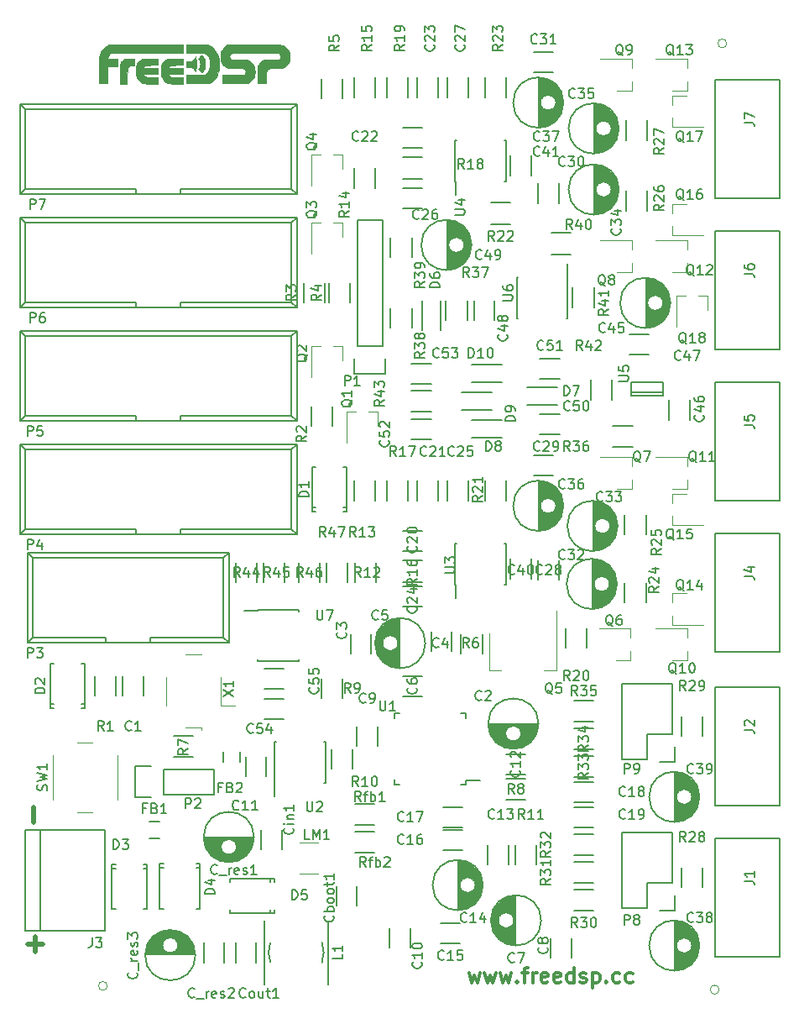
<source format=gto>
G04 #@! TF.FileFunction,Legend,Top*
%FSLAX46Y46*%
G04 Gerber Fmt 4.6, Leading zero omitted, Abs format (unit mm)*
G04 Created by KiCad (PCBNEW 4.0.6-e0-6349~52~ubuntu16.10.1) date Mon Jun 12 13:42:03 2017*
%MOMM*%
%LPD*%
G01*
G04 APERTURE LIST*
%ADD10C,0.100000*%
%ADD11C,0.500000*%
%ADD12C,0.300000*%
%ADD13C,0.150000*%
%ADD14C,0.120000*%
%ADD15C,0.010000*%
G04 APERTURE END LIST*
D10*
D11*
X64770095Y-151018857D02*
X66293905Y-151018857D01*
X65532000Y-151780762D02*
X65532000Y-150256952D01*
X65420857Y-138683905D02*
X65420857Y-137160095D01*
D12*
X109316286Y-153856571D02*
X109602000Y-154856571D01*
X109887714Y-154142286D01*
X110173429Y-154856571D01*
X110459143Y-153856571D01*
X110887715Y-153856571D02*
X111173429Y-154856571D01*
X111459143Y-154142286D01*
X111744858Y-154856571D01*
X112030572Y-153856571D01*
X112459144Y-153856571D02*
X112744858Y-154856571D01*
X113030572Y-154142286D01*
X113316287Y-154856571D01*
X113602001Y-153856571D01*
X114173430Y-154713714D02*
X114244858Y-154785143D01*
X114173430Y-154856571D01*
X114102001Y-154785143D01*
X114173430Y-154713714D01*
X114173430Y-154856571D01*
X114673430Y-153856571D02*
X115244859Y-153856571D01*
X114887716Y-154856571D02*
X114887716Y-153570857D01*
X114959144Y-153428000D01*
X115102002Y-153356571D01*
X115244859Y-153356571D01*
X115744859Y-154856571D02*
X115744859Y-153856571D01*
X115744859Y-154142286D02*
X115816287Y-153999429D01*
X115887716Y-153928000D01*
X116030573Y-153856571D01*
X116173430Y-153856571D01*
X117244858Y-154785143D02*
X117102001Y-154856571D01*
X116816287Y-154856571D01*
X116673430Y-154785143D01*
X116602001Y-154642286D01*
X116602001Y-154070857D01*
X116673430Y-153928000D01*
X116816287Y-153856571D01*
X117102001Y-153856571D01*
X117244858Y-153928000D01*
X117316287Y-154070857D01*
X117316287Y-154213714D01*
X116602001Y-154356571D01*
X118530572Y-154785143D02*
X118387715Y-154856571D01*
X118102001Y-154856571D01*
X117959144Y-154785143D01*
X117887715Y-154642286D01*
X117887715Y-154070857D01*
X117959144Y-153928000D01*
X118102001Y-153856571D01*
X118387715Y-153856571D01*
X118530572Y-153928000D01*
X118602001Y-154070857D01*
X118602001Y-154213714D01*
X117887715Y-154356571D01*
X119887715Y-154856571D02*
X119887715Y-153356571D01*
X119887715Y-154785143D02*
X119744858Y-154856571D01*
X119459144Y-154856571D01*
X119316286Y-154785143D01*
X119244858Y-154713714D01*
X119173429Y-154570857D01*
X119173429Y-154142286D01*
X119244858Y-153999429D01*
X119316286Y-153928000D01*
X119459144Y-153856571D01*
X119744858Y-153856571D01*
X119887715Y-153928000D01*
X120530572Y-154785143D02*
X120673429Y-154856571D01*
X120959144Y-154856571D01*
X121102001Y-154785143D01*
X121173429Y-154642286D01*
X121173429Y-154570857D01*
X121102001Y-154428000D01*
X120959144Y-154356571D01*
X120744858Y-154356571D01*
X120602001Y-154285143D01*
X120530572Y-154142286D01*
X120530572Y-154070857D01*
X120602001Y-153928000D01*
X120744858Y-153856571D01*
X120959144Y-153856571D01*
X121102001Y-153928000D01*
X121816287Y-153856571D02*
X121816287Y-155356571D01*
X121816287Y-153928000D02*
X121959144Y-153856571D01*
X122244858Y-153856571D01*
X122387715Y-153928000D01*
X122459144Y-153999429D01*
X122530573Y-154142286D01*
X122530573Y-154570857D01*
X122459144Y-154713714D01*
X122387715Y-154785143D01*
X122244858Y-154856571D01*
X121959144Y-154856571D01*
X121816287Y-154785143D01*
X123173430Y-154713714D02*
X123244858Y-154785143D01*
X123173430Y-154856571D01*
X123102001Y-154785143D01*
X123173430Y-154713714D01*
X123173430Y-154856571D01*
X124530573Y-154785143D02*
X124387716Y-154856571D01*
X124102002Y-154856571D01*
X123959144Y-154785143D01*
X123887716Y-154713714D01*
X123816287Y-154570857D01*
X123816287Y-154142286D01*
X123887716Y-153999429D01*
X123959144Y-153928000D01*
X124102002Y-153856571D01*
X124387716Y-153856571D01*
X124530573Y-153928000D01*
X125816287Y-154785143D02*
X125673430Y-154856571D01*
X125387716Y-154856571D01*
X125244858Y-154785143D01*
X125173430Y-154713714D01*
X125102001Y-154570857D01*
X125102001Y-154142286D01*
X125173430Y-153999429D01*
X125244858Y-153928000D01*
X125387716Y-153856571D01*
X125673430Y-153856571D01*
X125816287Y-153928000D01*
D13*
X64770000Y-111528000D02*
X85090000Y-111528000D01*
X65310000Y-112078000D02*
X84530000Y-112078000D01*
X64770000Y-120628000D02*
X85090000Y-120628000D01*
X65310000Y-120078000D02*
X72680000Y-120078000D01*
X77180000Y-120078000D02*
X84530000Y-120078000D01*
X72680000Y-120078000D02*
X72680000Y-120628000D01*
X77180000Y-120078000D02*
X77180000Y-120628000D01*
X64770000Y-111528000D02*
X64770000Y-120628000D01*
X65310000Y-112078000D02*
X65310000Y-120078000D01*
X85090000Y-111528000D02*
X85090000Y-120628000D01*
X84530000Y-112078000D02*
X84530000Y-120078000D01*
X64770000Y-111528000D02*
X65310000Y-112078000D01*
X85090000Y-111528000D02*
X84530000Y-112078000D01*
X64770000Y-120628000D02*
X65310000Y-120078000D01*
X85090000Y-120628000D02*
X84530000Y-120078000D01*
X73669000Y-125968000D02*
X73669000Y-123968000D01*
X71619000Y-123968000D02*
X71619000Y-125968000D01*
X99450000Y-121713500D02*
X99450000Y-119713500D01*
X97400000Y-119713500D02*
X97400000Y-121713500D01*
X107578000Y-121459500D02*
X107578000Y-119459500D01*
X105528000Y-119459500D02*
X105528000Y-121459500D01*
X104632000Y-123943000D02*
X102632000Y-123943000D01*
X102632000Y-125993000D02*
X104632000Y-125993000D01*
X117593000Y-150384000D02*
X117593000Y-152384000D01*
X119643000Y-152384000D02*
X119643000Y-150384000D01*
X100085000Y-131048000D02*
X100085000Y-129048000D01*
X98035000Y-129048000D02*
X98035000Y-131048000D01*
X103387000Y-151368000D02*
X103387000Y-149368000D01*
X101337000Y-149368000D02*
X101337000Y-151368000D01*
X86795500Y-132096000D02*
X86795500Y-134096000D01*
X88845500Y-134096000D02*
X88845500Y-132096000D01*
X113046000Y-133867000D02*
X115046000Y-133867000D01*
X115046000Y-131817000D02*
X113046000Y-131817000D01*
X113293000Y-142986000D02*
X113293000Y-140986000D01*
X111243000Y-140986000D02*
X111243000Y-142986000D01*
X106442000Y-150885000D02*
X108442000Y-150885000D01*
X108442000Y-148835000D02*
X106442000Y-148835000D01*
X108696000Y-139437000D02*
X106696000Y-139437000D01*
X106696000Y-141487000D02*
X108696000Y-141487000D01*
X108696000Y-137151000D02*
X106696000Y-137151000D01*
X106696000Y-139201000D02*
X108696000Y-139201000D01*
X121904000Y-134611000D02*
X119904000Y-134611000D01*
X119904000Y-136661000D02*
X121904000Y-136661000D01*
X119904000Y-139201000D02*
X121904000Y-139201000D01*
X121904000Y-137151000D02*
X119904000Y-137151000D01*
X104632000Y-109338000D02*
X102632000Y-109338000D01*
X102632000Y-111388000D02*
X104632000Y-111388000D01*
X106181000Y-106283000D02*
X106181000Y-104283000D01*
X104131000Y-104283000D02*
X104131000Y-106283000D01*
X104632000Y-68698000D02*
X102632000Y-68698000D01*
X102632000Y-70748000D02*
X104632000Y-70748000D01*
X106181000Y-65643000D02*
X106181000Y-63643000D01*
X104131000Y-63643000D02*
X104131000Y-65643000D01*
X102632000Y-116976000D02*
X104632000Y-116976000D01*
X104632000Y-114926000D02*
X102632000Y-114926000D01*
X107179000Y-104283000D02*
X107179000Y-106283000D01*
X109229000Y-106283000D02*
X109229000Y-104283000D01*
X102632000Y-76844000D02*
X104632000Y-76844000D01*
X104632000Y-74794000D02*
X102632000Y-74794000D01*
X107179000Y-63643000D02*
X107179000Y-65643000D01*
X109229000Y-65643000D02*
X109229000Y-63643000D01*
X116323000Y-112284000D02*
X116323000Y-114284000D01*
X118373000Y-114284000D02*
X118373000Y-112284000D01*
X117840000Y-101718000D02*
X115840000Y-101718000D01*
X115840000Y-103768000D02*
X117840000Y-103768000D01*
X116323000Y-74311000D02*
X116323000Y-76311000D01*
X118373000Y-76311000D02*
X118373000Y-74311000D01*
X117840000Y-61078000D02*
X115840000Y-61078000D01*
X115840000Y-63128000D02*
X117840000Y-63128000D01*
X121788500Y-112182000D02*
X121788500Y-117180000D01*
X121928500Y-112190000D02*
X121928500Y-114527000D01*
X121928500Y-114835000D02*
X121928500Y-117172000D01*
X122068500Y-112206000D02*
X122068500Y-114208000D01*
X122068500Y-115154000D02*
X122068500Y-117156000D01*
X122208500Y-112230000D02*
X122208500Y-114061000D01*
X122208500Y-115301000D02*
X122208500Y-117132000D01*
X122348500Y-112263000D02*
X122348500Y-113969000D01*
X122348500Y-115393000D02*
X122348500Y-117099000D01*
X122488500Y-112304000D02*
X122488500Y-113913000D01*
X122488500Y-115449000D02*
X122488500Y-117058000D01*
X122628500Y-112354000D02*
X122628500Y-113886000D01*
X122628500Y-115476000D02*
X122628500Y-117008000D01*
X122768500Y-112415000D02*
X122768500Y-113883000D01*
X122768500Y-115479000D02*
X122768500Y-116947000D01*
X122908500Y-112485000D02*
X122908500Y-113905000D01*
X122908500Y-115457000D02*
X122908500Y-116877000D01*
X123048500Y-112567000D02*
X123048500Y-113955000D01*
X123048500Y-115407000D02*
X123048500Y-116795000D01*
X123188500Y-112662000D02*
X123188500Y-114037000D01*
X123188500Y-115325000D02*
X123188500Y-116700000D01*
X123328500Y-112773000D02*
X123328500Y-114169000D01*
X123328500Y-115193000D02*
X123328500Y-116589000D01*
X123468500Y-112901000D02*
X123468500Y-114416000D01*
X123468500Y-114946000D02*
X123468500Y-116461000D01*
X123608500Y-113050000D02*
X123608500Y-116312000D01*
X123748500Y-113229000D02*
X123748500Y-116133000D01*
X123888500Y-113448000D02*
X123888500Y-115914000D01*
X124028500Y-113737000D02*
X124028500Y-115625000D01*
X124168500Y-114209000D02*
X124168500Y-115153000D01*
X123513500Y-114681000D02*
G75*
G03X123513500Y-114681000I-800000J0D01*
G01*
X124251000Y-114681000D02*
G75*
G03X124251000Y-114681000I-2537500J0D01*
G01*
X121852000Y-106340000D02*
X121852000Y-111338000D01*
X121992000Y-106348000D02*
X121992000Y-108685000D01*
X121992000Y-108993000D02*
X121992000Y-111330000D01*
X122132000Y-106364000D02*
X122132000Y-108366000D01*
X122132000Y-109312000D02*
X122132000Y-111314000D01*
X122272000Y-106388000D02*
X122272000Y-108219000D01*
X122272000Y-109459000D02*
X122272000Y-111290000D01*
X122412000Y-106421000D02*
X122412000Y-108127000D01*
X122412000Y-109551000D02*
X122412000Y-111257000D01*
X122552000Y-106462000D02*
X122552000Y-108071000D01*
X122552000Y-109607000D02*
X122552000Y-111216000D01*
X122692000Y-106512000D02*
X122692000Y-108044000D01*
X122692000Y-109634000D02*
X122692000Y-111166000D01*
X122832000Y-106573000D02*
X122832000Y-108041000D01*
X122832000Y-109637000D02*
X122832000Y-111105000D01*
X122972000Y-106643000D02*
X122972000Y-108063000D01*
X122972000Y-109615000D02*
X122972000Y-111035000D01*
X123112000Y-106725000D02*
X123112000Y-108113000D01*
X123112000Y-109565000D02*
X123112000Y-110953000D01*
X123252000Y-106820000D02*
X123252000Y-108195000D01*
X123252000Y-109483000D02*
X123252000Y-110858000D01*
X123392000Y-106931000D02*
X123392000Y-108327000D01*
X123392000Y-109351000D02*
X123392000Y-110747000D01*
X123532000Y-107059000D02*
X123532000Y-108574000D01*
X123532000Y-109104000D02*
X123532000Y-110619000D01*
X123672000Y-107208000D02*
X123672000Y-110470000D01*
X123812000Y-107387000D02*
X123812000Y-110291000D01*
X123952000Y-107606000D02*
X123952000Y-110072000D01*
X124092000Y-107895000D02*
X124092000Y-109783000D01*
X124232000Y-108367000D02*
X124232000Y-109311000D01*
X123577000Y-108839000D02*
G75*
G03X123577000Y-108839000I-800000J0D01*
G01*
X124314500Y-108839000D02*
G75*
G03X124314500Y-108839000I-2537500J0D01*
G01*
X121979000Y-72431000D02*
X121979000Y-77429000D01*
X122119000Y-72439000D02*
X122119000Y-74776000D01*
X122119000Y-75084000D02*
X122119000Y-77421000D01*
X122259000Y-72455000D02*
X122259000Y-74457000D01*
X122259000Y-75403000D02*
X122259000Y-77405000D01*
X122399000Y-72479000D02*
X122399000Y-74310000D01*
X122399000Y-75550000D02*
X122399000Y-77381000D01*
X122539000Y-72512000D02*
X122539000Y-74218000D01*
X122539000Y-75642000D02*
X122539000Y-77348000D01*
X122679000Y-72553000D02*
X122679000Y-74162000D01*
X122679000Y-75698000D02*
X122679000Y-77307000D01*
X122819000Y-72603000D02*
X122819000Y-74135000D01*
X122819000Y-75725000D02*
X122819000Y-77257000D01*
X122959000Y-72664000D02*
X122959000Y-74132000D01*
X122959000Y-75728000D02*
X122959000Y-77196000D01*
X123099000Y-72734000D02*
X123099000Y-74154000D01*
X123099000Y-75706000D02*
X123099000Y-77126000D01*
X123239000Y-72816000D02*
X123239000Y-74204000D01*
X123239000Y-75656000D02*
X123239000Y-77044000D01*
X123379000Y-72911000D02*
X123379000Y-74286000D01*
X123379000Y-75574000D02*
X123379000Y-76949000D01*
X123519000Y-73022000D02*
X123519000Y-74418000D01*
X123519000Y-75442000D02*
X123519000Y-76838000D01*
X123659000Y-73150000D02*
X123659000Y-74665000D01*
X123659000Y-75195000D02*
X123659000Y-76710000D01*
X123799000Y-73299000D02*
X123799000Y-76561000D01*
X123939000Y-73478000D02*
X123939000Y-76382000D01*
X124079000Y-73697000D02*
X124079000Y-76163000D01*
X124219000Y-73986000D02*
X124219000Y-75874000D01*
X124359000Y-74458000D02*
X124359000Y-75402000D01*
X123704000Y-74930000D02*
G75*
G03X123704000Y-74930000I-800000J0D01*
G01*
X124441500Y-74930000D02*
G75*
G03X124441500Y-74930000I-2537500J0D01*
G01*
X121979000Y-66271500D02*
X121979000Y-71269500D01*
X122119000Y-66279500D02*
X122119000Y-68616500D01*
X122119000Y-68924500D02*
X122119000Y-71261500D01*
X122259000Y-66295500D02*
X122259000Y-68297500D01*
X122259000Y-69243500D02*
X122259000Y-71245500D01*
X122399000Y-66319500D02*
X122399000Y-68150500D01*
X122399000Y-69390500D02*
X122399000Y-71221500D01*
X122539000Y-66352500D02*
X122539000Y-68058500D01*
X122539000Y-69482500D02*
X122539000Y-71188500D01*
X122679000Y-66393500D02*
X122679000Y-68002500D01*
X122679000Y-69538500D02*
X122679000Y-71147500D01*
X122819000Y-66443500D02*
X122819000Y-67975500D01*
X122819000Y-69565500D02*
X122819000Y-71097500D01*
X122959000Y-66504500D02*
X122959000Y-67972500D01*
X122959000Y-69568500D02*
X122959000Y-71036500D01*
X123099000Y-66574500D02*
X123099000Y-67994500D01*
X123099000Y-69546500D02*
X123099000Y-70966500D01*
X123239000Y-66656500D02*
X123239000Y-68044500D01*
X123239000Y-69496500D02*
X123239000Y-70884500D01*
X123379000Y-66751500D02*
X123379000Y-68126500D01*
X123379000Y-69414500D02*
X123379000Y-70789500D01*
X123519000Y-66862500D02*
X123519000Y-68258500D01*
X123519000Y-69282500D02*
X123519000Y-70678500D01*
X123659000Y-66990500D02*
X123659000Y-68505500D01*
X123659000Y-69035500D02*
X123659000Y-70550500D01*
X123799000Y-67139500D02*
X123799000Y-70401500D01*
X123939000Y-67318500D02*
X123939000Y-70222500D01*
X124079000Y-67537500D02*
X124079000Y-70003500D01*
X124219000Y-67826500D02*
X124219000Y-69714500D01*
X124359000Y-68298500D02*
X124359000Y-69242500D01*
X123704000Y-68770500D02*
G75*
G03X123704000Y-68770500I-800000J0D01*
G01*
X124441500Y-68770500D02*
G75*
G03X124441500Y-68770500I-2537500J0D01*
G01*
X116391000Y-104308000D02*
X116391000Y-109306000D01*
X116531000Y-104316000D02*
X116531000Y-106653000D01*
X116531000Y-106961000D02*
X116531000Y-109298000D01*
X116671000Y-104332000D02*
X116671000Y-106334000D01*
X116671000Y-107280000D02*
X116671000Y-109282000D01*
X116811000Y-104356000D02*
X116811000Y-106187000D01*
X116811000Y-107427000D02*
X116811000Y-109258000D01*
X116951000Y-104389000D02*
X116951000Y-106095000D01*
X116951000Y-107519000D02*
X116951000Y-109225000D01*
X117091000Y-104430000D02*
X117091000Y-106039000D01*
X117091000Y-107575000D02*
X117091000Y-109184000D01*
X117231000Y-104480000D02*
X117231000Y-106012000D01*
X117231000Y-107602000D02*
X117231000Y-109134000D01*
X117371000Y-104541000D02*
X117371000Y-106009000D01*
X117371000Y-107605000D02*
X117371000Y-109073000D01*
X117511000Y-104611000D02*
X117511000Y-106031000D01*
X117511000Y-107583000D02*
X117511000Y-109003000D01*
X117651000Y-104693000D02*
X117651000Y-106081000D01*
X117651000Y-107533000D02*
X117651000Y-108921000D01*
X117791000Y-104788000D02*
X117791000Y-106163000D01*
X117791000Y-107451000D02*
X117791000Y-108826000D01*
X117931000Y-104899000D02*
X117931000Y-106295000D01*
X117931000Y-107319000D02*
X117931000Y-108715000D01*
X118071000Y-105027000D02*
X118071000Y-106542000D01*
X118071000Y-107072000D02*
X118071000Y-108587000D01*
X118211000Y-105176000D02*
X118211000Y-108438000D01*
X118351000Y-105355000D02*
X118351000Y-108259000D01*
X118491000Y-105574000D02*
X118491000Y-108040000D01*
X118631000Y-105863000D02*
X118631000Y-107751000D01*
X118771000Y-106335000D02*
X118771000Y-107279000D01*
X118116000Y-106807000D02*
G75*
G03X118116000Y-106807000I-800000J0D01*
G01*
X118853500Y-106807000D02*
G75*
G03X118853500Y-106807000I-2537500J0D01*
G01*
X116391000Y-63668000D02*
X116391000Y-68666000D01*
X116531000Y-63676000D02*
X116531000Y-66013000D01*
X116531000Y-66321000D02*
X116531000Y-68658000D01*
X116671000Y-63692000D02*
X116671000Y-65694000D01*
X116671000Y-66640000D02*
X116671000Y-68642000D01*
X116811000Y-63716000D02*
X116811000Y-65547000D01*
X116811000Y-66787000D02*
X116811000Y-68618000D01*
X116951000Y-63749000D02*
X116951000Y-65455000D01*
X116951000Y-66879000D02*
X116951000Y-68585000D01*
X117091000Y-63790000D02*
X117091000Y-65399000D01*
X117091000Y-66935000D02*
X117091000Y-68544000D01*
X117231000Y-63840000D02*
X117231000Y-65372000D01*
X117231000Y-66962000D02*
X117231000Y-68494000D01*
X117371000Y-63901000D02*
X117371000Y-65369000D01*
X117371000Y-66965000D02*
X117371000Y-68433000D01*
X117511000Y-63971000D02*
X117511000Y-65391000D01*
X117511000Y-66943000D02*
X117511000Y-68363000D01*
X117651000Y-64053000D02*
X117651000Y-65441000D01*
X117651000Y-66893000D02*
X117651000Y-68281000D01*
X117791000Y-64148000D02*
X117791000Y-65523000D01*
X117791000Y-66811000D02*
X117791000Y-68186000D01*
X117931000Y-64259000D02*
X117931000Y-65655000D01*
X117931000Y-66679000D02*
X117931000Y-68075000D01*
X118071000Y-64387000D02*
X118071000Y-65902000D01*
X118071000Y-66432000D02*
X118071000Y-67947000D01*
X118211000Y-64536000D02*
X118211000Y-67798000D01*
X118351000Y-64715000D02*
X118351000Y-67619000D01*
X118491000Y-64934000D02*
X118491000Y-67400000D01*
X118631000Y-65223000D02*
X118631000Y-67111000D01*
X118771000Y-65695000D02*
X118771000Y-66639000D01*
X118116000Y-66167000D02*
G75*
G03X118116000Y-66167000I-800000J0D01*
G01*
X118853500Y-66167000D02*
G75*
G03X118853500Y-66167000I-2537500J0D01*
G01*
X130107000Y-148631000D02*
X130107000Y-153629000D01*
X130247000Y-148639000D02*
X130247000Y-150976000D01*
X130247000Y-151284000D02*
X130247000Y-153621000D01*
X130387000Y-148655000D02*
X130387000Y-150657000D01*
X130387000Y-151603000D02*
X130387000Y-153605000D01*
X130527000Y-148679000D02*
X130527000Y-150510000D01*
X130527000Y-151750000D02*
X130527000Y-153581000D01*
X130667000Y-148712000D02*
X130667000Y-150418000D01*
X130667000Y-151842000D02*
X130667000Y-153548000D01*
X130807000Y-148753000D02*
X130807000Y-150362000D01*
X130807000Y-151898000D02*
X130807000Y-153507000D01*
X130947000Y-148803000D02*
X130947000Y-150335000D01*
X130947000Y-151925000D02*
X130947000Y-153457000D01*
X131087000Y-148864000D02*
X131087000Y-150332000D01*
X131087000Y-151928000D02*
X131087000Y-153396000D01*
X131227000Y-148934000D02*
X131227000Y-150354000D01*
X131227000Y-151906000D02*
X131227000Y-153326000D01*
X131367000Y-149016000D02*
X131367000Y-150404000D01*
X131367000Y-151856000D02*
X131367000Y-153244000D01*
X131507000Y-149111000D02*
X131507000Y-150486000D01*
X131507000Y-151774000D02*
X131507000Y-153149000D01*
X131647000Y-149222000D02*
X131647000Y-150618000D01*
X131647000Y-151642000D02*
X131647000Y-153038000D01*
X131787000Y-149350000D02*
X131787000Y-150865000D01*
X131787000Y-151395000D02*
X131787000Y-152910000D01*
X131927000Y-149499000D02*
X131927000Y-152761000D01*
X132067000Y-149678000D02*
X132067000Y-152582000D01*
X132207000Y-149897000D02*
X132207000Y-152363000D01*
X132347000Y-150186000D02*
X132347000Y-152074000D01*
X132487000Y-150658000D02*
X132487000Y-151602000D01*
X131832000Y-151130000D02*
G75*
G03X131832000Y-151130000I-800000J0D01*
G01*
X132569500Y-151130000D02*
G75*
G03X132569500Y-151130000I-2537500J0D01*
G01*
X130107000Y-133645000D02*
X130107000Y-138643000D01*
X130247000Y-133653000D02*
X130247000Y-135990000D01*
X130247000Y-136298000D02*
X130247000Y-138635000D01*
X130387000Y-133669000D02*
X130387000Y-135671000D01*
X130387000Y-136617000D02*
X130387000Y-138619000D01*
X130527000Y-133693000D02*
X130527000Y-135524000D01*
X130527000Y-136764000D02*
X130527000Y-138595000D01*
X130667000Y-133726000D02*
X130667000Y-135432000D01*
X130667000Y-136856000D02*
X130667000Y-138562000D01*
X130807000Y-133767000D02*
X130807000Y-135376000D01*
X130807000Y-136912000D02*
X130807000Y-138521000D01*
X130947000Y-133817000D02*
X130947000Y-135349000D01*
X130947000Y-136939000D02*
X130947000Y-138471000D01*
X131087000Y-133878000D02*
X131087000Y-135346000D01*
X131087000Y-136942000D02*
X131087000Y-138410000D01*
X131227000Y-133948000D02*
X131227000Y-135368000D01*
X131227000Y-136920000D02*
X131227000Y-138340000D01*
X131367000Y-134030000D02*
X131367000Y-135418000D01*
X131367000Y-136870000D02*
X131367000Y-138258000D01*
X131507000Y-134125000D02*
X131507000Y-135500000D01*
X131507000Y-136788000D02*
X131507000Y-138163000D01*
X131647000Y-134236000D02*
X131647000Y-135632000D01*
X131647000Y-136656000D02*
X131647000Y-138052000D01*
X131787000Y-134364000D02*
X131787000Y-135879000D01*
X131787000Y-136409000D02*
X131787000Y-137924000D01*
X131927000Y-134513000D02*
X131927000Y-137775000D01*
X132067000Y-134692000D02*
X132067000Y-137596000D01*
X132207000Y-134911000D02*
X132207000Y-137377000D01*
X132347000Y-135200000D02*
X132347000Y-137088000D01*
X132487000Y-135672000D02*
X132487000Y-136616000D01*
X131832000Y-136144000D02*
G75*
G03X131832000Y-136144000I-800000J0D01*
G01*
X132569500Y-136144000D02*
G75*
G03X132569500Y-136144000I-2537500J0D01*
G01*
X115579000Y-114157000D02*
X115579000Y-112157000D01*
X113529000Y-112157000D02*
X113529000Y-114157000D01*
X115579000Y-73517000D02*
X115579000Y-71517000D01*
X113529000Y-71517000D02*
X113529000Y-73517000D01*
X127186000Y-83861000D02*
X127186000Y-88859000D01*
X127326000Y-83869000D02*
X127326000Y-86206000D01*
X127326000Y-86514000D02*
X127326000Y-88851000D01*
X127466000Y-83885000D02*
X127466000Y-85887000D01*
X127466000Y-86833000D02*
X127466000Y-88835000D01*
X127606000Y-83909000D02*
X127606000Y-85740000D01*
X127606000Y-86980000D02*
X127606000Y-88811000D01*
X127746000Y-83942000D02*
X127746000Y-85648000D01*
X127746000Y-87072000D02*
X127746000Y-88778000D01*
X127886000Y-83983000D02*
X127886000Y-85592000D01*
X127886000Y-87128000D02*
X127886000Y-88737000D01*
X128026000Y-84033000D02*
X128026000Y-85565000D01*
X128026000Y-87155000D02*
X128026000Y-88687000D01*
X128166000Y-84094000D02*
X128166000Y-85562000D01*
X128166000Y-87158000D02*
X128166000Y-88626000D01*
X128306000Y-84164000D02*
X128306000Y-85584000D01*
X128306000Y-87136000D02*
X128306000Y-88556000D01*
X128446000Y-84246000D02*
X128446000Y-85634000D01*
X128446000Y-87086000D02*
X128446000Y-88474000D01*
X128586000Y-84341000D02*
X128586000Y-85716000D01*
X128586000Y-87004000D02*
X128586000Y-88379000D01*
X128726000Y-84452000D02*
X128726000Y-85848000D01*
X128726000Y-86872000D02*
X128726000Y-88268000D01*
X128866000Y-84580000D02*
X128866000Y-86095000D01*
X128866000Y-86625000D02*
X128866000Y-88140000D01*
X129006000Y-84729000D02*
X129006000Y-87991000D01*
X129146000Y-84908000D02*
X129146000Y-87812000D01*
X129286000Y-85127000D02*
X129286000Y-87593000D01*
X129426000Y-85416000D02*
X129426000Y-87304000D01*
X129566000Y-85888000D02*
X129566000Y-86832000D01*
X128911000Y-86360000D02*
G75*
G03X128911000Y-86360000I-800000J0D01*
G01*
X129648500Y-86360000D02*
G75*
G03X129648500Y-86360000I-2537500J0D01*
G01*
X129531000Y-96155000D02*
X129531000Y-98155000D01*
X131581000Y-98155000D02*
X131581000Y-96155000D01*
X125492000Y-91576000D02*
X127492000Y-91576000D01*
X127492000Y-89526000D02*
X125492000Y-89526000D01*
X111896000Y-88122000D02*
X111896000Y-86122000D01*
X109846000Y-86122000D02*
X109846000Y-88122000D01*
X107120000Y-78019000D02*
X107120000Y-83017000D01*
X107260000Y-78027000D02*
X107260000Y-80364000D01*
X107260000Y-80672000D02*
X107260000Y-83009000D01*
X107400000Y-78043000D02*
X107400000Y-80045000D01*
X107400000Y-80991000D02*
X107400000Y-82993000D01*
X107540000Y-78067000D02*
X107540000Y-79898000D01*
X107540000Y-81138000D02*
X107540000Y-82969000D01*
X107680000Y-78100000D02*
X107680000Y-79806000D01*
X107680000Y-81230000D02*
X107680000Y-82936000D01*
X107820000Y-78141000D02*
X107820000Y-79750000D01*
X107820000Y-81286000D02*
X107820000Y-82895000D01*
X107960000Y-78191000D02*
X107960000Y-79723000D01*
X107960000Y-81313000D02*
X107960000Y-82845000D01*
X108100000Y-78252000D02*
X108100000Y-79720000D01*
X108100000Y-81316000D02*
X108100000Y-82784000D01*
X108240000Y-78322000D02*
X108240000Y-79742000D01*
X108240000Y-81294000D02*
X108240000Y-82714000D01*
X108380000Y-78404000D02*
X108380000Y-79792000D01*
X108380000Y-81244000D02*
X108380000Y-82632000D01*
X108520000Y-78499000D02*
X108520000Y-79874000D01*
X108520000Y-81162000D02*
X108520000Y-82537000D01*
X108660000Y-78610000D02*
X108660000Y-80006000D01*
X108660000Y-81030000D02*
X108660000Y-82426000D01*
X108800000Y-78738000D02*
X108800000Y-80253000D01*
X108800000Y-80783000D02*
X108800000Y-82298000D01*
X108940000Y-78887000D02*
X108940000Y-82149000D01*
X109080000Y-79066000D02*
X109080000Y-81970000D01*
X109220000Y-79285000D02*
X109220000Y-81751000D01*
X109360000Y-79574000D02*
X109360000Y-81462000D01*
X109500000Y-80046000D02*
X109500000Y-80990000D01*
X108845000Y-80518000D02*
G75*
G03X108845000Y-80518000I-800000J0D01*
G01*
X109582500Y-80518000D02*
G75*
G03X109582500Y-80518000I-2537500J0D01*
G01*
X118475000Y-97527000D02*
X116475000Y-97527000D01*
X116475000Y-99577000D02*
X118475000Y-99577000D01*
X118475000Y-91939000D02*
X116475000Y-91939000D01*
X116475000Y-93989000D02*
X118475000Y-93989000D01*
X105521000Y-98035000D02*
X103521000Y-98035000D01*
X103521000Y-100085000D02*
X105521000Y-100085000D01*
X105521000Y-92447000D02*
X103521000Y-92447000D01*
X103521000Y-94497000D02*
X105521000Y-94497000D01*
X88662000Y-128279000D02*
X90662000Y-128279000D01*
X90662000Y-126229000D02*
X88662000Y-126229000D01*
X90662000Y-123244500D02*
X88662000Y-123244500D01*
X88662000Y-125294500D02*
X90662000Y-125294500D01*
X95939500Y-145113500D02*
X95939500Y-147113500D01*
X97989500Y-147113500D02*
X97989500Y-145113500D01*
X90433000Y-141462000D02*
X90433000Y-139462000D01*
X88383000Y-139462000D02*
X88383000Y-141462000D01*
X85779500Y-150828500D02*
X85779500Y-152828500D01*
X87829500Y-152828500D02*
X87829500Y-150828500D01*
X87589000Y-140267000D02*
X82591000Y-140267000D01*
X87581000Y-140407000D02*
X85244000Y-140407000D01*
X84936000Y-140407000D02*
X82599000Y-140407000D01*
X87565000Y-140547000D02*
X85563000Y-140547000D01*
X84617000Y-140547000D02*
X82615000Y-140547000D01*
X87541000Y-140687000D02*
X85710000Y-140687000D01*
X84470000Y-140687000D02*
X82639000Y-140687000D01*
X87508000Y-140827000D02*
X85802000Y-140827000D01*
X84378000Y-140827000D02*
X82672000Y-140827000D01*
X87467000Y-140967000D02*
X85858000Y-140967000D01*
X84322000Y-140967000D02*
X82713000Y-140967000D01*
X87417000Y-141107000D02*
X85885000Y-141107000D01*
X84295000Y-141107000D02*
X82763000Y-141107000D01*
X87356000Y-141247000D02*
X85888000Y-141247000D01*
X84292000Y-141247000D02*
X82824000Y-141247000D01*
X87286000Y-141387000D02*
X85866000Y-141387000D01*
X84314000Y-141387000D02*
X82894000Y-141387000D01*
X87204000Y-141527000D02*
X85816000Y-141527000D01*
X84364000Y-141527000D02*
X82976000Y-141527000D01*
X87109000Y-141667000D02*
X85734000Y-141667000D01*
X84446000Y-141667000D02*
X83071000Y-141667000D01*
X86998000Y-141807000D02*
X85602000Y-141807000D01*
X84578000Y-141807000D02*
X83182000Y-141807000D01*
X86870000Y-141947000D02*
X85355000Y-141947000D01*
X84825000Y-141947000D02*
X83310000Y-141947000D01*
X86721000Y-142087000D02*
X83459000Y-142087000D01*
X86542000Y-142227000D02*
X83638000Y-142227000D01*
X86323000Y-142367000D02*
X83857000Y-142367000D01*
X86034000Y-142507000D02*
X84146000Y-142507000D01*
X85562000Y-142647000D02*
X84618000Y-142647000D01*
X85890000Y-141192000D02*
G75*
G03X85890000Y-141192000I-800000J0D01*
G01*
X87627500Y-140192000D02*
G75*
G03X87627500Y-140192000I-2537500J0D01*
G01*
X82604500Y-150828500D02*
X82604500Y-152828500D01*
X84654500Y-152828500D02*
X84654500Y-150828500D01*
X76685500Y-152023500D02*
X81683500Y-152023500D01*
X76693500Y-151883500D02*
X79030500Y-151883500D01*
X79338500Y-151883500D02*
X81675500Y-151883500D01*
X76709500Y-151743500D02*
X78711500Y-151743500D01*
X79657500Y-151743500D02*
X81659500Y-151743500D01*
X76733500Y-151603500D02*
X78564500Y-151603500D01*
X79804500Y-151603500D02*
X81635500Y-151603500D01*
X76766500Y-151463500D02*
X78472500Y-151463500D01*
X79896500Y-151463500D02*
X81602500Y-151463500D01*
X76807500Y-151323500D02*
X78416500Y-151323500D01*
X79952500Y-151323500D02*
X81561500Y-151323500D01*
X76857500Y-151183500D02*
X78389500Y-151183500D01*
X79979500Y-151183500D02*
X81511500Y-151183500D01*
X76918500Y-151043500D02*
X78386500Y-151043500D01*
X79982500Y-151043500D02*
X81450500Y-151043500D01*
X76988500Y-150903500D02*
X78408500Y-150903500D01*
X79960500Y-150903500D02*
X81380500Y-150903500D01*
X77070500Y-150763500D02*
X78458500Y-150763500D01*
X79910500Y-150763500D02*
X81298500Y-150763500D01*
X77165500Y-150623500D02*
X78540500Y-150623500D01*
X79828500Y-150623500D02*
X81203500Y-150623500D01*
X77276500Y-150483500D02*
X78672500Y-150483500D01*
X79696500Y-150483500D02*
X81092500Y-150483500D01*
X77404500Y-150343500D02*
X78919500Y-150343500D01*
X79449500Y-150343500D02*
X80964500Y-150343500D01*
X77553500Y-150203500D02*
X80815500Y-150203500D01*
X77732500Y-150063500D02*
X80636500Y-150063500D01*
X77951500Y-149923500D02*
X80417500Y-149923500D01*
X78240500Y-149783500D02*
X80128500Y-149783500D01*
X78712500Y-149643500D02*
X79656500Y-149643500D01*
X79984500Y-151098500D02*
G75*
G03X79984500Y-151098500I-800000J0D01*
G01*
X81722000Y-152098500D02*
G75*
G03X81722000Y-152098500I-2537500J0D01*
G01*
X97000060Y-106955140D02*
X96649540Y-106955140D01*
X93499940Y-106955140D02*
X93850460Y-106955140D01*
X97000060Y-102905560D02*
X96649540Y-102905560D01*
X97000060Y-107406440D02*
X96649540Y-107406440D01*
X93499940Y-107406440D02*
X93850460Y-107406440D01*
X93499940Y-102905560D02*
X93850460Y-102905560D01*
X97000060Y-107406440D02*
X97000060Y-102905560D01*
X93499940Y-107406440D02*
X93499940Y-102905560D01*
X70584060Y-126767140D02*
X70233540Y-126767140D01*
X67083940Y-126767140D02*
X67434460Y-126767140D01*
X70584060Y-122717560D02*
X70233540Y-122717560D01*
X70584060Y-127218440D02*
X70233540Y-127218440D01*
X67083940Y-127218440D02*
X67434460Y-127218440D01*
X67083940Y-122717560D02*
X67434460Y-122717560D01*
X70584060Y-127218440D02*
X70584060Y-122717560D01*
X67083940Y-127218440D02*
X67083940Y-122717560D01*
X73306940Y-143361860D02*
X73657460Y-143361860D01*
X76807060Y-143361860D02*
X76456540Y-143361860D01*
X73306940Y-147411440D02*
X73657460Y-147411440D01*
X73306940Y-142910560D02*
X73657460Y-142910560D01*
X76807060Y-142910560D02*
X76456540Y-142910560D01*
X76807060Y-147411440D02*
X76456540Y-147411440D01*
X73306940Y-142910560D02*
X73306940Y-147411440D01*
X76807060Y-142910560D02*
X76807060Y-147411440D01*
X78337000Y-142854680D02*
X78536800Y-142854680D01*
X78387000Y-143311720D02*
X78536000Y-143311720D01*
X78337000Y-147457160D02*
X78486000Y-147457160D01*
X81937000Y-142859760D02*
X81788000Y-142859760D01*
X81937000Y-143311720D02*
X81788000Y-143311720D01*
X81937000Y-147462240D02*
X81788000Y-147462240D01*
X78188020Y-143311720D02*
X78386140Y-143311720D01*
X82135980Y-143311720D02*
X81937860Y-143311720D01*
X78140560Y-147457160D02*
X78338680Y-147457160D01*
X78140560Y-142854680D02*
X78140560Y-147457160D01*
X78140560Y-142854680D02*
X78338680Y-142854680D01*
X82135980Y-142859760D02*
X81937860Y-142859760D01*
X82135980Y-142859760D02*
X82135980Y-147462240D01*
X82135980Y-147462240D02*
X81937860Y-147462240D01*
X89238640Y-144363440D02*
X89238640Y-144713960D01*
X89238640Y-147863560D02*
X89238640Y-147513040D01*
X85189060Y-144363440D02*
X85189060Y-144713960D01*
X89689940Y-144363440D02*
X89689940Y-144713960D01*
X89689940Y-147863560D02*
X89689940Y-147513040D01*
X85189060Y-147863560D02*
X85189060Y-147513040D01*
X89689940Y-144363440D02*
X85189060Y-144363440D01*
X89689940Y-147863560D02*
X85189060Y-147863560D01*
X106437000Y-89122000D02*
X106437000Y-86122000D01*
X104637000Y-89122000D02*
X104637000Y-86122000D01*
X118205000Y-94858000D02*
X115205000Y-94858000D01*
X118205000Y-96658000D02*
X115205000Y-96658000D01*
X112617000Y-98160000D02*
X109617000Y-98160000D01*
X112617000Y-99960000D02*
X109617000Y-99960000D01*
X108617000Y-97166000D02*
X111617000Y-97166000D01*
X108617000Y-95366000D02*
X111617000Y-95366000D01*
X112617000Y-92572000D02*
X109617000Y-92572000D01*
X112617000Y-94372000D02*
X109617000Y-94372000D01*
X78097000Y-138596000D02*
X77097000Y-138596000D01*
X77097000Y-140296000D02*
X78097000Y-140296000D01*
X84494000Y-131580000D02*
X84494000Y-132580000D01*
X86194000Y-132580000D02*
X86194000Y-131580000D01*
X134136000Y-152304000D02*
X140636000Y-152304000D01*
X134136000Y-140304000D02*
X134136000Y-152304000D01*
X140636000Y-140304000D02*
X134136000Y-140304000D01*
X140636000Y-152304000D02*
X140636000Y-140304000D01*
X134136000Y-137064000D02*
X140636000Y-137064000D01*
X134136000Y-125064000D02*
X134136000Y-137064000D01*
X140636000Y-125064000D02*
X134136000Y-125064000D01*
X140636000Y-137064000D02*
X140636000Y-125064000D01*
X66040000Y-149606000D02*
X66040000Y-139446000D01*
X64580000Y-149606000D02*
X72580000Y-149606000D01*
X72580000Y-149606000D02*
X72580000Y-139446000D01*
X72580000Y-139446000D02*
X64580000Y-139446000D01*
X64530000Y-139446000D02*
X64530000Y-149606000D01*
X134136000Y-121570000D02*
X140636000Y-121570000D01*
X134136000Y-109570000D02*
X134136000Y-121570000D01*
X140636000Y-109570000D02*
X134136000Y-109570000D01*
X140636000Y-121570000D02*
X140636000Y-109570000D01*
X134136000Y-106330000D02*
X140636000Y-106330000D01*
X134136000Y-94330000D02*
X134136000Y-106330000D01*
X140636000Y-94330000D02*
X134136000Y-94330000D01*
X140636000Y-106330000D02*
X140636000Y-94330000D01*
X134136000Y-91090000D02*
X140636000Y-91090000D01*
X134136000Y-79090000D02*
X134136000Y-91090000D01*
X140636000Y-79090000D02*
X134136000Y-79090000D01*
X140636000Y-91090000D02*
X140636000Y-79090000D01*
X134136000Y-75850000D02*
X140636000Y-75850000D01*
X134136000Y-63850000D02*
X134136000Y-75850000D01*
X140636000Y-63850000D02*
X134136000Y-63850000D01*
X140636000Y-75850000D02*
X140636000Y-63850000D01*
X88684500Y-148628500D02*
X88684500Y-155028500D01*
X95084500Y-148628500D02*
X95084500Y-155028500D01*
X89283193Y-150831905D02*
G75*
G03X89284500Y-152828500I2601307J-996595D01*
G01*
X94485807Y-152825095D02*
G75*
G03X94484500Y-150828500I-2601307J996595D01*
G01*
D10*
X94354500Y-143853500D02*
G75*
G03X94354500Y-143853500I-50000J0D01*
G01*
X94104500Y-140753500D02*
X92204500Y-140753500D01*
X94104500Y-143853500D02*
X92204500Y-143853500D01*
D13*
X98044000Y-90678000D02*
X98044000Y-77978000D01*
X98044000Y-77978000D02*
X100584000Y-77978000D01*
X100584000Y-77978000D02*
X100584000Y-90678000D01*
X97764000Y-93498000D02*
X97764000Y-91948000D01*
X98044000Y-90678000D02*
X100584000Y-90678000D01*
X100864000Y-91948000D02*
X100864000Y-93498000D01*
X100864000Y-93498000D02*
X97764000Y-93498000D01*
X78486000Y-135890000D02*
X83566000Y-135890000D01*
X83566000Y-135890000D02*
X83566000Y-133350000D01*
X83566000Y-133350000D02*
X78486000Y-133350000D01*
X75666000Y-133070000D02*
X77216000Y-133070000D01*
X78486000Y-133350000D02*
X78486000Y-135890000D01*
X77216000Y-136170000D02*
X75666000Y-136170000D01*
X75666000Y-136170000D02*
X75666000Y-133070000D01*
X64008000Y-100606000D02*
X91948000Y-100606000D01*
X64548000Y-101156000D02*
X91388000Y-101156000D01*
X64008000Y-109706000D02*
X91948000Y-109706000D01*
X64548000Y-109156000D02*
X75728000Y-109156000D01*
X80228000Y-109156000D02*
X91388000Y-109156000D01*
X75728000Y-109156000D02*
X75728000Y-109706000D01*
X80228000Y-109156000D02*
X80228000Y-109706000D01*
X64008000Y-100606000D02*
X64008000Y-109706000D01*
X64548000Y-101156000D02*
X64548000Y-109156000D01*
X91948000Y-100606000D02*
X91948000Y-109706000D01*
X91388000Y-101156000D02*
X91388000Y-109156000D01*
X64008000Y-100606000D02*
X64548000Y-101156000D01*
X91948000Y-100606000D02*
X91388000Y-101156000D01*
X64008000Y-109706000D02*
X64548000Y-109156000D01*
X91948000Y-109706000D02*
X91388000Y-109156000D01*
X64008000Y-89176000D02*
X91948000Y-89176000D01*
X64548000Y-89726000D02*
X91388000Y-89726000D01*
X64008000Y-98276000D02*
X91948000Y-98276000D01*
X64548000Y-97726000D02*
X75728000Y-97726000D01*
X80228000Y-97726000D02*
X91388000Y-97726000D01*
X75728000Y-97726000D02*
X75728000Y-98276000D01*
X80228000Y-97726000D02*
X80228000Y-98276000D01*
X64008000Y-89176000D02*
X64008000Y-98276000D01*
X64548000Y-89726000D02*
X64548000Y-97726000D01*
X91948000Y-89176000D02*
X91948000Y-98276000D01*
X91388000Y-89726000D02*
X91388000Y-97726000D01*
X64008000Y-89176000D02*
X64548000Y-89726000D01*
X91948000Y-89176000D02*
X91388000Y-89726000D01*
X64008000Y-98276000D02*
X64548000Y-97726000D01*
X91948000Y-98276000D02*
X91388000Y-97726000D01*
X64008000Y-77746000D02*
X91948000Y-77746000D01*
X64548000Y-78296000D02*
X91388000Y-78296000D01*
X64008000Y-86846000D02*
X91948000Y-86846000D01*
X64548000Y-86296000D02*
X75728000Y-86296000D01*
X80228000Y-86296000D02*
X91388000Y-86296000D01*
X75728000Y-86296000D02*
X75728000Y-86846000D01*
X80228000Y-86296000D02*
X80228000Y-86846000D01*
X64008000Y-77746000D02*
X64008000Y-86846000D01*
X64548000Y-78296000D02*
X64548000Y-86296000D01*
X91948000Y-77746000D02*
X91948000Y-86846000D01*
X91388000Y-78296000D02*
X91388000Y-86296000D01*
X64008000Y-77746000D02*
X64548000Y-78296000D01*
X91948000Y-77746000D02*
X91388000Y-78296000D01*
X64008000Y-86846000D02*
X64548000Y-86296000D01*
X91948000Y-86846000D02*
X91388000Y-86296000D01*
X64008000Y-66316000D02*
X91948000Y-66316000D01*
X64548000Y-66866000D02*
X91388000Y-66866000D01*
X64008000Y-75416000D02*
X91948000Y-75416000D01*
X64548000Y-74866000D02*
X75728000Y-74866000D01*
X80228000Y-74866000D02*
X91388000Y-74866000D01*
X75728000Y-74866000D02*
X75728000Y-75416000D01*
X80228000Y-74866000D02*
X80228000Y-75416000D01*
X64008000Y-66316000D02*
X64008000Y-75416000D01*
X64548000Y-66866000D02*
X64548000Y-74866000D01*
X91948000Y-66316000D02*
X91948000Y-75416000D01*
X91388000Y-66866000D02*
X91388000Y-74866000D01*
X64008000Y-66316000D02*
X64548000Y-66866000D01*
X91948000Y-66316000D02*
X91388000Y-66866000D01*
X64008000Y-75416000D02*
X64548000Y-74866000D01*
X91948000Y-75416000D02*
X91388000Y-74866000D01*
X129794000Y-144780000D02*
X129794000Y-139700000D01*
X130074000Y-147600000D02*
X128524000Y-147600000D01*
X127254000Y-147320000D02*
X127254000Y-144780000D01*
X127254000Y-144780000D02*
X129794000Y-144780000D01*
X129794000Y-139700000D02*
X124714000Y-139700000D01*
X124714000Y-139700000D02*
X124714000Y-144780000D01*
X130074000Y-147600000D02*
X130074000Y-146050000D01*
X124714000Y-147320000D02*
X127254000Y-147320000D01*
X124714000Y-144780000D02*
X124714000Y-147320000D01*
X129794000Y-129794000D02*
X129794000Y-124714000D01*
X130074000Y-132614000D02*
X128524000Y-132614000D01*
X127254000Y-132334000D02*
X127254000Y-129794000D01*
X127254000Y-129794000D02*
X129794000Y-129794000D01*
X129794000Y-124714000D02*
X124714000Y-124714000D01*
X124714000Y-124714000D02*
X124714000Y-129794000D01*
X130074000Y-132614000D02*
X130074000Y-131064000D01*
X124714000Y-132334000D02*
X127254000Y-132334000D01*
X124714000Y-129794000D02*
X124714000Y-132334000D01*
X76513000Y-123968000D02*
X76513000Y-125968000D01*
X74363000Y-125968000D02*
X74363000Y-123968000D01*
X95563000Y-96790000D02*
X95563000Y-98790000D01*
X93413000Y-98790000D02*
X93413000Y-96790000D01*
X94801000Y-84344000D02*
X94801000Y-86344000D01*
X92651000Y-86344000D02*
X92651000Y-84344000D01*
X97341000Y-84344000D02*
X97341000Y-86344000D01*
X95191000Y-86344000D02*
X95191000Y-84344000D01*
X94429000Y-65770000D02*
X94429000Y-63770000D01*
X96579000Y-63770000D02*
X96579000Y-65770000D01*
X110676000Y-119713500D02*
X110676000Y-121713500D01*
X108526000Y-121713500D02*
X108526000Y-119713500D01*
X79518000Y-129989000D02*
X81518000Y-129989000D01*
X81518000Y-132139000D02*
X79518000Y-132139000D01*
X115046000Y-136457000D02*
X113046000Y-136457000D01*
X113046000Y-134307000D02*
X115046000Y-134307000D01*
X96579000Y-124222000D02*
X96579000Y-126222000D01*
X94429000Y-126222000D02*
X94429000Y-124222000D01*
X97595000Y-131334000D02*
X97595000Y-133334000D01*
X95445000Y-133334000D02*
X95445000Y-131334000D01*
X116137000Y-140986000D02*
X116137000Y-142986000D01*
X113987000Y-142986000D02*
X113987000Y-140986000D01*
X99944500Y-112538000D02*
X99944500Y-114538000D01*
X97794500Y-114538000D02*
X97794500Y-112538000D01*
X97731000Y-106283000D02*
X97731000Y-104283000D01*
X99881000Y-104283000D02*
X99881000Y-106283000D01*
X99881000Y-72787000D02*
X99881000Y-74787000D01*
X97731000Y-74787000D02*
X97731000Y-72787000D01*
X97731000Y-65643000D02*
X97731000Y-63643000D01*
X99881000Y-63643000D02*
X99881000Y-65643000D01*
X102632000Y-112336000D02*
X104632000Y-112336000D01*
X104632000Y-114486000D02*
X102632000Y-114486000D01*
X101033000Y-106283000D02*
X101033000Y-104283000D01*
X103183000Y-104283000D02*
X103183000Y-106283000D01*
X102632000Y-71696000D02*
X104632000Y-71696000D01*
X104632000Y-73846000D02*
X102632000Y-73846000D01*
X101033000Y-65643000D02*
X101033000Y-63643000D01*
X103183000Y-63643000D02*
X103183000Y-65643000D01*
X119067000Y-121142000D02*
X119067000Y-119142000D01*
X121217000Y-119142000D02*
X121217000Y-121142000D01*
X110939000Y-106283000D02*
X110939000Y-104283000D01*
X113089000Y-104283000D02*
X113089000Y-106283000D01*
X111522000Y-76268000D02*
X113522000Y-76268000D01*
X113522000Y-78418000D02*
X111522000Y-78418000D01*
X110939000Y-65643000D02*
X110939000Y-63643000D01*
X113089000Y-63643000D02*
X113089000Y-65643000D01*
X127186000Y-114570000D02*
X127186000Y-116570000D01*
X125036000Y-116570000D02*
X125036000Y-114570000D01*
X125036000Y-109712000D02*
X125036000Y-107712000D01*
X127186000Y-107712000D02*
X127186000Y-109712000D01*
X127313000Y-75073000D02*
X127313000Y-77073000D01*
X125163000Y-77073000D02*
X125163000Y-75073000D01*
X125163000Y-69961000D02*
X125163000Y-67961000D01*
X127313000Y-67961000D02*
X127313000Y-69961000D01*
X132901000Y-143272000D02*
X132901000Y-145272000D01*
X130751000Y-145272000D02*
X130751000Y-143272000D01*
X132901000Y-128032000D02*
X132901000Y-130032000D01*
X130751000Y-130032000D02*
X130751000Y-128032000D01*
X121904000Y-147633000D02*
X119904000Y-147633000D01*
X119904000Y-145483000D02*
X121904000Y-145483000D01*
X121904000Y-144839000D02*
X119904000Y-144839000D01*
X119904000Y-142689000D02*
X121904000Y-142689000D01*
X121904000Y-142045000D02*
X119904000Y-142045000D01*
X119904000Y-139895000D02*
X121904000Y-139895000D01*
X121904000Y-134171000D02*
X119904000Y-134171000D01*
X119904000Y-132021000D02*
X121904000Y-132021000D01*
X121904000Y-131377000D02*
X119904000Y-131377000D01*
X119904000Y-129227000D02*
X121904000Y-129227000D01*
X121904000Y-128583000D02*
X119904000Y-128583000D01*
X119904000Y-126433000D02*
X121904000Y-126433000D01*
X125841000Y-100897000D02*
X123841000Y-100897000D01*
X123841000Y-98747000D02*
X125841000Y-98747000D01*
X109152000Y-86122000D02*
X109152000Y-88122000D01*
X107002000Y-88122000D02*
X107002000Y-86122000D01*
X101414000Y-88884000D02*
X101414000Y-86884000D01*
X103564000Y-86884000D02*
X103564000Y-88884000D01*
X101414000Y-81772000D02*
X101414000Y-79772000D01*
X103564000Y-79772000D02*
X103564000Y-81772000D01*
X119618000Y-81466000D02*
X117618000Y-81466000D01*
X117618000Y-79316000D02*
X119618000Y-79316000D01*
X119765500Y-86788500D02*
X119765500Y-84788500D01*
X121915500Y-84788500D02*
X121915500Y-86788500D01*
X121607000Y-96123000D02*
X121607000Y-94123000D01*
X123757000Y-94123000D02*
X123757000Y-96123000D01*
X105521000Y-97341000D02*
X103521000Y-97341000D01*
X103521000Y-95191000D02*
X105521000Y-95191000D01*
X85793000Y-114538000D02*
X85793000Y-112538000D01*
X87943000Y-112538000D02*
X87943000Y-114538000D01*
X88587000Y-114538000D02*
X88587000Y-112538000D01*
X90737000Y-112538000D02*
X90737000Y-114538000D01*
X92143000Y-114538000D02*
X92143000Y-112538000D01*
X94293000Y-112538000D02*
X94293000Y-114538000D01*
X94937000Y-114538000D02*
X94937000Y-112538000D01*
X97087000Y-112538000D02*
X97087000Y-114538000D01*
X97806000Y-136847000D02*
X99806000Y-136847000D01*
X99806000Y-138997000D02*
X97806000Y-138997000D01*
X99806000Y-141791000D02*
X97806000Y-141791000D01*
X97806000Y-139641000D02*
X99806000Y-139641000D01*
X109035000Y-134943000D02*
X109035000Y-134493000D01*
X101785000Y-134943000D02*
X101785000Y-134418000D01*
X101785000Y-127693000D02*
X101785000Y-128218000D01*
X109035000Y-127693000D02*
X109035000Y-128218000D01*
X109035000Y-134943000D02*
X108510000Y-134943000D01*
X109035000Y-127693000D02*
X108510000Y-127693000D01*
X101785000Y-127693000D02*
X102310000Y-127693000D01*
X101785000Y-134943000D02*
X102310000Y-134943000D01*
X109035000Y-134493000D02*
X110410000Y-134493000D01*
X89690500Y-134726500D02*
X89740500Y-134726500D01*
X89690500Y-130576500D02*
X89835500Y-130576500D01*
X94840500Y-130576500D02*
X94695500Y-130576500D01*
X94840500Y-134726500D02*
X94695500Y-134726500D01*
X89690500Y-134726500D02*
X89690500Y-130576500D01*
X94840500Y-134726500D02*
X94840500Y-130576500D01*
X89740500Y-134726500D02*
X89740500Y-136126500D01*
X107915000Y-114724000D02*
X107965000Y-114724000D01*
X107915000Y-110574000D02*
X108060000Y-110574000D01*
X113065000Y-110574000D02*
X112920000Y-110574000D01*
X113065000Y-114724000D02*
X112920000Y-114724000D01*
X107915000Y-114724000D02*
X107915000Y-110574000D01*
X113065000Y-114724000D02*
X113065000Y-110574000D01*
X107965000Y-114724000D02*
X107965000Y-116124000D01*
X107915000Y-74084000D02*
X107965000Y-74084000D01*
X107915000Y-69934000D02*
X108060000Y-69934000D01*
X113065000Y-69934000D02*
X112920000Y-69934000D01*
X113065000Y-74084000D02*
X112920000Y-74084000D01*
X107915000Y-74084000D02*
X107915000Y-69934000D01*
X113065000Y-74084000D02*
X113065000Y-69934000D01*
X107965000Y-74084000D02*
X107965000Y-75484000D01*
X125685000Y-95336000D02*
X128935000Y-95336000D01*
X126335000Y-95676000D02*
X128935000Y-95676000D01*
X128935000Y-95676000D02*
X128935000Y-94316000D01*
X128935000Y-94316000D02*
X125685000Y-94316000D01*
X125685000Y-94316000D02*
X125685000Y-95676000D01*
X125685000Y-95676000D02*
X126335000Y-95676000D01*
X119288000Y-83777000D02*
X119238000Y-83777000D01*
X119288000Y-87927000D02*
X119143000Y-87927000D01*
X114138000Y-87927000D02*
X114283000Y-87927000D01*
X114138000Y-83777000D02*
X114283000Y-83777000D01*
X119288000Y-83777000D02*
X119288000Y-87927000D01*
X114138000Y-83777000D02*
X114138000Y-87927000D01*
X119238000Y-83777000D02*
X119238000Y-82377000D01*
X88031500Y-117313000D02*
X88031500Y-117363000D01*
X92181500Y-117313000D02*
X92181500Y-117458000D01*
X92181500Y-122463000D02*
X92181500Y-122318000D01*
X88031500Y-122463000D02*
X88031500Y-122318000D01*
X88031500Y-117313000D02*
X92181500Y-117313000D01*
X88031500Y-122463000D02*
X92181500Y-122463000D01*
X88031500Y-117363000D02*
X86631500Y-117363000D01*
D14*
X82334000Y-129416000D02*
X82334000Y-129176000D01*
X82334000Y-129176000D02*
X80734000Y-129176000D01*
X80734000Y-121776000D02*
X82334000Y-121776000D01*
X78794000Y-126916000D02*
X78794000Y-124036000D01*
X84274000Y-124036000D02*
X84274000Y-126916000D01*
X84274000Y-126916000D02*
X85734000Y-126916000D01*
X100132000Y-97284000D02*
X99202000Y-97284000D01*
X96972000Y-97284000D02*
X97902000Y-97284000D01*
X96972000Y-97284000D02*
X96972000Y-100444000D01*
X100132000Y-97284000D02*
X100132000Y-98744000D01*
X96576000Y-90680000D02*
X95646000Y-90680000D01*
X93416000Y-90680000D02*
X94346000Y-90680000D01*
X93416000Y-90680000D02*
X93416000Y-93840000D01*
X96576000Y-90680000D02*
X96576000Y-92140000D01*
X96576000Y-78234000D02*
X95646000Y-78234000D01*
X93416000Y-78234000D02*
X94346000Y-78234000D01*
X93416000Y-78234000D02*
X93416000Y-81394000D01*
X96576000Y-78234000D02*
X96576000Y-79694000D01*
X96576000Y-71376000D02*
X95646000Y-71376000D01*
X93416000Y-71376000D02*
X94346000Y-71376000D01*
X93416000Y-71376000D02*
X93416000Y-74536000D01*
X96576000Y-71376000D02*
X96576000Y-72836000D01*
X111334500Y-123385500D02*
X112594500Y-123385500D01*
X118154500Y-123385500D02*
X116894500Y-123385500D01*
X111334500Y-119625500D02*
X111334500Y-123385500D01*
X118154500Y-117375500D02*
X118154500Y-123385500D01*
X125601000Y-122357000D02*
X125601000Y-121427000D01*
X125601000Y-119197000D02*
X125601000Y-120127000D01*
X125601000Y-119197000D02*
X122441000Y-119197000D01*
X125601000Y-122357000D02*
X124141000Y-122357000D01*
X125728000Y-105085000D02*
X125728000Y-104155000D01*
X125728000Y-101925000D02*
X125728000Y-102855000D01*
X125728000Y-101925000D02*
X122568000Y-101925000D01*
X125728000Y-105085000D02*
X124268000Y-105085000D01*
X125728000Y-83241000D02*
X125728000Y-82311000D01*
X125728000Y-80081000D02*
X125728000Y-81011000D01*
X125728000Y-80081000D02*
X122568000Y-80081000D01*
X125728000Y-83241000D02*
X124268000Y-83241000D01*
X125728000Y-64953000D02*
X125728000Y-64023000D01*
X125728000Y-61793000D02*
X125728000Y-62723000D01*
X125728000Y-61793000D02*
X122568000Y-61793000D01*
X125728000Y-64953000D02*
X124268000Y-64953000D01*
X131316000Y-122357000D02*
X131316000Y-121427000D01*
X131316000Y-119197000D02*
X131316000Y-120127000D01*
X131316000Y-119197000D02*
X128156000Y-119197000D01*
X131316000Y-122357000D02*
X129856000Y-122357000D01*
X131316000Y-105085000D02*
X131316000Y-104155000D01*
X131316000Y-101925000D02*
X131316000Y-102855000D01*
X131316000Y-101925000D02*
X128156000Y-101925000D01*
X131316000Y-105085000D02*
X129856000Y-105085000D01*
X131316000Y-83241000D02*
X131316000Y-82311000D01*
X131316000Y-80081000D02*
X131316000Y-81011000D01*
X131316000Y-80081000D02*
X128156000Y-80081000D01*
X131316000Y-83241000D02*
X129856000Y-83241000D01*
X131316000Y-64953000D02*
X131316000Y-64023000D01*
X131316000Y-61793000D02*
X131316000Y-62723000D01*
X131316000Y-61793000D02*
X128156000Y-61793000D01*
X131316000Y-64953000D02*
X129856000Y-64953000D01*
X129796000Y-115641000D02*
X129796000Y-116571000D01*
X129796000Y-118801000D02*
X129796000Y-117871000D01*
X129796000Y-118801000D02*
X132956000Y-118801000D01*
X129796000Y-115641000D02*
X131256000Y-115641000D01*
X129796000Y-105608000D02*
X129796000Y-106538000D01*
X129796000Y-108768000D02*
X129796000Y-107838000D01*
X129796000Y-108768000D02*
X132956000Y-108768000D01*
X129796000Y-105608000D02*
X131256000Y-105608000D01*
X129796000Y-76398000D02*
X129796000Y-77328000D01*
X129796000Y-79558000D02*
X129796000Y-78628000D01*
X129796000Y-79558000D02*
X132956000Y-79558000D01*
X129796000Y-76398000D02*
X131256000Y-76398000D01*
X129796000Y-65476000D02*
X129796000Y-66406000D01*
X129796000Y-68636000D02*
X129796000Y-67706000D01*
X129796000Y-68636000D02*
X132956000Y-68636000D01*
X129796000Y-65476000D02*
X131256000Y-65476000D01*
X133406000Y-85600000D02*
X132476000Y-85600000D01*
X130246000Y-85600000D02*
X131176000Y-85600000D01*
X130246000Y-85600000D02*
X130246000Y-88760000D01*
X133406000Y-85600000D02*
X133406000Y-87060000D01*
X73826000Y-136414000D02*
X73826000Y-131914000D01*
X69826000Y-137664000D02*
X71326000Y-137664000D01*
X67326000Y-131914000D02*
X67326000Y-136414000D01*
X71326000Y-130664000D02*
X69826000Y-130664000D01*
D13*
X116291000Y-128837000D02*
X111293000Y-128837000D01*
X116283000Y-128977000D02*
X113946000Y-128977000D01*
X113638000Y-128977000D02*
X111301000Y-128977000D01*
X116267000Y-129117000D02*
X114265000Y-129117000D01*
X113319000Y-129117000D02*
X111317000Y-129117000D01*
X116243000Y-129257000D02*
X114412000Y-129257000D01*
X113172000Y-129257000D02*
X111341000Y-129257000D01*
X116210000Y-129397000D02*
X114504000Y-129397000D01*
X113080000Y-129397000D02*
X111374000Y-129397000D01*
X116169000Y-129537000D02*
X114560000Y-129537000D01*
X113024000Y-129537000D02*
X111415000Y-129537000D01*
X116119000Y-129677000D02*
X114587000Y-129677000D01*
X112997000Y-129677000D02*
X111465000Y-129677000D01*
X116058000Y-129817000D02*
X114590000Y-129817000D01*
X112994000Y-129817000D02*
X111526000Y-129817000D01*
X115988000Y-129957000D02*
X114568000Y-129957000D01*
X113016000Y-129957000D02*
X111596000Y-129957000D01*
X115906000Y-130097000D02*
X114518000Y-130097000D01*
X113066000Y-130097000D02*
X111678000Y-130097000D01*
X115811000Y-130237000D02*
X114436000Y-130237000D01*
X113148000Y-130237000D02*
X111773000Y-130237000D01*
X115700000Y-130377000D02*
X114304000Y-130377000D01*
X113280000Y-130377000D02*
X111884000Y-130377000D01*
X115572000Y-130517000D02*
X114057000Y-130517000D01*
X113527000Y-130517000D02*
X112012000Y-130517000D01*
X115423000Y-130657000D02*
X112161000Y-130657000D01*
X115244000Y-130797000D02*
X112340000Y-130797000D01*
X115025000Y-130937000D02*
X112559000Y-130937000D01*
X114736000Y-131077000D02*
X112848000Y-131077000D01*
X114264000Y-131217000D02*
X113320000Y-131217000D01*
X114592000Y-129762000D02*
G75*
G03X114592000Y-129762000I-800000J0D01*
G01*
X116329500Y-128762000D02*
G75*
G03X116329500Y-128762000I-2537500J0D01*
G01*
X102303000Y-123149000D02*
X102303000Y-118151000D01*
X102163000Y-123141000D02*
X102163000Y-120804000D01*
X102163000Y-120496000D02*
X102163000Y-118159000D01*
X102023000Y-123125000D02*
X102023000Y-121123000D01*
X102023000Y-120177000D02*
X102023000Y-118175000D01*
X101883000Y-123101000D02*
X101883000Y-121270000D01*
X101883000Y-120030000D02*
X101883000Y-118199000D01*
X101743000Y-123068000D02*
X101743000Y-121362000D01*
X101743000Y-119938000D02*
X101743000Y-118232000D01*
X101603000Y-123027000D02*
X101603000Y-121418000D01*
X101603000Y-119882000D02*
X101603000Y-118273000D01*
X101463000Y-122977000D02*
X101463000Y-121445000D01*
X101463000Y-119855000D02*
X101463000Y-118323000D01*
X101323000Y-122916000D02*
X101323000Y-121448000D01*
X101323000Y-119852000D02*
X101323000Y-118384000D01*
X101183000Y-122846000D02*
X101183000Y-121426000D01*
X101183000Y-119874000D02*
X101183000Y-118454000D01*
X101043000Y-122764000D02*
X101043000Y-121376000D01*
X101043000Y-119924000D02*
X101043000Y-118536000D01*
X100903000Y-122669000D02*
X100903000Y-121294000D01*
X100903000Y-120006000D02*
X100903000Y-118631000D01*
X100763000Y-122558000D02*
X100763000Y-121162000D01*
X100763000Y-120138000D02*
X100763000Y-118742000D01*
X100623000Y-122430000D02*
X100623000Y-120915000D01*
X100623000Y-120385000D02*
X100623000Y-118870000D01*
X100483000Y-122281000D02*
X100483000Y-119019000D01*
X100343000Y-122102000D02*
X100343000Y-119198000D01*
X100203000Y-121883000D02*
X100203000Y-119417000D01*
X100063000Y-121594000D02*
X100063000Y-119706000D01*
X99923000Y-121122000D02*
X99923000Y-120178000D01*
X102178000Y-120650000D02*
G75*
G03X102178000Y-120650000I-800000J0D01*
G01*
X104915500Y-120650000D02*
G75*
G03X104915500Y-120650000I-2537500J0D01*
G01*
X113987000Y-151089000D02*
X113987000Y-146091000D01*
X113847000Y-151081000D02*
X113847000Y-148744000D01*
X113847000Y-148436000D02*
X113847000Y-146099000D01*
X113707000Y-151065000D02*
X113707000Y-149063000D01*
X113707000Y-148117000D02*
X113707000Y-146115000D01*
X113567000Y-151041000D02*
X113567000Y-149210000D01*
X113567000Y-147970000D02*
X113567000Y-146139000D01*
X113427000Y-151008000D02*
X113427000Y-149302000D01*
X113427000Y-147878000D02*
X113427000Y-146172000D01*
X113287000Y-150967000D02*
X113287000Y-149358000D01*
X113287000Y-147822000D02*
X113287000Y-146213000D01*
X113147000Y-150917000D02*
X113147000Y-149385000D01*
X113147000Y-147795000D02*
X113147000Y-146263000D01*
X113007000Y-150856000D02*
X113007000Y-149388000D01*
X113007000Y-147792000D02*
X113007000Y-146324000D01*
X112867000Y-150786000D02*
X112867000Y-149366000D01*
X112867000Y-147814000D02*
X112867000Y-146394000D01*
X112727000Y-150704000D02*
X112727000Y-149316000D01*
X112727000Y-147864000D02*
X112727000Y-146476000D01*
X112587000Y-150609000D02*
X112587000Y-149234000D01*
X112587000Y-147946000D02*
X112587000Y-146571000D01*
X112447000Y-150498000D02*
X112447000Y-149102000D01*
X112447000Y-148078000D02*
X112447000Y-146682000D01*
X112307000Y-150370000D02*
X112307000Y-148855000D01*
X112307000Y-148325000D02*
X112307000Y-146810000D01*
X112167000Y-150221000D02*
X112167000Y-146959000D01*
X112027000Y-150042000D02*
X112027000Y-147138000D01*
X111887000Y-149823000D02*
X111887000Y-147357000D01*
X111747000Y-149534000D02*
X111747000Y-147646000D01*
X111607000Y-149062000D02*
X111607000Y-148118000D01*
X113862000Y-148590000D02*
G75*
G03X113862000Y-148590000I-800000J0D01*
G01*
X116599500Y-148590000D02*
G75*
G03X116599500Y-148590000I-2537500J0D01*
G01*
X108263000Y-142535000D02*
X108263000Y-147533000D01*
X108403000Y-142543000D02*
X108403000Y-144880000D01*
X108403000Y-145188000D02*
X108403000Y-147525000D01*
X108543000Y-142559000D02*
X108543000Y-144561000D01*
X108543000Y-145507000D02*
X108543000Y-147509000D01*
X108683000Y-142583000D02*
X108683000Y-144414000D01*
X108683000Y-145654000D02*
X108683000Y-147485000D01*
X108823000Y-142616000D02*
X108823000Y-144322000D01*
X108823000Y-145746000D02*
X108823000Y-147452000D01*
X108963000Y-142657000D02*
X108963000Y-144266000D01*
X108963000Y-145802000D02*
X108963000Y-147411000D01*
X109103000Y-142707000D02*
X109103000Y-144239000D01*
X109103000Y-145829000D02*
X109103000Y-147361000D01*
X109243000Y-142768000D02*
X109243000Y-144236000D01*
X109243000Y-145832000D02*
X109243000Y-147300000D01*
X109383000Y-142838000D02*
X109383000Y-144258000D01*
X109383000Y-145810000D02*
X109383000Y-147230000D01*
X109523000Y-142920000D02*
X109523000Y-144308000D01*
X109523000Y-145760000D02*
X109523000Y-147148000D01*
X109663000Y-143015000D02*
X109663000Y-144390000D01*
X109663000Y-145678000D02*
X109663000Y-147053000D01*
X109803000Y-143126000D02*
X109803000Y-144522000D01*
X109803000Y-145546000D02*
X109803000Y-146942000D01*
X109943000Y-143254000D02*
X109943000Y-144769000D01*
X109943000Y-145299000D02*
X109943000Y-146814000D01*
X110083000Y-143403000D02*
X110083000Y-146665000D01*
X110223000Y-143582000D02*
X110223000Y-146486000D01*
X110363000Y-143801000D02*
X110363000Y-146267000D01*
X110503000Y-144090000D02*
X110503000Y-145978000D01*
X110643000Y-144562000D02*
X110643000Y-145506000D01*
X109988000Y-145034000D02*
G75*
G03X109988000Y-145034000I-800000J0D01*
G01*
X110725500Y-145034000D02*
G75*
G03X110725500Y-145034000I-2537500J0D01*
G01*
D15*
G36*
X75565000Y-62452250D02*
X75341730Y-62452250D01*
X75149018Y-62463800D01*
X75009669Y-62500107D01*
X74917580Y-62563658D01*
X74870796Y-62644072D01*
X74857793Y-62716202D01*
X74847526Y-62847812D01*
X74840161Y-63034932D01*
X74835865Y-63273595D01*
X74834750Y-63504737D01*
X74834750Y-64262000D01*
X74104500Y-64262000D01*
X74104500Y-63331137D01*
X74105383Y-63024912D01*
X74108682Y-62774828D01*
X74115368Y-62573544D01*
X74126413Y-62413720D01*
X74142789Y-62288012D01*
X74165468Y-62189080D01*
X74195423Y-62109582D01*
X74233624Y-62042176D01*
X74281045Y-61979521D01*
X74283901Y-61976113D01*
X74364209Y-61891431D01*
X74449756Y-61828747D01*
X74551949Y-61784575D01*
X74682192Y-61755430D01*
X74851891Y-61737823D01*
X75072450Y-61728270D01*
X75096687Y-61727649D01*
X75565000Y-61716175D01*
X75565000Y-62452250D01*
X75565000Y-62452250D01*
G37*
X75565000Y-62452250D02*
X75341730Y-62452250D01*
X75149018Y-62463800D01*
X75009669Y-62500107D01*
X74917580Y-62563658D01*
X74870796Y-62644072D01*
X74857793Y-62716202D01*
X74847526Y-62847812D01*
X74840161Y-63034932D01*
X74835865Y-63273595D01*
X74834750Y-63504737D01*
X74834750Y-64262000D01*
X74104500Y-64262000D01*
X74104500Y-63331137D01*
X74105383Y-63024912D01*
X74108682Y-62774828D01*
X74115368Y-62573544D01*
X74126413Y-62413720D01*
X74142789Y-62288012D01*
X74165468Y-62189080D01*
X74195423Y-62109582D01*
X74233624Y-62042176D01*
X74281045Y-61979521D01*
X74283901Y-61976113D01*
X74364209Y-61891431D01*
X74449756Y-61828747D01*
X74551949Y-61784575D01*
X74682192Y-61755430D01*
X74851891Y-61737823D01*
X75072450Y-61728270D01*
X75096687Y-61727649D01*
X75565000Y-61716175D01*
X75565000Y-62452250D01*
G36*
X77946250Y-62388750D02*
X77317318Y-62388750D01*
X77093814Y-62389168D01*
X76924584Y-62391670D01*
X76800406Y-62398123D01*
X76712052Y-62410397D01*
X76650299Y-62430360D01*
X76605923Y-62459882D01*
X76569698Y-62500830D01*
X76538020Y-62546627D01*
X76506356Y-62596042D01*
X76489694Y-62634035D01*
X76494411Y-62662107D01*
X76526883Y-62681759D01*
X76593486Y-62694492D01*
X76700597Y-62701808D01*
X76854592Y-62705208D01*
X77061848Y-62706193D01*
X77216000Y-62706250D01*
X77946250Y-62706250D01*
X77946250Y-63309500D01*
X77216000Y-63309500D01*
X77008299Y-63310223D01*
X76823573Y-63312252D01*
X76670684Y-63315375D01*
X76558496Y-63319380D01*
X76495871Y-63324056D01*
X76485750Y-63326951D01*
X76505113Y-63386015D01*
X76551322Y-63463465D01*
X76606553Y-63532552D01*
X76642741Y-63562558D01*
X76695432Y-63573727D01*
X76802954Y-63582989D01*
X76956655Y-63589929D01*
X77147883Y-63594134D01*
X77325037Y-63595250D01*
X77946250Y-63595250D01*
X77946250Y-64262000D01*
X77255687Y-64257242D01*
X77047589Y-64255256D01*
X76856727Y-64252394D01*
X76693748Y-64248900D01*
X76569300Y-64245017D01*
X76494028Y-64240986D01*
X76481394Y-64239604D01*
X76409150Y-64216494D01*
X76308681Y-64169997D01*
X76227394Y-64125098D01*
X76053149Y-63985706D01*
X75912482Y-63801893D01*
X75806179Y-63583615D01*
X75735025Y-63340828D01*
X75699806Y-63083488D01*
X75701307Y-62821551D01*
X75740316Y-62564974D01*
X75817616Y-62323712D01*
X75933995Y-62107722D01*
X76056456Y-61959122D01*
X76130915Y-61889649D01*
X76205044Y-61835116D01*
X76287579Y-61793743D01*
X76387251Y-61763755D01*
X76512795Y-61743374D01*
X76672944Y-61730823D01*
X76876431Y-61724323D01*
X77131991Y-61722099D01*
X77221655Y-61722000D01*
X77946250Y-61722000D01*
X77946250Y-62388750D01*
X77946250Y-62388750D01*
G37*
X77946250Y-62388750D02*
X77317318Y-62388750D01*
X77093814Y-62389168D01*
X76924584Y-62391670D01*
X76800406Y-62398123D01*
X76712052Y-62410397D01*
X76650299Y-62430360D01*
X76605923Y-62459882D01*
X76569698Y-62500830D01*
X76538020Y-62546627D01*
X76506356Y-62596042D01*
X76489694Y-62634035D01*
X76494411Y-62662107D01*
X76526883Y-62681759D01*
X76593486Y-62694492D01*
X76700597Y-62701808D01*
X76854592Y-62705208D01*
X77061848Y-62706193D01*
X77216000Y-62706250D01*
X77946250Y-62706250D01*
X77946250Y-63309500D01*
X77216000Y-63309500D01*
X77008299Y-63310223D01*
X76823573Y-63312252D01*
X76670684Y-63315375D01*
X76558496Y-63319380D01*
X76495871Y-63324056D01*
X76485750Y-63326951D01*
X76505113Y-63386015D01*
X76551322Y-63463465D01*
X76606553Y-63532552D01*
X76642741Y-63562558D01*
X76695432Y-63573727D01*
X76802954Y-63582989D01*
X76956655Y-63589929D01*
X77147883Y-63594134D01*
X77325037Y-63595250D01*
X77946250Y-63595250D01*
X77946250Y-64262000D01*
X77255687Y-64257242D01*
X77047589Y-64255256D01*
X76856727Y-64252394D01*
X76693748Y-64248900D01*
X76569300Y-64245017D01*
X76494028Y-64240986D01*
X76481394Y-64239604D01*
X76409150Y-64216494D01*
X76308681Y-64169997D01*
X76227394Y-64125098D01*
X76053149Y-63985706D01*
X75912482Y-63801893D01*
X75806179Y-63583615D01*
X75735025Y-63340828D01*
X75699806Y-63083488D01*
X75701307Y-62821551D01*
X75740316Y-62564974D01*
X75817616Y-62323712D01*
X75933995Y-62107722D01*
X76056456Y-61959122D01*
X76130915Y-61889649D01*
X76205044Y-61835116D01*
X76287579Y-61793743D01*
X76387251Y-61763755D01*
X76512795Y-61743374D01*
X76672944Y-61730823D01*
X76876431Y-61724323D01*
X77131991Y-61722099D01*
X77221655Y-61722000D01*
X77946250Y-61722000D01*
X77946250Y-62388750D01*
G36*
X80454500Y-62388750D02*
X79839656Y-62388750D01*
X79625421Y-62389205D01*
X79465206Y-62391146D01*
X79349532Y-62395436D01*
X79268923Y-62402937D01*
X79213900Y-62414514D01*
X79174987Y-62431027D01*
X79144329Y-62452058D01*
X79074276Y-62529667D01*
X79030574Y-62610808D01*
X78997303Y-62706250D01*
X80486250Y-62706250D01*
X80486250Y-63309500D01*
X78991765Y-63309500D01*
X79028600Y-63380937D01*
X79078629Y-63459184D01*
X79130502Y-63523812D01*
X79155004Y-63548195D01*
X79183870Y-63566288D01*
X79226216Y-63579028D01*
X79291154Y-63587353D01*
X79387799Y-63592199D01*
X79525266Y-63594504D01*
X79712669Y-63595207D01*
X79825034Y-63595250D01*
X80454500Y-63595250D01*
X80454500Y-64262000D01*
X79763937Y-64260963D01*
X79526277Y-64259885D01*
X79342142Y-64256994D01*
X79201570Y-64251601D01*
X79094594Y-64243016D01*
X79011252Y-64230549D01*
X78941579Y-64213510D01*
X78903993Y-64201430D01*
X78711022Y-64101550D01*
X78541777Y-63944805D01*
X78399445Y-63734415D01*
X78356153Y-63647782D01*
X78307068Y-63534347D01*
X78274968Y-63436080D01*
X78255347Y-63331504D01*
X78243698Y-63199142D01*
X78238164Y-63085591D01*
X78243535Y-62760526D01*
X78289316Y-62480958D01*
X78376830Y-62242339D01*
X78507402Y-62040120D01*
X78559638Y-61981155D01*
X78629965Y-61910087D01*
X78695496Y-61854354D01*
X78765043Y-61811972D01*
X78847420Y-61780956D01*
X78951439Y-61759323D01*
X79085914Y-61745088D01*
X79259657Y-61736267D01*
X79481482Y-61730876D01*
X79684562Y-61727893D01*
X80454500Y-61717911D01*
X80454500Y-62388750D01*
X80454500Y-62388750D01*
G37*
X80454500Y-62388750D02*
X79839656Y-62388750D01*
X79625421Y-62389205D01*
X79465206Y-62391146D01*
X79349532Y-62395436D01*
X79268923Y-62402937D01*
X79213900Y-62414514D01*
X79174987Y-62431027D01*
X79144329Y-62452058D01*
X79074276Y-62529667D01*
X79030574Y-62610808D01*
X78997303Y-62706250D01*
X80486250Y-62706250D01*
X80486250Y-63309500D01*
X78991765Y-63309500D01*
X79028600Y-63380937D01*
X79078629Y-63459184D01*
X79130502Y-63523812D01*
X79155004Y-63548195D01*
X79183870Y-63566288D01*
X79226216Y-63579028D01*
X79291154Y-63587353D01*
X79387799Y-63592199D01*
X79525266Y-63594504D01*
X79712669Y-63595207D01*
X79825034Y-63595250D01*
X80454500Y-63595250D01*
X80454500Y-64262000D01*
X79763937Y-64260963D01*
X79526277Y-64259885D01*
X79342142Y-64256994D01*
X79201570Y-64251601D01*
X79094594Y-64243016D01*
X79011252Y-64230549D01*
X78941579Y-64213510D01*
X78903993Y-64201430D01*
X78711022Y-64101550D01*
X78541777Y-63944805D01*
X78399445Y-63734415D01*
X78356153Y-63647782D01*
X78307068Y-63534347D01*
X78274968Y-63436080D01*
X78255347Y-63331504D01*
X78243698Y-63199142D01*
X78238164Y-63085591D01*
X78243535Y-62760526D01*
X78289316Y-62480958D01*
X78376830Y-62242339D01*
X78507402Y-62040120D01*
X78559638Y-61981155D01*
X78629965Y-61910087D01*
X78695496Y-61854354D01*
X78765043Y-61811972D01*
X78847420Y-61780956D01*
X78951439Y-61759323D01*
X79085914Y-61745088D01*
X79259657Y-61736267D01*
X79481482Y-61730876D01*
X79684562Y-61727893D01*
X80454500Y-61717911D01*
X80454500Y-62388750D01*
G36*
X80486250Y-61182250D02*
X73224890Y-61182250D01*
X73119769Y-61253687D01*
X73007574Y-61364565D01*
X72923981Y-61517819D01*
X72886426Y-61650562D01*
X72867837Y-61753750D01*
X73882250Y-61753750D01*
X73882250Y-62484000D01*
X72866250Y-62484000D01*
X72866250Y-64230250D01*
X71977250Y-64230250D01*
X71977521Y-63238062D01*
X71980188Y-62785475D01*
X71988000Y-62394024D01*
X72001075Y-62061545D01*
X72019529Y-61785875D01*
X72043477Y-61564848D01*
X72073037Y-61396301D01*
X72077562Y-61377049D01*
X72176471Y-61082188D01*
X72317861Y-60830513D01*
X72499543Y-60624987D01*
X72719328Y-60468577D01*
X72766423Y-60444060D01*
X72976004Y-60340875D01*
X80486250Y-60323735D01*
X80486250Y-61182250D01*
X80486250Y-61182250D01*
G37*
X80486250Y-61182250D02*
X73224890Y-61182250D01*
X73119769Y-61253687D01*
X73007574Y-61364565D01*
X72923981Y-61517819D01*
X72886426Y-61650562D01*
X72867837Y-61753750D01*
X73882250Y-61753750D01*
X73882250Y-62484000D01*
X72866250Y-62484000D01*
X72866250Y-64230250D01*
X71977250Y-64230250D01*
X71977521Y-63238062D01*
X71980188Y-62785475D01*
X71988000Y-62394024D01*
X72001075Y-62061545D01*
X72019529Y-61785875D01*
X72043477Y-61564848D01*
X72073037Y-61396301D01*
X72077562Y-61377049D01*
X72176471Y-61082188D01*
X72317861Y-60830513D01*
X72499543Y-60624987D01*
X72719328Y-60468577D01*
X72766423Y-60444060D01*
X72976004Y-60340875D01*
X80486250Y-60323735D01*
X80486250Y-61182250D01*
G36*
X82124196Y-60325263D02*
X82360276Y-60326309D01*
X82548183Y-60328521D01*
X82695579Y-60332282D01*
X82810128Y-60337975D01*
X82899492Y-60345983D01*
X82971333Y-60356690D01*
X83033316Y-60370480D01*
X83093101Y-60387735D01*
X83094343Y-60388123D01*
X83328007Y-60493951D01*
X83540351Y-60656455D01*
X83727870Y-60871361D01*
X83887061Y-61134394D01*
X84014424Y-61441282D01*
X84049443Y-61553429D01*
X84087287Y-61734261D01*
X84112523Y-61958653D01*
X84124968Y-62207890D01*
X84124440Y-62463258D01*
X84110758Y-62706044D01*
X84083738Y-62917534D01*
X84063649Y-63011701D01*
X83961491Y-63314301D01*
X83820910Y-63584781D01*
X83647343Y-63816324D01*
X83446229Y-64002113D01*
X83223004Y-64135332D01*
X83141304Y-64168050D01*
X83089377Y-64184832D01*
X83034288Y-64198312D01*
X82968715Y-64208846D01*
X82885335Y-64216793D01*
X82776828Y-64222511D01*
X82635871Y-64226356D01*
X82455144Y-64228687D01*
X82227325Y-64229862D01*
X81945091Y-64230238D01*
X81868168Y-64230250D01*
X80772000Y-64230250D01*
X80772000Y-63373000D01*
X81700687Y-63372477D01*
X81968282Y-63372174D01*
X82180116Y-63371246D01*
X82343930Y-63369164D01*
X82467464Y-63365397D01*
X82558456Y-63359414D01*
X82624646Y-63350686D01*
X82673775Y-63338682D01*
X82713583Y-63322872D01*
X82751808Y-63302725D01*
X82756375Y-63300150D01*
X82893299Y-63188207D01*
X83004968Y-63028132D01*
X83090231Y-62830537D01*
X83147941Y-62606038D01*
X83176949Y-62365248D01*
X83176105Y-62118780D01*
X83144262Y-61877248D01*
X83080269Y-61651266D01*
X82982979Y-61451448D01*
X82960234Y-61416734D01*
X82915191Y-61353838D01*
X82870923Y-61303327D01*
X82820206Y-61263844D01*
X82755812Y-61234033D01*
X82670517Y-61212534D01*
X82557094Y-61197993D01*
X82408318Y-61189051D01*
X82216962Y-61184352D01*
X81975801Y-61182537D01*
X81711764Y-61182249D01*
X80772000Y-61182250D01*
X80772000Y-60325000D01*
X81832280Y-60325000D01*
X82124196Y-60325263D01*
X82124196Y-60325263D01*
G37*
X82124196Y-60325263D02*
X82360276Y-60326309D01*
X82548183Y-60328521D01*
X82695579Y-60332282D01*
X82810128Y-60337975D01*
X82899492Y-60345983D01*
X82971333Y-60356690D01*
X83033316Y-60370480D01*
X83093101Y-60387735D01*
X83094343Y-60388123D01*
X83328007Y-60493951D01*
X83540351Y-60656455D01*
X83727870Y-60871361D01*
X83887061Y-61134394D01*
X84014424Y-61441282D01*
X84049443Y-61553429D01*
X84087287Y-61734261D01*
X84112523Y-61958653D01*
X84124968Y-62207890D01*
X84124440Y-62463258D01*
X84110758Y-62706044D01*
X84083738Y-62917534D01*
X84063649Y-63011701D01*
X83961491Y-63314301D01*
X83820910Y-63584781D01*
X83647343Y-63816324D01*
X83446229Y-64002113D01*
X83223004Y-64135332D01*
X83141304Y-64168050D01*
X83089377Y-64184832D01*
X83034288Y-64198312D01*
X82968715Y-64208846D01*
X82885335Y-64216793D01*
X82776828Y-64222511D01*
X82635871Y-64226356D01*
X82455144Y-64228687D01*
X82227325Y-64229862D01*
X81945091Y-64230238D01*
X81868168Y-64230250D01*
X80772000Y-64230250D01*
X80772000Y-63373000D01*
X81700687Y-63372477D01*
X81968282Y-63372174D01*
X82180116Y-63371246D01*
X82343930Y-63369164D01*
X82467464Y-63365397D01*
X82558456Y-63359414D01*
X82624646Y-63350686D01*
X82673775Y-63338682D01*
X82713583Y-63322872D01*
X82751808Y-63302725D01*
X82756375Y-63300150D01*
X82893299Y-63188207D01*
X83004968Y-63028132D01*
X83090231Y-62830537D01*
X83147941Y-62606038D01*
X83176949Y-62365248D01*
X83176105Y-62118780D01*
X83144262Y-61877248D01*
X83080269Y-61651266D01*
X82982979Y-61451448D01*
X82960234Y-61416734D01*
X82915191Y-61353838D01*
X82870923Y-61303327D01*
X82820206Y-61263844D01*
X82755812Y-61234033D01*
X82670517Y-61212534D01*
X82557094Y-61197993D01*
X82408318Y-61189051D01*
X82216962Y-61184352D01*
X81975801Y-61182537D01*
X81711764Y-61182249D01*
X80772000Y-61182250D01*
X80772000Y-60325000D01*
X81832280Y-60325000D01*
X82124196Y-60325263D01*
G36*
X88223090Y-60340895D02*
X88645690Y-60341020D01*
X89013062Y-60341346D01*
X89329340Y-60341968D01*
X89598661Y-60342981D01*
X89825159Y-60344482D01*
X90012971Y-60346565D01*
X90166232Y-60349326D01*
X90289077Y-60352861D01*
X90385642Y-60357266D01*
X90460063Y-60362635D01*
X90516475Y-60369065D01*
X90559013Y-60376651D01*
X90591814Y-60385489D01*
X90619013Y-60395673D01*
X90644745Y-60407301D01*
X90646250Y-60408007D01*
X90836596Y-60531411D01*
X91002288Y-60708411D01*
X91134783Y-60928250D01*
X91177052Y-61020264D01*
X91205177Y-61097633D01*
X91222025Y-61177391D01*
X91230463Y-61276574D01*
X91233357Y-61412217D01*
X91233625Y-61515625D01*
X91232483Y-61682276D01*
X91227263Y-61802487D01*
X91215274Y-61893303D01*
X91193825Y-61971766D01*
X91160222Y-62054923D01*
X91142200Y-62094564D01*
X91040295Y-62266390D01*
X90904319Y-62427276D01*
X90751455Y-62559368D01*
X90621765Y-62635365D01*
X90565374Y-62654382D01*
X90486495Y-62669519D01*
X90376584Y-62681527D01*
X90227097Y-62691158D01*
X90029491Y-62699163D01*
X89830960Y-62704902D01*
X89605573Y-62711094D01*
X89434595Y-62717244D01*
X89308942Y-62724355D01*
X89219532Y-62733427D01*
X89157280Y-62745462D01*
X89113105Y-62761462D01*
X89077922Y-62782430D01*
X89068960Y-62788943D01*
X88997951Y-62846968D01*
X88944147Y-62907520D01*
X88904973Y-62980374D01*
X88877855Y-63075306D01*
X88860216Y-63202092D01*
X88849481Y-63370508D01*
X88843076Y-63590328D01*
X88841915Y-63650812D01*
X88831456Y-64230250D01*
X87975462Y-64230250D01*
X87985293Y-63380937D01*
X87995125Y-62531625D01*
X88084372Y-62349880D01*
X88155926Y-62230029D01*
X88244657Y-62115829D01*
X88302386Y-62057915D01*
X88383567Y-61993390D01*
X88464132Y-61943533D01*
X88553628Y-61906500D01*
X88661599Y-61880445D01*
X88797594Y-61863522D01*
X88971159Y-61853885D01*
X89191840Y-61849689D01*
X89382925Y-61849000D01*
X89654060Y-61847205D01*
X89868328Y-61840225D01*
X90032300Y-61825665D01*
X90152546Y-61801129D01*
X90235639Y-61764223D01*
X90288149Y-61712550D01*
X90316648Y-61643718D01*
X90327706Y-61555330D01*
X90328750Y-61504273D01*
X90305216Y-61373308D01*
X90246552Y-61279936D01*
X90164355Y-61182250D01*
X87754177Y-61182249D01*
X87305970Y-61182278D01*
X86916941Y-61182439D01*
X86582768Y-61182845D01*
X86299129Y-61183610D01*
X86061701Y-61184847D01*
X85866163Y-61186668D01*
X85708193Y-61189187D01*
X85583467Y-61192518D01*
X85487666Y-61196772D01*
X85416466Y-61202064D01*
X85365545Y-61208506D01*
X85330581Y-61216211D01*
X85307252Y-61225293D01*
X85291236Y-61235865D01*
X85279232Y-61247017D01*
X85196628Y-61367976D01*
X85166134Y-61503066D01*
X85188034Y-61636300D01*
X85262612Y-61751688D01*
X85270146Y-61758998D01*
X85295728Y-61781422D01*
X85324281Y-61798972D01*
X85363665Y-61812426D01*
X85421742Y-61822561D01*
X85506372Y-61830155D01*
X85625415Y-61835986D01*
X85786734Y-61840831D01*
X85998188Y-61845467D01*
X86179930Y-61849000D01*
X86432871Y-61854101D01*
X86630711Y-61859088D01*
X86781845Y-61864716D01*
X86894664Y-61871745D01*
X86977562Y-61880932D01*
X87038933Y-61893034D01*
X87087170Y-61908810D01*
X87130667Y-61929017D01*
X87144025Y-61936046D01*
X87345133Y-62078584D01*
X87506909Y-62267329D01*
X87626253Y-62496336D01*
X87700067Y-62759664D01*
X87725250Y-63050392D01*
X87699587Y-63329053D01*
X87625430Y-63584108D01*
X87507023Y-63807956D01*
X87348610Y-63992996D01*
X87154436Y-64131626D01*
X87108704Y-64154507D01*
X87067299Y-64173315D01*
X87027358Y-64188689D01*
X86982323Y-64200978D01*
X86925633Y-64210530D01*
X86850728Y-64217693D01*
X86751048Y-64222813D01*
X86620033Y-64226238D01*
X86451123Y-64228317D01*
X86237757Y-64229396D01*
X85973376Y-64229824D01*
X85685312Y-64229939D01*
X84423250Y-64230250D01*
X84423250Y-63373000D01*
X86641141Y-63373000D01*
X86706111Y-63290404D01*
X86772431Y-63164540D01*
X86794100Y-63025474D01*
X86771860Y-62891956D01*
X86706457Y-62782741D01*
X86685188Y-62762865D01*
X86649022Y-62748835D01*
X86573844Y-62737032D01*
X86454624Y-62727124D01*
X86286330Y-62718780D01*
X86063932Y-62711671D01*
X85823416Y-62706250D01*
X85575382Y-62701270D01*
X85381977Y-62696580D01*
X85234341Y-62691248D01*
X85123615Y-62684343D01*
X85040938Y-62674932D01*
X84977452Y-62662084D01*
X84924296Y-62644867D01*
X84872611Y-62622349D01*
X84830234Y-62601789D01*
X84714192Y-62534213D01*
X84606587Y-62454100D01*
X84552362Y-62402180D01*
X84403895Y-62186715D01*
X84302496Y-61938898D01*
X84249632Y-61670564D01*
X84246768Y-61393546D01*
X84295368Y-61119680D01*
X84368697Y-60918584D01*
X84492652Y-60705911D01*
X84651819Y-60540156D01*
X84810001Y-60434423D01*
X84978875Y-60340875D01*
X87741125Y-60340875D01*
X88223090Y-60340895D01*
X88223090Y-60340895D01*
G37*
X88223090Y-60340895D02*
X88645690Y-60341020D01*
X89013062Y-60341346D01*
X89329340Y-60341968D01*
X89598661Y-60342981D01*
X89825159Y-60344482D01*
X90012971Y-60346565D01*
X90166232Y-60349326D01*
X90289077Y-60352861D01*
X90385642Y-60357266D01*
X90460063Y-60362635D01*
X90516475Y-60369065D01*
X90559013Y-60376651D01*
X90591814Y-60385489D01*
X90619013Y-60395673D01*
X90644745Y-60407301D01*
X90646250Y-60408007D01*
X90836596Y-60531411D01*
X91002288Y-60708411D01*
X91134783Y-60928250D01*
X91177052Y-61020264D01*
X91205177Y-61097633D01*
X91222025Y-61177391D01*
X91230463Y-61276574D01*
X91233357Y-61412217D01*
X91233625Y-61515625D01*
X91232483Y-61682276D01*
X91227263Y-61802487D01*
X91215274Y-61893303D01*
X91193825Y-61971766D01*
X91160222Y-62054923D01*
X91142200Y-62094564D01*
X91040295Y-62266390D01*
X90904319Y-62427276D01*
X90751455Y-62559368D01*
X90621765Y-62635365D01*
X90565374Y-62654382D01*
X90486495Y-62669519D01*
X90376584Y-62681527D01*
X90227097Y-62691158D01*
X90029491Y-62699163D01*
X89830960Y-62704902D01*
X89605573Y-62711094D01*
X89434595Y-62717244D01*
X89308942Y-62724355D01*
X89219532Y-62733427D01*
X89157280Y-62745462D01*
X89113105Y-62761462D01*
X89077922Y-62782430D01*
X89068960Y-62788943D01*
X88997951Y-62846968D01*
X88944147Y-62907520D01*
X88904973Y-62980374D01*
X88877855Y-63075306D01*
X88860216Y-63202092D01*
X88849481Y-63370508D01*
X88843076Y-63590328D01*
X88841915Y-63650812D01*
X88831456Y-64230250D01*
X87975462Y-64230250D01*
X87985293Y-63380937D01*
X87995125Y-62531625D01*
X88084372Y-62349880D01*
X88155926Y-62230029D01*
X88244657Y-62115829D01*
X88302386Y-62057915D01*
X88383567Y-61993390D01*
X88464132Y-61943533D01*
X88553628Y-61906500D01*
X88661599Y-61880445D01*
X88797594Y-61863522D01*
X88971159Y-61853885D01*
X89191840Y-61849689D01*
X89382925Y-61849000D01*
X89654060Y-61847205D01*
X89868328Y-61840225D01*
X90032300Y-61825665D01*
X90152546Y-61801129D01*
X90235639Y-61764223D01*
X90288149Y-61712550D01*
X90316648Y-61643718D01*
X90327706Y-61555330D01*
X90328750Y-61504273D01*
X90305216Y-61373308D01*
X90246552Y-61279936D01*
X90164355Y-61182250D01*
X87754177Y-61182249D01*
X87305970Y-61182278D01*
X86916941Y-61182439D01*
X86582768Y-61182845D01*
X86299129Y-61183610D01*
X86061701Y-61184847D01*
X85866163Y-61186668D01*
X85708193Y-61189187D01*
X85583467Y-61192518D01*
X85487666Y-61196772D01*
X85416466Y-61202064D01*
X85365545Y-61208506D01*
X85330581Y-61216211D01*
X85307252Y-61225293D01*
X85291236Y-61235865D01*
X85279232Y-61247017D01*
X85196628Y-61367976D01*
X85166134Y-61503066D01*
X85188034Y-61636300D01*
X85262612Y-61751688D01*
X85270146Y-61758998D01*
X85295728Y-61781422D01*
X85324281Y-61798972D01*
X85363665Y-61812426D01*
X85421742Y-61822561D01*
X85506372Y-61830155D01*
X85625415Y-61835986D01*
X85786734Y-61840831D01*
X85998188Y-61845467D01*
X86179930Y-61849000D01*
X86432871Y-61854101D01*
X86630711Y-61859088D01*
X86781845Y-61864716D01*
X86894664Y-61871745D01*
X86977562Y-61880932D01*
X87038933Y-61893034D01*
X87087170Y-61908810D01*
X87130667Y-61929017D01*
X87144025Y-61936046D01*
X87345133Y-62078584D01*
X87506909Y-62267329D01*
X87626253Y-62496336D01*
X87700067Y-62759664D01*
X87725250Y-63050392D01*
X87699587Y-63329053D01*
X87625430Y-63584108D01*
X87507023Y-63807956D01*
X87348610Y-63992996D01*
X87154436Y-64131626D01*
X87108704Y-64154507D01*
X87067299Y-64173315D01*
X87027358Y-64188689D01*
X86982323Y-64200978D01*
X86925633Y-64210530D01*
X86850728Y-64217693D01*
X86751048Y-64222813D01*
X86620033Y-64226238D01*
X86451123Y-64228317D01*
X86237757Y-64229396D01*
X85973376Y-64229824D01*
X85685312Y-64229939D01*
X84423250Y-64230250D01*
X84423250Y-63373000D01*
X86641141Y-63373000D01*
X86706111Y-63290404D01*
X86772431Y-63164540D01*
X86794100Y-63025474D01*
X86771860Y-62891956D01*
X86706457Y-62782741D01*
X86685188Y-62762865D01*
X86649022Y-62748835D01*
X86573844Y-62737032D01*
X86454624Y-62727124D01*
X86286330Y-62718780D01*
X86063932Y-62711671D01*
X85823416Y-62706250D01*
X85575382Y-62701270D01*
X85381977Y-62696580D01*
X85234341Y-62691248D01*
X85123615Y-62684343D01*
X85040938Y-62674932D01*
X84977452Y-62662084D01*
X84924296Y-62644867D01*
X84872611Y-62622349D01*
X84830234Y-62601789D01*
X84714192Y-62534213D01*
X84606587Y-62454100D01*
X84552362Y-62402180D01*
X84403895Y-62186715D01*
X84302496Y-61938898D01*
X84249632Y-61670564D01*
X84246768Y-61393546D01*
X84295368Y-61119680D01*
X84368697Y-60918584D01*
X84492652Y-60705911D01*
X84651819Y-60540156D01*
X84810001Y-60434423D01*
X84978875Y-60340875D01*
X87741125Y-60340875D01*
X88223090Y-60340895D01*
G36*
X82401141Y-61399709D02*
X82466139Y-61468880D01*
X82534884Y-61569929D01*
X82598018Y-61689098D01*
X82646182Y-61812630D01*
X82646190Y-61812656D01*
X82695819Y-62053441D01*
X82707533Y-62315023D01*
X82681268Y-62569699D01*
X82648276Y-62704393D01*
X82598572Y-62834498D01*
X82536720Y-62954261D01*
X82471593Y-63049905D01*
X82412062Y-63107652D01*
X82381696Y-63118379D01*
X82341396Y-63097535D01*
X82270594Y-63043169D01*
X82183808Y-62966537D01*
X82174058Y-62957373D01*
X82087874Y-62873572D01*
X82042240Y-62819705D01*
X82030276Y-62783482D01*
X82045104Y-62752614D01*
X82053785Y-62742519D01*
X82132719Y-62615199D01*
X82184477Y-62449509D01*
X82207025Y-62265386D01*
X82198331Y-62082770D01*
X82156363Y-61921600D01*
X82140900Y-61887905D01*
X82092819Y-61807134D01*
X82048499Y-61754203D01*
X82034911Y-61745415D01*
X82035599Y-61718447D01*
X82070382Y-61660600D01*
X82127844Y-61585282D01*
X82196573Y-61505900D01*
X82265155Y-61435862D01*
X82322174Y-61388574D01*
X82349250Y-61376174D01*
X82401141Y-61399709D01*
X82401141Y-61399709D01*
G37*
X82401141Y-61399709D02*
X82466139Y-61468880D01*
X82534884Y-61569929D01*
X82598018Y-61689098D01*
X82646182Y-61812630D01*
X82646190Y-61812656D01*
X82695819Y-62053441D01*
X82707533Y-62315023D01*
X82681268Y-62569699D01*
X82648276Y-62704393D01*
X82598572Y-62834498D01*
X82536720Y-62954261D01*
X82471593Y-63049905D01*
X82412062Y-63107652D01*
X82381696Y-63118379D01*
X82341396Y-63097535D01*
X82270594Y-63043169D01*
X82183808Y-62966537D01*
X82174058Y-62957373D01*
X82087874Y-62873572D01*
X82042240Y-62819705D01*
X82030276Y-62783482D01*
X82045104Y-62752614D01*
X82053785Y-62742519D01*
X82132719Y-62615199D01*
X82184477Y-62449509D01*
X82207025Y-62265386D01*
X82198331Y-62082770D01*
X82156363Y-61921600D01*
X82140900Y-61887905D01*
X82092819Y-61807134D01*
X82048499Y-61754203D01*
X82034911Y-61745415D01*
X82035599Y-61718447D01*
X82070382Y-61660600D01*
X82127844Y-61585282D01*
X82196573Y-61505900D01*
X82265155Y-61435862D01*
X82322174Y-61388574D01*
X82349250Y-61376174D01*
X82401141Y-61399709D01*
G36*
X81769911Y-61561771D02*
X81776305Y-61646678D01*
X81781598Y-61777358D01*
X81785481Y-61944946D01*
X81787649Y-62140581D01*
X81788000Y-62261750D01*
X81786974Y-62469448D01*
X81784099Y-62654173D01*
X81779674Y-62807062D01*
X81773998Y-62919251D01*
X81767373Y-62981877D01*
X81763270Y-62992000D01*
X81731427Y-62970844D01*
X81666814Y-62914163D01*
X81580739Y-62832140D01*
X81534000Y-62785625D01*
X81329459Y-62579250D01*
X80772000Y-62579250D01*
X80772000Y-61976000D01*
X81339472Y-61976000D01*
X81538457Y-61753750D01*
X81627413Y-61657213D01*
X81701663Y-61581850D01*
X81750584Y-61538189D01*
X81762721Y-61531500D01*
X81769911Y-61561771D01*
X81769911Y-61561771D01*
G37*
X81769911Y-61561771D02*
X81776305Y-61646678D01*
X81781598Y-61777358D01*
X81785481Y-61944946D01*
X81787649Y-62140581D01*
X81788000Y-62261750D01*
X81786974Y-62469448D01*
X81784099Y-62654173D01*
X81779674Y-62807062D01*
X81773998Y-62919251D01*
X81767373Y-62981877D01*
X81763270Y-62992000D01*
X81731427Y-62970844D01*
X81666814Y-62914163D01*
X81580739Y-62832140D01*
X81534000Y-62785625D01*
X81329459Y-62579250D01*
X80772000Y-62579250D01*
X80772000Y-61976000D01*
X81339472Y-61976000D01*
X81538457Y-61753750D01*
X81627413Y-61657213D01*
X81701663Y-61581850D01*
X81750584Y-61538189D01*
X81762721Y-61531500D01*
X81769911Y-61561771D01*
D10*
X134562000Y-155575000D02*
G75*
G03X134562000Y-155575000I-450000J0D01*
G01*
X72840000Y-155194000D02*
G75*
G03X72840000Y-155194000I-450000J0D01*
G01*
X135324000Y-60198000D02*
G75*
G03X135324000Y-60198000I-450000J0D01*
G01*
D13*
X64793905Y-122118381D02*
X64793905Y-121118381D01*
X65174858Y-121118381D01*
X65270096Y-121166000D01*
X65317715Y-121213619D01*
X65365334Y-121308857D01*
X65365334Y-121451714D01*
X65317715Y-121546952D01*
X65270096Y-121594571D01*
X65174858Y-121642190D01*
X64793905Y-121642190D01*
X65698667Y-121118381D02*
X66317715Y-121118381D01*
X65984381Y-121499333D01*
X66127239Y-121499333D01*
X66222477Y-121546952D01*
X66270096Y-121594571D01*
X66317715Y-121689810D01*
X66317715Y-121927905D01*
X66270096Y-122023143D01*
X66222477Y-122070762D01*
X66127239Y-122118381D01*
X65841524Y-122118381D01*
X65746286Y-122070762D01*
X65698667Y-122023143D01*
X75271334Y-129389143D02*
X75223715Y-129436762D01*
X75080858Y-129484381D01*
X74985620Y-129484381D01*
X74842762Y-129436762D01*
X74747524Y-129341524D01*
X74699905Y-129246286D01*
X74652286Y-129055810D01*
X74652286Y-128912952D01*
X74699905Y-128722476D01*
X74747524Y-128627238D01*
X74842762Y-128532000D01*
X74985620Y-128484381D01*
X75080858Y-128484381D01*
X75223715Y-128532000D01*
X75271334Y-128579619D01*
X76223715Y-129484381D02*
X75652286Y-129484381D01*
X75938000Y-129484381D02*
X75938000Y-128484381D01*
X75842762Y-128627238D01*
X75747524Y-128722476D01*
X75652286Y-128770095D01*
X96877143Y-119546666D02*
X96924762Y-119594285D01*
X96972381Y-119737142D01*
X96972381Y-119832380D01*
X96924762Y-119975238D01*
X96829524Y-120070476D01*
X96734286Y-120118095D01*
X96543810Y-120165714D01*
X96400952Y-120165714D01*
X96210476Y-120118095D01*
X96115238Y-120070476D01*
X96020000Y-119975238D01*
X95972381Y-119832380D01*
X95972381Y-119737142D01*
X96020000Y-119594285D01*
X96067619Y-119546666D01*
X95972381Y-119213333D02*
X95972381Y-118594285D01*
X96353333Y-118927619D01*
X96353333Y-118784761D01*
X96400952Y-118689523D01*
X96448571Y-118641904D01*
X96543810Y-118594285D01*
X96781905Y-118594285D01*
X96877143Y-118641904D01*
X96924762Y-118689523D01*
X96972381Y-118784761D01*
X96972381Y-119070476D01*
X96924762Y-119165714D01*
X96877143Y-119213333D01*
X106259334Y-121007143D02*
X106211715Y-121054762D01*
X106068858Y-121102381D01*
X105973620Y-121102381D01*
X105830762Y-121054762D01*
X105735524Y-120959524D01*
X105687905Y-120864286D01*
X105640286Y-120673810D01*
X105640286Y-120530952D01*
X105687905Y-120340476D01*
X105735524Y-120245238D01*
X105830762Y-120150000D01*
X105973620Y-120102381D01*
X106068858Y-120102381D01*
X106211715Y-120150000D01*
X106259334Y-120197619D01*
X107116477Y-120435714D02*
X107116477Y-121102381D01*
X106878381Y-120054762D02*
X106640286Y-120769048D01*
X107259334Y-120769048D01*
X103989143Y-125134666D02*
X104036762Y-125182285D01*
X104084381Y-125325142D01*
X104084381Y-125420380D01*
X104036762Y-125563238D01*
X103941524Y-125658476D01*
X103846286Y-125706095D01*
X103655810Y-125753714D01*
X103512952Y-125753714D01*
X103322476Y-125706095D01*
X103227238Y-125658476D01*
X103132000Y-125563238D01*
X103084381Y-125420380D01*
X103084381Y-125325142D01*
X103132000Y-125182285D01*
X103179619Y-125134666D01*
X103084381Y-124277523D02*
X103084381Y-124468000D01*
X103132000Y-124563238D01*
X103179619Y-124610857D01*
X103322476Y-124706095D01*
X103512952Y-124753714D01*
X103893905Y-124753714D01*
X103989143Y-124706095D01*
X104036762Y-124658476D01*
X104084381Y-124563238D01*
X104084381Y-124372761D01*
X104036762Y-124277523D01*
X103989143Y-124229904D01*
X103893905Y-124182285D01*
X103655810Y-124182285D01*
X103560571Y-124229904D01*
X103512952Y-124277523D01*
X103465333Y-124372761D01*
X103465333Y-124563238D01*
X103512952Y-124658476D01*
X103560571Y-124706095D01*
X103655810Y-124753714D01*
X117197143Y-151296666D02*
X117244762Y-151344285D01*
X117292381Y-151487142D01*
X117292381Y-151582380D01*
X117244762Y-151725238D01*
X117149524Y-151820476D01*
X117054286Y-151868095D01*
X116863810Y-151915714D01*
X116720952Y-151915714D01*
X116530476Y-151868095D01*
X116435238Y-151820476D01*
X116340000Y-151725238D01*
X116292381Y-151582380D01*
X116292381Y-151487142D01*
X116340000Y-151344285D01*
X116387619Y-151296666D01*
X116720952Y-150725238D02*
X116673333Y-150820476D01*
X116625714Y-150868095D01*
X116530476Y-150915714D01*
X116482857Y-150915714D01*
X116387619Y-150868095D01*
X116340000Y-150820476D01*
X116292381Y-150725238D01*
X116292381Y-150534761D01*
X116340000Y-150439523D01*
X116387619Y-150391904D01*
X116482857Y-150344285D01*
X116530476Y-150344285D01*
X116625714Y-150391904D01*
X116673333Y-150439523D01*
X116720952Y-150534761D01*
X116720952Y-150725238D01*
X116768571Y-150820476D01*
X116816190Y-150868095D01*
X116911429Y-150915714D01*
X117101905Y-150915714D01*
X117197143Y-150868095D01*
X117244762Y-150820476D01*
X117292381Y-150725238D01*
X117292381Y-150534761D01*
X117244762Y-150439523D01*
X117197143Y-150391904D01*
X117101905Y-150344285D01*
X116911429Y-150344285D01*
X116816190Y-150391904D01*
X116768571Y-150439523D01*
X116720952Y-150534761D01*
X98893334Y-126595143D02*
X98845715Y-126642762D01*
X98702858Y-126690381D01*
X98607620Y-126690381D01*
X98464762Y-126642762D01*
X98369524Y-126547524D01*
X98321905Y-126452286D01*
X98274286Y-126261810D01*
X98274286Y-126118952D01*
X98321905Y-125928476D01*
X98369524Y-125833238D01*
X98464762Y-125738000D01*
X98607620Y-125690381D01*
X98702858Y-125690381D01*
X98845715Y-125738000D01*
X98893334Y-125785619D01*
X99369524Y-126690381D02*
X99560000Y-126690381D01*
X99655239Y-126642762D01*
X99702858Y-126595143D01*
X99798096Y-126452286D01*
X99845715Y-126261810D01*
X99845715Y-125880857D01*
X99798096Y-125785619D01*
X99750477Y-125738000D01*
X99655239Y-125690381D01*
X99464762Y-125690381D01*
X99369524Y-125738000D01*
X99321905Y-125785619D01*
X99274286Y-125880857D01*
X99274286Y-126118952D01*
X99321905Y-126214190D01*
X99369524Y-126261810D01*
X99464762Y-126309429D01*
X99655239Y-126309429D01*
X99750477Y-126261810D01*
X99798096Y-126214190D01*
X99845715Y-126118952D01*
X104497143Y-152788857D02*
X104544762Y-152836476D01*
X104592381Y-152979333D01*
X104592381Y-153074571D01*
X104544762Y-153217429D01*
X104449524Y-153312667D01*
X104354286Y-153360286D01*
X104163810Y-153407905D01*
X104020952Y-153407905D01*
X103830476Y-153360286D01*
X103735238Y-153312667D01*
X103640000Y-153217429D01*
X103592381Y-153074571D01*
X103592381Y-152979333D01*
X103640000Y-152836476D01*
X103687619Y-152788857D01*
X104592381Y-151836476D02*
X104592381Y-152407905D01*
X104592381Y-152122191D02*
X103592381Y-152122191D01*
X103735238Y-152217429D01*
X103830476Y-152312667D01*
X103878095Y-152407905D01*
X103592381Y-151217429D02*
X103592381Y-151122190D01*
X103640000Y-151026952D01*
X103687619Y-150979333D01*
X103782857Y-150931714D01*
X103973333Y-150884095D01*
X104211429Y-150884095D01*
X104401905Y-150931714D01*
X104497143Y-150979333D01*
X104544762Y-151026952D01*
X104592381Y-151122190D01*
X104592381Y-151217429D01*
X104544762Y-151312667D01*
X104497143Y-151360286D01*
X104401905Y-151407905D01*
X104211429Y-151455524D01*
X103973333Y-151455524D01*
X103782857Y-151407905D01*
X103687619Y-151360286D01*
X103640000Y-151312667D01*
X103592381Y-151217429D01*
X86098143Y-137390143D02*
X86050524Y-137437762D01*
X85907667Y-137485381D01*
X85812429Y-137485381D01*
X85669571Y-137437762D01*
X85574333Y-137342524D01*
X85526714Y-137247286D01*
X85479095Y-137056810D01*
X85479095Y-136913952D01*
X85526714Y-136723476D01*
X85574333Y-136628238D01*
X85669571Y-136533000D01*
X85812429Y-136485381D01*
X85907667Y-136485381D01*
X86050524Y-136533000D01*
X86098143Y-136580619D01*
X87050524Y-137485381D02*
X86479095Y-137485381D01*
X86764809Y-137485381D02*
X86764809Y-136485381D01*
X86669571Y-136628238D01*
X86574333Y-136723476D01*
X86479095Y-136771095D01*
X88002905Y-137485381D02*
X87431476Y-137485381D01*
X87717190Y-137485381D02*
X87717190Y-136485381D01*
X87621952Y-136628238D01*
X87526714Y-136723476D01*
X87431476Y-136771095D01*
X114403143Y-133484857D02*
X114450762Y-133532476D01*
X114498381Y-133675333D01*
X114498381Y-133770571D01*
X114450762Y-133913429D01*
X114355524Y-134008667D01*
X114260286Y-134056286D01*
X114069810Y-134103905D01*
X113926952Y-134103905D01*
X113736476Y-134056286D01*
X113641238Y-134008667D01*
X113546000Y-133913429D01*
X113498381Y-133770571D01*
X113498381Y-133675333D01*
X113546000Y-133532476D01*
X113593619Y-133484857D01*
X114498381Y-132532476D02*
X114498381Y-133103905D01*
X114498381Y-132818191D02*
X113498381Y-132818191D01*
X113641238Y-132913429D01*
X113736476Y-133008667D01*
X113784095Y-133103905D01*
X113593619Y-132151524D02*
X113546000Y-132103905D01*
X113498381Y-132008667D01*
X113498381Y-131770571D01*
X113546000Y-131675333D01*
X113593619Y-131627714D01*
X113688857Y-131580095D01*
X113784095Y-131580095D01*
X113926952Y-131627714D01*
X114498381Y-132199143D01*
X114498381Y-131580095D01*
X111879143Y-138279143D02*
X111831524Y-138326762D01*
X111688667Y-138374381D01*
X111593429Y-138374381D01*
X111450571Y-138326762D01*
X111355333Y-138231524D01*
X111307714Y-138136286D01*
X111260095Y-137945810D01*
X111260095Y-137802952D01*
X111307714Y-137612476D01*
X111355333Y-137517238D01*
X111450571Y-137422000D01*
X111593429Y-137374381D01*
X111688667Y-137374381D01*
X111831524Y-137422000D01*
X111879143Y-137469619D01*
X112831524Y-138374381D02*
X112260095Y-138374381D01*
X112545809Y-138374381D02*
X112545809Y-137374381D01*
X112450571Y-137517238D01*
X112355333Y-137612476D01*
X112260095Y-137660095D01*
X113164857Y-137374381D02*
X113783905Y-137374381D01*
X113450571Y-137755333D01*
X113593429Y-137755333D01*
X113688667Y-137802952D01*
X113736286Y-137850571D01*
X113783905Y-137945810D01*
X113783905Y-138183905D01*
X113736286Y-138279143D01*
X113688667Y-138326762D01*
X113593429Y-138374381D01*
X113307714Y-138374381D01*
X113212476Y-138326762D01*
X113164857Y-138279143D01*
X106799143Y-152503143D02*
X106751524Y-152550762D01*
X106608667Y-152598381D01*
X106513429Y-152598381D01*
X106370571Y-152550762D01*
X106275333Y-152455524D01*
X106227714Y-152360286D01*
X106180095Y-152169810D01*
X106180095Y-152026952D01*
X106227714Y-151836476D01*
X106275333Y-151741238D01*
X106370571Y-151646000D01*
X106513429Y-151598381D01*
X106608667Y-151598381D01*
X106751524Y-151646000D01*
X106799143Y-151693619D01*
X107751524Y-152598381D02*
X107180095Y-152598381D01*
X107465809Y-152598381D02*
X107465809Y-151598381D01*
X107370571Y-151741238D01*
X107275333Y-151836476D01*
X107180095Y-151884095D01*
X108656286Y-151598381D02*
X108180095Y-151598381D01*
X108132476Y-152074571D01*
X108180095Y-152026952D01*
X108275333Y-151979333D01*
X108513429Y-151979333D01*
X108608667Y-152026952D01*
X108656286Y-152074571D01*
X108703905Y-152169810D01*
X108703905Y-152407905D01*
X108656286Y-152503143D01*
X108608667Y-152550762D01*
X108513429Y-152598381D01*
X108275333Y-152598381D01*
X108180095Y-152550762D01*
X108132476Y-152503143D01*
X102735143Y-140819143D02*
X102687524Y-140866762D01*
X102544667Y-140914381D01*
X102449429Y-140914381D01*
X102306571Y-140866762D01*
X102211333Y-140771524D01*
X102163714Y-140676286D01*
X102116095Y-140485810D01*
X102116095Y-140342952D01*
X102163714Y-140152476D01*
X102211333Y-140057238D01*
X102306571Y-139962000D01*
X102449429Y-139914381D01*
X102544667Y-139914381D01*
X102687524Y-139962000D01*
X102735143Y-140009619D01*
X103687524Y-140914381D02*
X103116095Y-140914381D01*
X103401809Y-140914381D02*
X103401809Y-139914381D01*
X103306571Y-140057238D01*
X103211333Y-140152476D01*
X103116095Y-140200095D01*
X104544667Y-139914381D02*
X104354190Y-139914381D01*
X104258952Y-139962000D01*
X104211333Y-140009619D01*
X104116095Y-140152476D01*
X104068476Y-140342952D01*
X104068476Y-140723905D01*
X104116095Y-140819143D01*
X104163714Y-140866762D01*
X104258952Y-140914381D01*
X104449429Y-140914381D01*
X104544667Y-140866762D01*
X104592286Y-140819143D01*
X104639905Y-140723905D01*
X104639905Y-140485810D01*
X104592286Y-140390571D01*
X104544667Y-140342952D01*
X104449429Y-140295333D01*
X104258952Y-140295333D01*
X104163714Y-140342952D01*
X104116095Y-140390571D01*
X104068476Y-140485810D01*
X102735143Y-138533143D02*
X102687524Y-138580762D01*
X102544667Y-138628381D01*
X102449429Y-138628381D01*
X102306571Y-138580762D01*
X102211333Y-138485524D01*
X102163714Y-138390286D01*
X102116095Y-138199810D01*
X102116095Y-138056952D01*
X102163714Y-137866476D01*
X102211333Y-137771238D01*
X102306571Y-137676000D01*
X102449429Y-137628381D01*
X102544667Y-137628381D01*
X102687524Y-137676000D01*
X102735143Y-137723619D01*
X103687524Y-138628381D02*
X103116095Y-138628381D01*
X103401809Y-138628381D02*
X103401809Y-137628381D01*
X103306571Y-137771238D01*
X103211333Y-137866476D01*
X103116095Y-137914095D01*
X104020857Y-137628381D02*
X104687524Y-137628381D01*
X104258952Y-138628381D01*
X125087143Y-135993143D02*
X125039524Y-136040762D01*
X124896667Y-136088381D01*
X124801429Y-136088381D01*
X124658571Y-136040762D01*
X124563333Y-135945524D01*
X124515714Y-135850286D01*
X124468095Y-135659810D01*
X124468095Y-135516952D01*
X124515714Y-135326476D01*
X124563333Y-135231238D01*
X124658571Y-135136000D01*
X124801429Y-135088381D01*
X124896667Y-135088381D01*
X125039524Y-135136000D01*
X125087143Y-135183619D01*
X126039524Y-136088381D02*
X125468095Y-136088381D01*
X125753809Y-136088381D02*
X125753809Y-135088381D01*
X125658571Y-135231238D01*
X125563333Y-135326476D01*
X125468095Y-135374095D01*
X126610952Y-135516952D02*
X126515714Y-135469333D01*
X126468095Y-135421714D01*
X126420476Y-135326476D01*
X126420476Y-135278857D01*
X126468095Y-135183619D01*
X126515714Y-135136000D01*
X126610952Y-135088381D01*
X126801429Y-135088381D01*
X126896667Y-135136000D01*
X126944286Y-135183619D01*
X126991905Y-135278857D01*
X126991905Y-135326476D01*
X126944286Y-135421714D01*
X126896667Y-135469333D01*
X126801429Y-135516952D01*
X126610952Y-135516952D01*
X126515714Y-135564571D01*
X126468095Y-135612190D01*
X126420476Y-135707429D01*
X126420476Y-135897905D01*
X126468095Y-135993143D01*
X126515714Y-136040762D01*
X126610952Y-136088381D01*
X126801429Y-136088381D01*
X126896667Y-136040762D01*
X126944286Y-135993143D01*
X126991905Y-135897905D01*
X126991905Y-135707429D01*
X126944286Y-135612190D01*
X126896667Y-135564571D01*
X126801429Y-135516952D01*
X125087143Y-138279143D02*
X125039524Y-138326762D01*
X124896667Y-138374381D01*
X124801429Y-138374381D01*
X124658571Y-138326762D01*
X124563333Y-138231524D01*
X124515714Y-138136286D01*
X124468095Y-137945810D01*
X124468095Y-137802952D01*
X124515714Y-137612476D01*
X124563333Y-137517238D01*
X124658571Y-137422000D01*
X124801429Y-137374381D01*
X124896667Y-137374381D01*
X125039524Y-137422000D01*
X125087143Y-137469619D01*
X126039524Y-138374381D02*
X125468095Y-138374381D01*
X125753809Y-138374381D02*
X125753809Y-137374381D01*
X125658571Y-137517238D01*
X125563333Y-137612476D01*
X125468095Y-137660095D01*
X126515714Y-138374381D02*
X126706190Y-138374381D01*
X126801429Y-138326762D01*
X126849048Y-138279143D01*
X126944286Y-138136286D01*
X126991905Y-137945810D01*
X126991905Y-137564857D01*
X126944286Y-137469619D01*
X126896667Y-137422000D01*
X126801429Y-137374381D01*
X126610952Y-137374381D01*
X126515714Y-137422000D01*
X126468095Y-137469619D01*
X126420476Y-137564857D01*
X126420476Y-137802952D01*
X126468095Y-137898190D01*
X126515714Y-137945810D01*
X126610952Y-137993429D01*
X126801429Y-137993429D01*
X126896667Y-137945810D01*
X126944286Y-137898190D01*
X126991905Y-137802952D01*
X103989143Y-110878857D02*
X104036762Y-110926476D01*
X104084381Y-111069333D01*
X104084381Y-111164571D01*
X104036762Y-111307429D01*
X103941524Y-111402667D01*
X103846286Y-111450286D01*
X103655810Y-111497905D01*
X103512952Y-111497905D01*
X103322476Y-111450286D01*
X103227238Y-111402667D01*
X103132000Y-111307429D01*
X103084381Y-111164571D01*
X103084381Y-111069333D01*
X103132000Y-110926476D01*
X103179619Y-110878857D01*
X103179619Y-110497905D02*
X103132000Y-110450286D01*
X103084381Y-110355048D01*
X103084381Y-110116952D01*
X103132000Y-110021714D01*
X103179619Y-109974095D01*
X103274857Y-109926476D01*
X103370095Y-109926476D01*
X103512952Y-109974095D01*
X104084381Y-110545524D01*
X104084381Y-109926476D01*
X103084381Y-109307429D02*
X103084381Y-109212190D01*
X103132000Y-109116952D01*
X103179619Y-109069333D01*
X103274857Y-109021714D01*
X103465333Y-108974095D01*
X103703429Y-108974095D01*
X103893905Y-109021714D01*
X103989143Y-109069333D01*
X104036762Y-109116952D01*
X104084381Y-109212190D01*
X104084381Y-109307429D01*
X104036762Y-109402667D01*
X103989143Y-109450286D01*
X103893905Y-109497905D01*
X103703429Y-109545524D01*
X103465333Y-109545524D01*
X103274857Y-109497905D01*
X103179619Y-109450286D01*
X103132000Y-109402667D01*
X103084381Y-109307429D01*
X105021143Y-101703143D02*
X104973524Y-101750762D01*
X104830667Y-101798381D01*
X104735429Y-101798381D01*
X104592571Y-101750762D01*
X104497333Y-101655524D01*
X104449714Y-101560286D01*
X104402095Y-101369810D01*
X104402095Y-101226952D01*
X104449714Y-101036476D01*
X104497333Y-100941238D01*
X104592571Y-100846000D01*
X104735429Y-100798381D01*
X104830667Y-100798381D01*
X104973524Y-100846000D01*
X105021143Y-100893619D01*
X105402095Y-100893619D02*
X105449714Y-100846000D01*
X105544952Y-100798381D01*
X105783048Y-100798381D01*
X105878286Y-100846000D01*
X105925905Y-100893619D01*
X105973524Y-100988857D01*
X105973524Y-101084095D01*
X105925905Y-101226952D01*
X105354476Y-101798381D01*
X105973524Y-101798381D01*
X106925905Y-101798381D02*
X106354476Y-101798381D01*
X106640190Y-101798381D02*
X106640190Y-100798381D01*
X106544952Y-100941238D01*
X106449714Y-101036476D01*
X106354476Y-101084095D01*
X98163143Y-69953143D02*
X98115524Y-70000762D01*
X97972667Y-70048381D01*
X97877429Y-70048381D01*
X97734571Y-70000762D01*
X97639333Y-69905524D01*
X97591714Y-69810286D01*
X97544095Y-69619810D01*
X97544095Y-69476952D01*
X97591714Y-69286476D01*
X97639333Y-69191238D01*
X97734571Y-69096000D01*
X97877429Y-69048381D01*
X97972667Y-69048381D01*
X98115524Y-69096000D01*
X98163143Y-69143619D01*
X98544095Y-69143619D02*
X98591714Y-69096000D01*
X98686952Y-69048381D01*
X98925048Y-69048381D01*
X99020286Y-69096000D01*
X99067905Y-69143619D01*
X99115524Y-69238857D01*
X99115524Y-69334095D01*
X99067905Y-69476952D01*
X98496476Y-70048381D01*
X99115524Y-70048381D01*
X99496476Y-69143619D02*
X99544095Y-69096000D01*
X99639333Y-69048381D01*
X99877429Y-69048381D01*
X99972667Y-69096000D01*
X100020286Y-69143619D01*
X100067905Y-69238857D01*
X100067905Y-69334095D01*
X100020286Y-69476952D01*
X99448857Y-70048381D01*
X100067905Y-70048381D01*
X105767143Y-60332857D02*
X105814762Y-60380476D01*
X105862381Y-60523333D01*
X105862381Y-60618571D01*
X105814762Y-60761429D01*
X105719524Y-60856667D01*
X105624286Y-60904286D01*
X105433810Y-60951905D01*
X105290952Y-60951905D01*
X105100476Y-60904286D01*
X105005238Y-60856667D01*
X104910000Y-60761429D01*
X104862381Y-60618571D01*
X104862381Y-60523333D01*
X104910000Y-60380476D01*
X104957619Y-60332857D01*
X104957619Y-59951905D02*
X104910000Y-59904286D01*
X104862381Y-59809048D01*
X104862381Y-59570952D01*
X104910000Y-59475714D01*
X104957619Y-59428095D01*
X105052857Y-59380476D01*
X105148095Y-59380476D01*
X105290952Y-59428095D01*
X105862381Y-59999524D01*
X105862381Y-59380476D01*
X104862381Y-59047143D02*
X104862381Y-58428095D01*
X105243333Y-58761429D01*
X105243333Y-58618571D01*
X105290952Y-58523333D01*
X105338571Y-58475714D01*
X105433810Y-58428095D01*
X105671905Y-58428095D01*
X105767143Y-58475714D01*
X105814762Y-58523333D01*
X105862381Y-58618571D01*
X105862381Y-58904286D01*
X105814762Y-58999524D01*
X105767143Y-59047143D01*
X103989143Y-116974857D02*
X104036762Y-117022476D01*
X104084381Y-117165333D01*
X104084381Y-117260571D01*
X104036762Y-117403429D01*
X103941524Y-117498667D01*
X103846286Y-117546286D01*
X103655810Y-117593905D01*
X103512952Y-117593905D01*
X103322476Y-117546286D01*
X103227238Y-117498667D01*
X103132000Y-117403429D01*
X103084381Y-117260571D01*
X103084381Y-117165333D01*
X103132000Y-117022476D01*
X103179619Y-116974857D01*
X103179619Y-116593905D02*
X103132000Y-116546286D01*
X103084381Y-116451048D01*
X103084381Y-116212952D01*
X103132000Y-116117714D01*
X103179619Y-116070095D01*
X103274857Y-116022476D01*
X103370095Y-116022476D01*
X103512952Y-116070095D01*
X104084381Y-116641524D01*
X104084381Y-116022476D01*
X103417714Y-115165333D02*
X104084381Y-115165333D01*
X103036762Y-115403429D02*
X103751048Y-115641524D01*
X103751048Y-115022476D01*
X107815143Y-101703143D02*
X107767524Y-101750762D01*
X107624667Y-101798381D01*
X107529429Y-101798381D01*
X107386571Y-101750762D01*
X107291333Y-101655524D01*
X107243714Y-101560286D01*
X107196095Y-101369810D01*
X107196095Y-101226952D01*
X107243714Y-101036476D01*
X107291333Y-100941238D01*
X107386571Y-100846000D01*
X107529429Y-100798381D01*
X107624667Y-100798381D01*
X107767524Y-100846000D01*
X107815143Y-100893619D01*
X108196095Y-100893619D02*
X108243714Y-100846000D01*
X108338952Y-100798381D01*
X108577048Y-100798381D01*
X108672286Y-100846000D01*
X108719905Y-100893619D01*
X108767524Y-100988857D01*
X108767524Y-101084095D01*
X108719905Y-101226952D01*
X108148476Y-101798381D01*
X108767524Y-101798381D01*
X109672286Y-100798381D02*
X109196095Y-100798381D01*
X109148476Y-101274571D01*
X109196095Y-101226952D01*
X109291333Y-101179333D01*
X109529429Y-101179333D01*
X109624667Y-101226952D01*
X109672286Y-101274571D01*
X109719905Y-101369810D01*
X109719905Y-101607905D01*
X109672286Y-101703143D01*
X109624667Y-101750762D01*
X109529429Y-101798381D01*
X109291333Y-101798381D01*
X109196095Y-101750762D01*
X109148476Y-101703143D01*
X104259143Y-77827143D02*
X104211524Y-77874762D01*
X104068667Y-77922381D01*
X103973429Y-77922381D01*
X103830571Y-77874762D01*
X103735333Y-77779524D01*
X103687714Y-77684286D01*
X103640095Y-77493810D01*
X103640095Y-77350952D01*
X103687714Y-77160476D01*
X103735333Y-77065238D01*
X103830571Y-76970000D01*
X103973429Y-76922381D01*
X104068667Y-76922381D01*
X104211524Y-76970000D01*
X104259143Y-77017619D01*
X104640095Y-77017619D02*
X104687714Y-76970000D01*
X104782952Y-76922381D01*
X105021048Y-76922381D01*
X105116286Y-76970000D01*
X105163905Y-77017619D01*
X105211524Y-77112857D01*
X105211524Y-77208095D01*
X105163905Y-77350952D01*
X104592476Y-77922381D01*
X105211524Y-77922381D01*
X106068667Y-76922381D02*
X105878190Y-76922381D01*
X105782952Y-76970000D01*
X105735333Y-77017619D01*
X105640095Y-77160476D01*
X105592476Y-77350952D01*
X105592476Y-77731905D01*
X105640095Y-77827143D01*
X105687714Y-77874762D01*
X105782952Y-77922381D01*
X105973429Y-77922381D01*
X106068667Y-77874762D01*
X106116286Y-77827143D01*
X106163905Y-77731905D01*
X106163905Y-77493810D01*
X106116286Y-77398571D01*
X106068667Y-77350952D01*
X105973429Y-77303333D01*
X105782952Y-77303333D01*
X105687714Y-77350952D01*
X105640095Y-77398571D01*
X105592476Y-77493810D01*
X108815143Y-60332857D02*
X108862762Y-60380476D01*
X108910381Y-60523333D01*
X108910381Y-60618571D01*
X108862762Y-60761429D01*
X108767524Y-60856667D01*
X108672286Y-60904286D01*
X108481810Y-60951905D01*
X108338952Y-60951905D01*
X108148476Y-60904286D01*
X108053238Y-60856667D01*
X107958000Y-60761429D01*
X107910381Y-60618571D01*
X107910381Y-60523333D01*
X107958000Y-60380476D01*
X108005619Y-60332857D01*
X108005619Y-59951905D02*
X107958000Y-59904286D01*
X107910381Y-59809048D01*
X107910381Y-59570952D01*
X107958000Y-59475714D01*
X108005619Y-59428095D01*
X108100857Y-59380476D01*
X108196095Y-59380476D01*
X108338952Y-59428095D01*
X108910381Y-59999524D01*
X108910381Y-59380476D01*
X107910381Y-59047143D02*
X107910381Y-58380476D01*
X108910381Y-58809048D01*
X116705143Y-113641143D02*
X116657524Y-113688762D01*
X116514667Y-113736381D01*
X116419429Y-113736381D01*
X116276571Y-113688762D01*
X116181333Y-113593524D01*
X116133714Y-113498286D01*
X116086095Y-113307810D01*
X116086095Y-113164952D01*
X116133714Y-112974476D01*
X116181333Y-112879238D01*
X116276571Y-112784000D01*
X116419429Y-112736381D01*
X116514667Y-112736381D01*
X116657524Y-112784000D01*
X116705143Y-112831619D01*
X117086095Y-112831619D02*
X117133714Y-112784000D01*
X117228952Y-112736381D01*
X117467048Y-112736381D01*
X117562286Y-112784000D01*
X117609905Y-112831619D01*
X117657524Y-112926857D01*
X117657524Y-113022095D01*
X117609905Y-113164952D01*
X117038476Y-113736381D01*
X117657524Y-113736381D01*
X118228952Y-113164952D02*
X118133714Y-113117333D01*
X118086095Y-113069714D01*
X118038476Y-112974476D01*
X118038476Y-112926857D01*
X118086095Y-112831619D01*
X118133714Y-112784000D01*
X118228952Y-112736381D01*
X118419429Y-112736381D01*
X118514667Y-112784000D01*
X118562286Y-112831619D01*
X118609905Y-112926857D01*
X118609905Y-112974476D01*
X118562286Y-113069714D01*
X118514667Y-113117333D01*
X118419429Y-113164952D01*
X118228952Y-113164952D01*
X118133714Y-113212571D01*
X118086095Y-113260190D01*
X118038476Y-113355429D01*
X118038476Y-113545905D01*
X118086095Y-113641143D01*
X118133714Y-113688762D01*
X118228952Y-113736381D01*
X118419429Y-113736381D01*
X118514667Y-113688762D01*
X118562286Y-113641143D01*
X118609905Y-113545905D01*
X118609905Y-113355429D01*
X118562286Y-113260190D01*
X118514667Y-113212571D01*
X118419429Y-113164952D01*
X116451143Y-101195143D02*
X116403524Y-101242762D01*
X116260667Y-101290381D01*
X116165429Y-101290381D01*
X116022571Y-101242762D01*
X115927333Y-101147524D01*
X115879714Y-101052286D01*
X115832095Y-100861810D01*
X115832095Y-100718952D01*
X115879714Y-100528476D01*
X115927333Y-100433238D01*
X116022571Y-100338000D01*
X116165429Y-100290381D01*
X116260667Y-100290381D01*
X116403524Y-100338000D01*
X116451143Y-100385619D01*
X116832095Y-100385619D02*
X116879714Y-100338000D01*
X116974952Y-100290381D01*
X117213048Y-100290381D01*
X117308286Y-100338000D01*
X117355905Y-100385619D01*
X117403524Y-100480857D01*
X117403524Y-100576095D01*
X117355905Y-100718952D01*
X116784476Y-101290381D01*
X117403524Y-101290381D01*
X117879714Y-101290381D02*
X118070190Y-101290381D01*
X118165429Y-101242762D01*
X118213048Y-101195143D01*
X118308286Y-101052286D01*
X118355905Y-100861810D01*
X118355905Y-100480857D01*
X118308286Y-100385619D01*
X118260667Y-100338000D01*
X118165429Y-100290381D01*
X117974952Y-100290381D01*
X117879714Y-100338000D01*
X117832095Y-100385619D01*
X117784476Y-100480857D01*
X117784476Y-100718952D01*
X117832095Y-100814190D01*
X117879714Y-100861810D01*
X117974952Y-100909429D01*
X118165429Y-100909429D01*
X118260667Y-100861810D01*
X118308286Y-100814190D01*
X118355905Y-100718952D01*
X118991143Y-72493143D02*
X118943524Y-72540762D01*
X118800667Y-72588381D01*
X118705429Y-72588381D01*
X118562571Y-72540762D01*
X118467333Y-72445524D01*
X118419714Y-72350286D01*
X118372095Y-72159810D01*
X118372095Y-72016952D01*
X118419714Y-71826476D01*
X118467333Y-71731238D01*
X118562571Y-71636000D01*
X118705429Y-71588381D01*
X118800667Y-71588381D01*
X118943524Y-71636000D01*
X118991143Y-71683619D01*
X119324476Y-71588381D02*
X119943524Y-71588381D01*
X119610190Y-71969333D01*
X119753048Y-71969333D01*
X119848286Y-72016952D01*
X119895905Y-72064571D01*
X119943524Y-72159810D01*
X119943524Y-72397905D01*
X119895905Y-72493143D01*
X119848286Y-72540762D01*
X119753048Y-72588381D01*
X119467333Y-72588381D01*
X119372095Y-72540762D01*
X119324476Y-72493143D01*
X120562571Y-71588381D02*
X120657810Y-71588381D01*
X120753048Y-71636000D01*
X120800667Y-71683619D01*
X120848286Y-71778857D01*
X120895905Y-71969333D01*
X120895905Y-72207429D01*
X120848286Y-72397905D01*
X120800667Y-72493143D01*
X120753048Y-72540762D01*
X120657810Y-72588381D01*
X120562571Y-72588381D01*
X120467333Y-72540762D01*
X120419714Y-72493143D01*
X120372095Y-72397905D01*
X120324476Y-72207429D01*
X120324476Y-71969333D01*
X120372095Y-71778857D01*
X120419714Y-71683619D01*
X120467333Y-71636000D01*
X120562571Y-71588381D01*
X116197143Y-60160143D02*
X116149524Y-60207762D01*
X116006667Y-60255381D01*
X115911429Y-60255381D01*
X115768571Y-60207762D01*
X115673333Y-60112524D01*
X115625714Y-60017286D01*
X115578095Y-59826810D01*
X115578095Y-59683952D01*
X115625714Y-59493476D01*
X115673333Y-59398238D01*
X115768571Y-59303000D01*
X115911429Y-59255381D01*
X116006667Y-59255381D01*
X116149524Y-59303000D01*
X116197143Y-59350619D01*
X116530476Y-59255381D02*
X117149524Y-59255381D01*
X116816190Y-59636333D01*
X116959048Y-59636333D01*
X117054286Y-59683952D01*
X117101905Y-59731571D01*
X117149524Y-59826810D01*
X117149524Y-60064905D01*
X117101905Y-60160143D01*
X117054286Y-60207762D01*
X116959048Y-60255381D01*
X116673333Y-60255381D01*
X116578095Y-60207762D01*
X116530476Y-60160143D01*
X118101905Y-60255381D02*
X117530476Y-60255381D01*
X117816190Y-60255381D02*
X117816190Y-59255381D01*
X117720952Y-59398238D01*
X117625714Y-59493476D01*
X117530476Y-59541095D01*
X118991143Y-112117143D02*
X118943524Y-112164762D01*
X118800667Y-112212381D01*
X118705429Y-112212381D01*
X118562571Y-112164762D01*
X118467333Y-112069524D01*
X118419714Y-111974286D01*
X118372095Y-111783810D01*
X118372095Y-111640952D01*
X118419714Y-111450476D01*
X118467333Y-111355238D01*
X118562571Y-111260000D01*
X118705429Y-111212381D01*
X118800667Y-111212381D01*
X118943524Y-111260000D01*
X118991143Y-111307619D01*
X119324476Y-111212381D02*
X119943524Y-111212381D01*
X119610190Y-111593333D01*
X119753048Y-111593333D01*
X119848286Y-111640952D01*
X119895905Y-111688571D01*
X119943524Y-111783810D01*
X119943524Y-112021905D01*
X119895905Y-112117143D01*
X119848286Y-112164762D01*
X119753048Y-112212381D01*
X119467333Y-112212381D01*
X119372095Y-112164762D01*
X119324476Y-112117143D01*
X120324476Y-111307619D02*
X120372095Y-111260000D01*
X120467333Y-111212381D01*
X120705429Y-111212381D01*
X120800667Y-111260000D01*
X120848286Y-111307619D01*
X120895905Y-111402857D01*
X120895905Y-111498095D01*
X120848286Y-111640952D01*
X120276857Y-112212381D01*
X120895905Y-112212381D01*
X122801143Y-106275143D02*
X122753524Y-106322762D01*
X122610667Y-106370381D01*
X122515429Y-106370381D01*
X122372571Y-106322762D01*
X122277333Y-106227524D01*
X122229714Y-106132286D01*
X122182095Y-105941810D01*
X122182095Y-105798952D01*
X122229714Y-105608476D01*
X122277333Y-105513238D01*
X122372571Y-105418000D01*
X122515429Y-105370381D01*
X122610667Y-105370381D01*
X122753524Y-105418000D01*
X122801143Y-105465619D01*
X123134476Y-105370381D02*
X123753524Y-105370381D01*
X123420190Y-105751333D01*
X123563048Y-105751333D01*
X123658286Y-105798952D01*
X123705905Y-105846571D01*
X123753524Y-105941810D01*
X123753524Y-106179905D01*
X123705905Y-106275143D01*
X123658286Y-106322762D01*
X123563048Y-106370381D01*
X123277333Y-106370381D01*
X123182095Y-106322762D01*
X123134476Y-106275143D01*
X124086857Y-105370381D02*
X124705905Y-105370381D01*
X124372571Y-105751333D01*
X124515429Y-105751333D01*
X124610667Y-105798952D01*
X124658286Y-105846571D01*
X124705905Y-105941810D01*
X124705905Y-106179905D01*
X124658286Y-106275143D01*
X124610667Y-106322762D01*
X124515429Y-106370381D01*
X124229714Y-106370381D01*
X124134476Y-106322762D01*
X124086857Y-106275143D01*
X124563143Y-78874857D02*
X124610762Y-78922476D01*
X124658381Y-79065333D01*
X124658381Y-79160571D01*
X124610762Y-79303429D01*
X124515524Y-79398667D01*
X124420286Y-79446286D01*
X124229810Y-79493905D01*
X124086952Y-79493905D01*
X123896476Y-79446286D01*
X123801238Y-79398667D01*
X123706000Y-79303429D01*
X123658381Y-79160571D01*
X123658381Y-79065333D01*
X123706000Y-78922476D01*
X123753619Y-78874857D01*
X123658381Y-78541524D02*
X123658381Y-77922476D01*
X124039333Y-78255810D01*
X124039333Y-78112952D01*
X124086952Y-78017714D01*
X124134571Y-77970095D01*
X124229810Y-77922476D01*
X124467905Y-77922476D01*
X124563143Y-77970095D01*
X124610762Y-78017714D01*
X124658381Y-78112952D01*
X124658381Y-78398667D01*
X124610762Y-78493905D01*
X124563143Y-78541524D01*
X123991714Y-77065333D02*
X124658381Y-77065333D01*
X123610762Y-77303429D02*
X124325048Y-77541524D01*
X124325048Y-76922476D01*
X120007143Y-65635143D02*
X119959524Y-65682762D01*
X119816667Y-65730381D01*
X119721429Y-65730381D01*
X119578571Y-65682762D01*
X119483333Y-65587524D01*
X119435714Y-65492286D01*
X119388095Y-65301810D01*
X119388095Y-65158952D01*
X119435714Y-64968476D01*
X119483333Y-64873238D01*
X119578571Y-64778000D01*
X119721429Y-64730381D01*
X119816667Y-64730381D01*
X119959524Y-64778000D01*
X120007143Y-64825619D01*
X120340476Y-64730381D02*
X120959524Y-64730381D01*
X120626190Y-65111333D01*
X120769048Y-65111333D01*
X120864286Y-65158952D01*
X120911905Y-65206571D01*
X120959524Y-65301810D01*
X120959524Y-65539905D01*
X120911905Y-65635143D01*
X120864286Y-65682762D01*
X120769048Y-65730381D01*
X120483333Y-65730381D01*
X120388095Y-65682762D01*
X120340476Y-65635143D01*
X121864286Y-64730381D02*
X121388095Y-64730381D01*
X121340476Y-65206571D01*
X121388095Y-65158952D01*
X121483333Y-65111333D01*
X121721429Y-65111333D01*
X121816667Y-65158952D01*
X121864286Y-65206571D01*
X121911905Y-65301810D01*
X121911905Y-65539905D01*
X121864286Y-65635143D01*
X121816667Y-65682762D01*
X121721429Y-65730381D01*
X121483333Y-65730381D01*
X121388095Y-65682762D01*
X121340476Y-65635143D01*
X118991143Y-105005143D02*
X118943524Y-105052762D01*
X118800667Y-105100381D01*
X118705429Y-105100381D01*
X118562571Y-105052762D01*
X118467333Y-104957524D01*
X118419714Y-104862286D01*
X118372095Y-104671810D01*
X118372095Y-104528952D01*
X118419714Y-104338476D01*
X118467333Y-104243238D01*
X118562571Y-104148000D01*
X118705429Y-104100381D01*
X118800667Y-104100381D01*
X118943524Y-104148000D01*
X118991143Y-104195619D01*
X119324476Y-104100381D02*
X119943524Y-104100381D01*
X119610190Y-104481333D01*
X119753048Y-104481333D01*
X119848286Y-104528952D01*
X119895905Y-104576571D01*
X119943524Y-104671810D01*
X119943524Y-104909905D01*
X119895905Y-105005143D01*
X119848286Y-105052762D01*
X119753048Y-105100381D01*
X119467333Y-105100381D01*
X119372095Y-105052762D01*
X119324476Y-105005143D01*
X120800667Y-104100381D02*
X120610190Y-104100381D01*
X120514952Y-104148000D01*
X120467333Y-104195619D01*
X120372095Y-104338476D01*
X120324476Y-104528952D01*
X120324476Y-104909905D01*
X120372095Y-105005143D01*
X120419714Y-105052762D01*
X120514952Y-105100381D01*
X120705429Y-105100381D01*
X120800667Y-105052762D01*
X120848286Y-105005143D01*
X120895905Y-104909905D01*
X120895905Y-104671810D01*
X120848286Y-104576571D01*
X120800667Y-104528952D01*
X120705429Y-104481333D01*
X120514952Y-104481333D01*
X120419714Y-104528952D01*
X120372095Y-104576571D01*
X120324476Y-104671810D01*
X116451143Y-69953143D02*
X116403524Y-70000762D01*
X116260667Y-70048381D01*
X116165429Y-70048381D01*
X116022571Y-70000762D01*
X115927333Y-69905524D01*
X115879714Y-69810286D01*
X115832095Y-69619810D01*
X115832095Y-69476952D01*
X115879714Y-69286476D01*
X115927333Y-69191238D01*
X116022571Y-69096000D01*
X116165429Y-69048381D01*
X116260667Y-69048381D01*
X116403524Y-69096000D01*
X116451143Y-69143619D01*
X116784476Y-69048381D02*
X117403524Y-69048381D01*
X117070190Y-69429333D01*
X117213048Y-69429333D01*
X117308286Y-69476952D01*
X117355905Y-69524571D01*
X117403524Y-69619810D01*
X117403524Y-69857905D01*
X117355905Y-69953143D01*
X117308286Y-70000762D01*
X117213048Y-70048381D01*
X116927333Y-70048381D01*
X116832095Y-70000762D01*
X116784476Y-69953143D01*
X117736857Y-69048381D02*
X118403524Y-69048381D01*
X117974952Y-70048381D01*
X131945143Y-148693143D02*
X131897524Y-148740762D01*
X131754667Y-148788381D01*
X131659429Y-148788381D01*
X131516571Y-148740762D01*
X131421333Y-148645524D01*
X131373714Y-148550286D01*
X131326095Y-148359810D01*
X131326095Y-148216952D01*
X131373714Y-148026476D01*
X131421333Y-147931238D01*
X131516571Y-147836000D01*
X131659429Y-147788381D01*
X131754667Y-147788381D01*
X131897524Y-147836000D01*
X131945143Y-147883619D01*
X132278476Y-147788381D02*
X132897524Y-147788381D01*
X132564190Y-148169333D01*
X132707048Y-148169333D01*
X132802286Y-148216952D01*
X132849905Y-148264571D01*
X132897524Y-148359810D01*
X132897524Y-148597905D01*
X132849905Y-148693143D01*
X132802286Y-148740762D01*
X132707048Y-148788381D01*
X132421333Y-148788381D01*
X132326095Y-148740762D01*
X132278476Y-148693143D01*
X133468952Y-148216952D02*
X133373714Y-148169333D01*
X133326095Y-148121714D01*
X133278476Y-148026476D01*
X133278476Y-147978857D01*
X133326095Y-147883619D01*
X133373714Y-147836000D01*
X133468952Y-147788381D01*
X133659429Y-147788381D01*
X133754667Y-147836000D01*
X133802286Y-147883619D01*
X133849905Y-147978857D01*
X133849905Y-148026476D01*
X133802286Y-148121714D01*
X133754667Y-148169333D01*
X133659429Y-148216952D01*
X133468952Y-148216952D01*
X133373714Y-148264571D01*
X133326095Y-148312190D01*
X133278476Y-148407429D01*
X133278476Y-148597905D01*
X133326095Y-148693143D01*
X133373714Y-148740762D01*
X133468952Y-148788381D01*
X133659429Y-148788381D01*
X133754667Y-148740762D01*
X133802286Y-148693143D01*
X133849905Y-148597905D01*
X133849905Y-148407429D01*
X133802286Y-148312190D01*
X133754667Y-148264571D01*
X133659429Y-148216952D01*
X131945143Y-133707143D02*
X131897524Y-133754762D01*
X131754667Y-133802381D01*
X131659429Y-133802381D01*
X131516571Y-133754762D01*
X131421333Y-133659524D01*
X131373714Y-133564286D01*
X131326095Y-133373810D01*
X131326095Y-133230952D01*
X131373714Y-133040476D01*
X131421333Y-132945238D01*
X131516571Y-132850000D01*
X131659429Y-132802381D01*
X131754667Y-132802381D01*
X131897524Y-132850000D01*
X131945143Y-132897619D01*
X132278476Y-132802381D02*
X132897524Y-132802381D01*
X132564190Y-133183333D01*
X132707048Y-133183333D01*
X132802286Y-133230952D01*
X132849905Y-133278571D01*
X132897524Y-133373810D01*
X132897524Y-133611905D01*
X132849905Y-133707143D01*
X132802286Y-133754762D01*
X132707048Y-133802381D01*
X132421333Y-133802381D01*
X132326095Y-133754762D01*
X132278476Y-133707143D01*
X133373714Y-133802381D02*
X133564190Y-133802381D01*
X133659429Y-133754762D01*
X133707048Y-133707143D01*
X133802286Y-133564286D01*
X133849905Y-133373810D01*
X133849905Y-132992857D01*
X133802286Y-132897619D01*
X133754667Y-132850000D01*
X133659429Y-132802381D01*
X133468952Y-132802381D01*
X133373714Y-132850000D01*
X133326095Y-132897619D01*
X133278476Y-132992857D01*
X133278476Y-133230952D01*
X133326095Y-133326190D01*
X133373714Y-133373810D01*
X133468952Y-133421429D01*
X133659429Y-133421429D01*
X133754667Y-133373810D01*
X133802286Y-133326190D01*
X133849905Y-133230952D01*
X113911143Y-113641143D02*
X113863524Y-113688762D01*
X113720667Y-113736381D01*
X113625429Y-113736381D01*
X113482571Y-113688762D01*
X113387333Y-113593524D01*
X113339714Y-113498286D01*
X113292095Y-113307810D01*
X113292095Y-113164952D01*
X113339714Y-112974476D01*
X113387333Y-112879238D01*
X113482571Y-112784000D01*
X113625429Y-112736381D01*
X113720667Y-112736381D01*
X113863524Y-112784000D01*
X113911143Y-112831619D01*
X114768286Y-113069714D02*
X114768286Y-113736381D01*
X114530190Y-112688762D02*
X114292095Y-113403048D01*
X114911143Y-113403048D01*
X115482571Y-112736381D02*
X115577810Y-112736381D01*
X115673048Y-112784000D01*
X115720667Y-112831619D01*
X115768286Y-112926857D01*
X115815905Y-113117333D01*
X115815905Y-113355429D01*
X115768286Y-113545905D01*
X115720667Y-113641143D01*
X115673048Y-113688762D01*
X115577810Y-113736381D01*
X115482571Y-113736381D01*
X115387333Y-113688762D01*
X115339714Y-113641143D01*
X115292095Y-113545905D01*
X115244476Y-113355429D01*
X115244476Y-113117333D01*
X115292095Y-112926857D01*
X115339714Y-112831619D01*
X115387333Y-112784000D01*
X115482571Y-112736381D01*
X116451143Y-71477143D02*
X116403524Y-71524762D01*
X116260667Y-71572381D01*
X116165429Y-71572381D01*
X116022571Y-71524762D01*
X115927333Y-71429524D01*
X115879714Y-71334286D01*
X115832095Y-71143810D01*
X115832095Y-71000952D01*
X115879714Y-70810476D01*
X115927333Y-70715238D01*
X116022571Y-70620000D01*
X116165429Y-70572381D01*
X116260667Y-70572381D01*
X116403524Y-70620000D01*
X116451143Y-70667619D01*
X117308286Y-70905714D02*
X117308286Y-71572381D01*
X117070190Y-70524762D02*
X116832095Y-71239048D01*
X117451143Y-71239048D01*
X118355905Y-71572381D02*
X117784476Y-71572381D01*
X118070190Y-71572381D02*
X118070190Y-70572381D01*
X117974952Y-70715238D01*
X117879714Y-70810476D01*
X117784476Y-70858095D01*
X123055143Y-89257143D02*
X123007524Y-89304762D01*
X122864667Y-89352381D01*
X122769429Y-89352381D01*
X122626571Y-89304762D01*
X122531333Y-89209524D01*
X122483714Y-89114286D01*
X122436095Y-88923810D01*
X122436095Y-88780952D01*
X122483714Y-88590476D01*
X122531333Y-88495238D01*
X122626571Y-88400000D01*
X122769429Y-88352381D01*
X122864667Y-88352381D01*
X123007524Y-88400000D01*
X123055143Y-88447619D01*
X123912286Y-88685714D02*
X123912286Y-89352381D01*
X123674190Y-88304762D02*
X123436095Y-89019048D01*
X124055143Y-89019048D01*
X124912286Y-88352381D02*
X124436095Y-88352381D01*
X124388476Y-88828571D01*
X124436095Y-88780952D01*
X124531333Y-88733333D01*
X124769429Y-88733333D01*
X124864667Y-88780952D01*
X124912286Y-88828571D01*
X124959905Y-88923810D01*
X124959905Y-89161905D01*
X124912286Y-89257143D01*
X124864667Y-89304762D01*
X124769429Y-89352381D01*
X124531333Y-89352381D01*
X124436095Y-89304762D01*
X124388476Y-89257143D01*
X132945143Y-97670857D02*
X132992762Y-97718476D01*
X133040381Y-97861333D01*
X133040381Y-97956571D01*
X132992762Y-98099429D01*
X132897524Y-98194667D01*
X132802286Y-98242286D01*
X132611810Y-98289905D01*
X132468952Y-98289905D01*
X132278476Y-98242286D01*
X132183238Y-98194667D01*
X132088000Y-98099429D01*
X132040381Y-97956571D01*
X132040381Y-97861333D01*
X132088000Y-97718476D01*
X132135619Y-97670857D01*
X132373714Y-96813714D02*
X133040381Y-96813714D01*
X131992762Y-97051810D02*
X132707048Y-97289905D01*
X132707048Y-96670857D01*
X132040381Y-95861333D02*
X132040381Y-96051810D01*
X132088000Y-96147048D01*
X132135619Y-96194667D01*
X132278476Y-96289905D01*
X132468952Y-96337524D01*
X132849905Y-96337524D01*
X132945143Y-96289905D01*
X132992762Y-96242286D01*
X133040381Y-96147048D01*
X133040381Y-95956571D01*
X132992762Y-95861333D01*
X132945143Y-95813714D01*
X132849905Y-95766095D01*
X132611810Y-95766095D01*
X132516571Y-95813714D01*
X132468952Y-95861333D01*
X132421333Y-95956571D01*
X132421333Y-96147048D01*
X132468952Y-96242286D01*
X132516571Y-96289905D01*
X132611810Y-96337524D01*
X130675143Y-92051143D02*
X130627524Y-92098762D01*
X130484667Y-92146381D01*
X130389429Y-92146381D01*
X130246571Y-92098762D01*
X130151333Y-92003524D01*
X130103714Y-91908286D01*
X130056095Y-91717810D01*
X130056095Y-91574952D01*
X130103714Y-91384476D01*
X130151333Y-91289238D01*
X130246571Y-91194000D01*
X130389429Y-91146381D01*
X130484667Y-91146381D01*
X130627524Y-91194000D01*
X130675143Y-91241619D01*
X131532286Y-91479714D02*
X131532286Y-92146381D01*
X131294190Y-91098762D02*
X131056095Y-91813048D01*
X131675143Y-91813048D01*
X131960857Y-91146381D02*
X132627524Y-91146381D01*
X132198952Y-92146381D01*
X113133143Y-89542857D02*
X113180762Y-89590476D01*
X113228381Y-89733333D01*
X113228381Y-89828571D01*
X113180762Y-89971429D01*
X113085524Y-90066667D01*
X112990286Y-90114286D01*
X112799810Y-90161905D01*
X112656952Y-90161905D01*
X112466476Y-90114286D01*
X112371238Y-90066667D01*
X112276000Y-89971429D01*
X112228381Y-89828571D01*
X112228381Y-89733333D01*
X112276000Y-89590476D01*
X112323619Y-89542857D01*
X112561714Y-88685714D02*
X113228381Y-88685714D01*
X112180762Y-88923810D02*
X112895048Y-89161905D01*
X112895048Y-88542857D01*
X112656952Y-88019048D02*
X112609333Y-88114286D01*
X112561714Y-88161905D01*
X112466476Y-88209524D01*
X112418857Y-88209524D01*
X112323619Y-88161905D01*
X112276000Y-88114286D01*
X112228381Y-88019048D01*
X112228381Y-87828571D01*
X112276000Y-87733333D01*
X112323619Y-87685714D01*
X112418857Y-87638095D01*
X112466476Y-87638095D01*
X112561714Y-87685714D01*
X112609333Y-87733333D01*
X112656952Y-87828571D01*
X112656952Y-88019048D01*
X112704571Y-88114286D01*
X112752190Y-88161905D01*
X112847429Y-88209524D01*
X113037905Y-88209524D01*
X113133143Y-88161905D01*
X113180762Y-88114286D01*
X113228381Y-88019048D01*
X113228381Y-87828571D01*
X113180762Y-87733333D01*
X113133143Y-87685714D01*
X113037905Y-87638095D01*
X112847429Y-87638095D01*
X112752190Y-87685714D01*
X112704571Y-87733333D01*
X112656952Y-87828571D01*
X110609143Y-81891143D02*
X110561524Y-81938762D01*
X110418667Y-81986381D01*
X110323429Y-81986381D01*
X110180571Y-81938762D01*
X110085333Y-81843524D01*
X110037714Y-81748286D01*
X109990095Y-81557810D01*
X109990095Y-81414952D01*
X110037714Y-81224476D01*
X110085333Y-81129238D01*
X110180571Y-81034000D01*
X110323429Y-80986381D01*
X110418667Y-80986381D01*
X110561524Y-81034000D01*
X110609143Y-81081619D01*
X111466286Y-81319714D02*
X111466286Y-81986381D01*
X111228190Y-80938762D02*
X110990095Y-81653048D01*
X111609143Y-81653048D01*
X112037714Y-81986381D02*
X112228190Y-81986381D01*
X112323429Y-81938762D01*
X112371048Y-81891143D01*
X112466286Y-81748286D01*
X112513905Y-81557810D01*
X112513905Y-81176857D01*
X112466286Y-81081619D01*
X112418667Y-81034000D01*
X112323429Y-80986381D01*
X112132952Y-80986381D01*
X112037714Y-81034000D01*
X111990095Y-81081619D01*
X111942476Y-81176857D01*
X111942476Y-81414952D01*
X111990095Y-81510190D01*
X112037714Y-81557810D01*
X112132952Y-81605429D01*
X112323429Y-81605429D01*
X112418667Y-81557810D01*
X112466286Y-81510190D01*
X112513905Y-81414952D01*
X119499143Y-97131143D02*
X119451524Y-97178762D01*
X119308667Y-97226381D01*
X119213429Y-97226381D01*
X119070571Y-97178762D01*
X118975333Y-97083524D01*
X118927714Y-96988286D01*
X118880095Y-96797810D01*
X118880095Y-96654952D01*
X118927714Y-96464476D01*
X118975333Y-96369238D01*
X119070571Y-96274000D01*
X119213429Y-96226381D01*
X119308667Y-96226381D01*
X119451524Y-96274000D01*
X119499143Y-96321619D01*
X120403905Y-96226381D02*
X119927714Y-96226381D01*
X119880095Y-96702571D01*
X119927714Y-96654952D01*
X120022952Y-96607333D01*
X120261048Y-96607333D01*
X120356286Y-96654952D01*
X120403905Y-96702571D01*
X120451524Y-96797810D01*
X120451524Y-97035905D01*
X120403905Y-97131143D01*
X120356286Y-97178762D01*
X120261048Y-97226381D01*
X120022952Y-97226381D01*
X119927714Y-97178762D01*
X119880095Y-97131143D01*
X121070571Y-96226381D02*
X121165810Y-96226381D01*
X121261048Y-96274000D01*
X121308667Y-96321619D01*
X121356286Y-96416857D01*
X121403905Y-96607333D01*
X121403905Y-96845429D01*
X121356286Y-97035905D01*
X121308667Y-97131143D01*
X121261048Y-97178762D01*
X121165810Y-97226381D01*
X121070571Y-97226381D01*
X120975333Y-97178762D01*
X120927714Y-97131143D01*
X120880095Y-97035905D01*
X120832476Y-96845429D01*
X120832476Y-96607333D01*
X120880095Y-96416857D01*
X120927714Y-96321619D01*
X120975333Y-96274000D01*
X121070571Y-96226381D01*
X116832143Y-91021143D02*
X116784524Y-91068762D01*
X116641667Y-91116381D01*
X116546429Y-91116381D01*
X116403571Y-91068762D01*
X116308333Y-90973524D01*
X116260714Y-90878286D01*
X116213095Y-90687810D01*
X116213095Y-90544952D01*
X116260714Y-90354476D01*
X116308333Y-90259238D01*
X116403571Y-90164000D01*
X116546429Y-90116381D01*
X116641667Y-90116381D01*
X116784524Y-90164000D01*
X116832143Y-90211619D01*
X117736905Y-90116381D02*
X117260714Y-90116381D01*
X117213095Y-90592571D01*
X117260714Y-90544952D01*
X117355952Y-90497333D01*
X117594048Y-90497333D01*
X117689286Y-90544952D01*
X117736905Y-90592571D01*
X117784524Y-90687810D01*
X117784524Y-90925905D01*
X117736905Y-91021143D01*
X117689286Y-91068762D01*
X117594048Y-91116381D01*
X117355952Y-91116381D01*
X117260714Y-91068762D01*
X117213095Y-91021143D01*
X118736905Y-91116381D02*
X118165476Y-91116381D01*
X118451190Y-91116381D02*
X118451190Y-90116381D01*
X118355952Y-90259238D01*
X118260714Y-90354476D01*
X118165476Y-90402095D01*
X101195143Y-100210857D02*
X101242762Y-100258476D01*
X101290381Y-100401333D01*
X101290381Y-100496571D01*
X101242762Y-100639429D01*
X101147524Y-100734667D01*
X101052286Y-100782286D01*
X100861810Y-100829905D01*
X100718952Y-100829905D01*
X100528476Y-100782286D01*
X100433238Y-100734667D01*
X100338000Y-100639429D01*
X100290381Y-100496571D01*
X100290381Y-100401333D01*
X100338000Y-100258476D01*
X100385619Y-100210857D01*
X100290381Y-99306095D02*
X100290381Y-99782286D01*
X100766571Y-99829905D01*
X100718952Y-99782286D01*
X100671333Y-99687048D01*
X100671333Y-99448952D01*
X100718952Y-99353714D01*
X100766571Y-99306095D01*
X100861810Y-99258476D01*
X101099905Y-99258476D01*
X101195143Y-99306095D01*
X101242762Y-99353714D01*
X101290381Y-99448952D01*
X101290381Y-99687048D01*
X101242762Y-99782286D01*
X101195143Y-99829905D01*
X100385619Y-98877524D02*
X100338000Y-98829905D01*
X100290381Y-98734667D01*
X100290381Y-98496571D01*
X100338000Y-98401333D01*
X100385619Y-98353714D01*
X100480857Y-98306095D01*
X100576095Y-98306095D01*
X100718952Y-98353714D01*
X101290381Y-98925143D01*
X101290381Y-98306095D01*
X106291143Y-91797143D02*
X106243524Y-91844762D01*
X106100667Y-91892381D01*
X106005429Y-91892381D01*
X105862571Y-91844762D01*
X105767333Y-91749524D01*
X105719714Y-91654286D01*
X105672095Y-91463810D01*
X105672095Y-91320952D01*
X105719714Y-91130476D01*
X105767333Y-91035238D01*
X105862571Y-90940000D01*
X106005429Y-90892381D01*
X106100667Y-90892381D01*
X106243524Y-90940000D01*
X106291143Y-90987619D01*
X107195905Y-90892381D02*
X106719714Y-90892381D01*
X106672095Y-91368571D01*
X106719714Y-91320952D01*
X106814952Y-91273333D01*
X107053048Y-91273333D01*
X107148286Y-91320952D01*
X107195905Y-91368571D01*
X107243524Y-91463810D01*
X107243524Y-91701905D01*
X107195905Y-91797143D01*
X107148286Y-91844762D01*
X107053048Y-91892381D01*
X106814952Y-91892381D01*
X106719714Y-91844762D01*
X106672095Y-91797143D01*
X107576857Y-90892381D02*
X108195905Y-90892381D01*
X107862571Y-91273333D01*
X108005429Y-91273333D01*
X108100667Y-91320952D01*
X108148286Y-91368571D01*
X108195905Y-91463810D01*
X108195905Y-91701905D01*
X108148286Y-91797143D01*
X108100667Y-91844762D01*
X108005429Y-91892381D01*
X107719714Y-91892381D01*
X107624476Y-91844762D01*
X107576857Y-91797143D01*
X87558643Y-129643143D02*
X87511024Y-129690762D01*
X87368167Y-129738381D01*
X87272929Y-129738381D01*
X87130071Y-129690762D01*
X87034833Y-129595524D01*
X86987214Y-129500286D01*
X86939595Y-129309810D01*
X86939595Y-129166952D01*
X86987214Y-128976476D01*
X87034833Y-128881238D01*
X87130071Y-128786000D01*
X87272929Y-128738381D01*
X87368167Y-128738381D01*
X87511024Y-128786000D01*
X87558643Y-128833619D01*
X88463405Y-128738381D02*
X87987214Y-128738381D01*
X87939595Y-129214571D01*
X87987214Y-129166952D01*
X88082452Y-129119333D01*
X88320548Y-129119333D01*
X88415786Y-129166952D01*
X88463405Y-129214571D01*
X88511024Y-129309810D01*
X88511024Y-129547905D01*
X88463405Y-129643143D01*
X88415786Y-129690762D01*
X88320548Y-129738381D01*
X88082452Y-129738381D01*
X87987214Y-129690762D01*
X87939595Y-129643143D01*
X89368167Y-129071714D02*
X89368167Y-129738381D01*
X89130071Y-128690762D02*
X88891976Y-129405048D01*
X89511024Y-129405048D01*
X94083143Y-125102857D02*
X94130762Y-125150476D01*
X94178381Y-125293333D01*
X94178381Y-125388571D01*
X94130762Y-125531429D01*
X94035524Y-125626667D01*
X93940286Y-125674286D01*
X93749810Y-125721905D01*
X93606952Y-125721905D01*
X93416476Y-125674286D01*
X93321238Y-125626667D01*
X93226000Y-125531429D01*
X93178381Y-125388571D01*
X93178381Y-125293333D01*
X93226000Y-125150476D01*
X93273619Y-125102857D01*
X93178381Y-124198095D02*
X93178381Y-124674286D01*
X93654571Y-124721905D01*
X93606952Y-124674286D01*
X93559333Y-124579048D01*
X93559333Y-124340952D01*
X93606952Y-124245714D01*
X93654571Y-124198095D01*
X93749810Y-124150476D01*
X93987905Y-124150476D01*
X94083143Y-124198095D01*
X94130762Y-124245714D01*
X94178381Y-124340952D01*
X94178381Y-124579048D01*
X94130762Y-124674286D01*
X94083143Y-124721905D01*
X93178381Y-123245714D02*
X93178381Y-123721905D01*
X93654571Y-123769524D01*
X93606952Y-123721905D01*
X93559333Y-123626667D01*
X93559333Y-123388571D01*
X93606952Y-123293333D01*
X93654571Y-123245714D01*
X93749810Y-123198095D01*
X93987905Y-123198095D01*
X94083143Y-123245714D01*
X94130762Y-123293333D01*
X94178381Y-123388571D01*
X94178381Y-123626667D01*
X94130762Y-123721905D01*
X94083143Y-123769524D01*
X95607143Y-148113524D02*
X95654762Y-148161143D01*
X95702381Y-148304000D01*
X95702381Y-148399238D01*
X95654762Y-148542096D01*
X95559524Y-148637334D01*
X95464286Y-148684953D01*
X95273810Y-148732572D01*
X95130952Y-148732572D01*
X94940476Y-148684953D01*
X94845238Y-148637334D01*
X94750000Y-148542096D01*
X94702381Y-148399238D01*
X94702381Y-148304000D01*
X94750000Y-148161143D01*
X94797619Y-148113524D01*
X95702381Y-147684953D02*
X94702381Y-147684953D01*
X95083333Y-147684953D02*
X95035714Y-147589715D01*
X95035714Y-147399238D01*
X95083333Y-147304000D01*
X95130952Y-147256381D01*
X95226190Y-147208762D01*
X95511905Y-147208762D01*
X95607143Y-147256381D01*
X95654762Y-147304000D01*
X95702381Y-147399238D01*
X95702381Y-147589715D01*
X95654762Y-147684953D01*
X95702381Y-146637334D02*
X95654762Y-146732572D01*
X95607143Y-146780191D01*
X95511905Y-146827810D01*
X95226190Y-146827810D01*
X95130952Y-146780191D01*
X95083333Y-146732572D01*
X95035714Y-146637334D01*
X95035714Y-146494476D01*
X95083333Y-146399238D01*
X95130952Y-146351619D01*
X95226190Y-146304000D01*
X95511905Y-146304000D01*
X95607143Y-146351619D01*
X95654762Y-146399238D01*
X95702381Y-146494476D01*
X95702381Y-146637334D01*
X95702381Y-145732572D02*
X95654762Y-145827810D01*
X95607143Y-145875429D01*
X95511905Y-145923048D01*
X95226190Y-145923048D01*
X95130952Y-145875429D01*
X95083333Y-145827810D01*
X95035714Y-145732572D01*
X95035714Y-145589714D01*
X95083333Y-145494476D01*
X95130952Y-145446857D01*
X95226190Y-145399238D01*
X95511905Y-145399238D01*
X95607143Y-145446857D01*
X95654762Y-145494476D01*
X95702381Y-145589714D01*
X95702381Y-145732572D01*
X95035714Y-145113524D02*
X95035714Y-144732572D01*
X94702381Y-144970667D02*
X95559524Y-144970667D01*
X95654762Y-144923048D01*
X95702381Y-144827810D01*
X95702381Y-144732572D01*
X95702381Y-143875428D02*
X95702381Y-144446857D01*
X95702381Y-144161143D02*
X94702381Y-144161143D01*
X94845238Y-144256381D01*
X94940476Y-144351619D01*
X94988095Y-144446857D01*
X91543143Y-139287142D02*
X91590762Y-139334761D01*
X91638381Y-139477618D01*
X91638381Y-139572856D01*
X91590762Y-139715714D01*
X91495524Y-139810952D01*
X91400286Y-139858571D01*
X91209810Y-139906190D01*
X91066952Y-139906190D01*
X90876476Y-139858571D01*
X90781238Y-139810952D01*
X90686000Y-139715714D01*
X90638381Y-139572856D01*
X90638381Y-139477618D01*
X90686000Y-139334761D01*
X90733619Y-139287142D01*
X91638381Y-138858571D02*
X90971714Y-138858571D01*
X90638381Y-138858571D02*
X90686000Y-138906190D01*
X90733619Y-138858571D01*
X90686000Y-138810952D01*
X90638381Y-138858571D01*
X90733619Y-138858571D01*
X90971714Y-138382381D02*
X91638381Y-138382381D01*
X91066952Y-138382381D02*
X91019333Y-138334762D01*
X90971714Y-138239524D01*
X90971714Y-138096666D01*
X91019333Y-138001428D01*
X91114571Y-137953809D01*
X91638381Y-137953809D01*
X91638381Y-136953809D02*
X91638381Y-137525238D01*
X91638381Y-137239524D02*
X90638381Y-137239524D01*
X90781238Y-137334762D01*
X90876476Y-137430000D01*
X90924095Y-137525238D01*
X86780857Y-156313143D02*
X86733238Y-156360762D01*
X86590381Y-156408381D01*
X86495143Y-156408381D01*
X86352285Y-156360762D01*
X86257047Y-156265524D01*
X86209428Y-156170286D01*
X86161809Y-155979810D01*
X86161809Y-155836952D01*
X86209428Y-155646476D01*
X86257047Y-155551238D01*
X86352285Y-155456000D01*
X86495143Y-155408381D01*
X86590381Y-155408381D01*
X86733238Y-155456000D01*
X86780857Y-155503619D01*
X87352285Y-156408381D02*
X87257047Y-156360762D01*
X87209428Y-156313143D01*
X87161809Y-156217905D01*
X87161809Y-155932190D01*
X87209428Y-155836952D01*
X87257047Y-155789333D01*
X87352285Y-155741714D01*
X87495143Y-155741714D01*
X87590381Y-155789333D01*
X87638000Y-155836952D01*
X87685619Y-155932190D01*
X87685619Y-156217905D01*
X87638000Y-156313143D01*
X87590381Y-156360762D01*
X87495143Y-156408381D01*
X87352285Y-156408381D01*
X88542762Y-155741714D02*
X88542762Y-156408381D01*
X88114190Y-155741714D02*
X88114190Y-156265524D01*
X88161809Y-156360762D01*
X88257047Y-156408381D01*
X88399905Y-156408381D01*
X88495143Y-156360762D01*
X88542762Y-156313143D01*
X88876095Y-155741714D02*
X89257047Y-155741714D01*
X89018952Y-155408381D02*
X89018952Y-156265524D01*
X89066571Y-156360762D01*
X89161809Y-156408381D01*
X89257047Y-156408381D01*
X90114191Y-156408381D02*
X89542762Y-156408381D01*
X89828476Y-156408381D02*
X89828476Y-155408381D01*
X89733238Y-155551238D01*
X89638000Y-155646476D01*
X89542762Y-155694095D01*
X83907524Y-143867143D02*
X83859905Y-143914762D01*
X83717048Y-143962381D01*
X83621810Y-143962381D01*
X83478952Y-143914762D01*
X83383714Y-143819524D01*
X83336095Y-143724286D01*
X83288476Y-143533810D01*
X83288476Y-143390952D01*
X83336095Y-143200476D01*
X83383714Y-143105238D01*
X83478952Y-143010000D01*
X83621810Y-142962381D01*
X83717048Y-142962381D01*
X83859905Y-143010000D01*
X83907524Y-143057619D01*
X84098000Y-144057619D02*
X84859905Y-144057619D01*
X85098000Y-143962381D02*
X85098000Y-143295714D01*
X85098000Y-143486190D02*
X85145619Y-143390952D01*
X85193238Y-143343333D01*
X85288476Y-143295714D01*
X85383715Y-143295714D01*
X86098001Y-143914762D02*
X86002763Y-143962381D01*
X85812286Y-143962381D01*
X85717048Y-143914762D01*
X85669429Y-143819524D01*
X85669429Y-143438571D01*
X85717048Y-143343333D01*
X85812286Y-143295714D01*
X86002763Y-143295714D01*
X86098001Y-143343333D01*
X86145620Y-143438571D01*
X86145620Y-143533810D01*
X85669429Y-143629048D01*
X86526572Y-143914762D02*
X86621810Y-143962381D01*
X86812286Y-143962381D01*
X86907525Y-143914762D01*
X86955144Y-143819524D01*
X86955144Y-143771905D01*
X86907525Y-143676667D01*
X86812286Y-143629048D01*
X86669429Y-143629048D01*
X86574191Y-143581429D01*
X86526572Y-143486190D01*
X86526572Y-143438571D01*
X86574191Y-143343333D01*
X86669429Y-143295714D01*
X86812286Y-143295714D01*
X86907525Y-143343333D01*
X87907525Y-143962381D02*
X87336096Y-143962381D01*
X87621810Y-143962381D02*
X87621810Y-142962381D01*
X87526572Y-143105238D01*
X87431334Y-143200476D01*
X87336096Y-143248095D01*
X81621524Y-156313143D02*
X81573905Y-156360762D01*
X81431048Y-156408381D01*
X81335810Y-156408381D01*
X81192952Y-156360762D01*
X81097714Y-156265524D01*
X81050095Y-156170286D01*
X81002476Y-155979810D01*
X81002476Y-155836952D01*
X81050095Y-155646476D01*
X81097714Y-155551238D01*
X81192952Y-155456000D01*
X81335810Y-155408381D01*
X81431048Y-155408381D01*
X81573905Y-155456000D01*
X81621524Y-155503619D01*
X81812000Y-156503619D02*
X82573905Y-156503619D01*
X82812000Y-156408381D02*
X82812000Y-155741714D01*
X82812000Y-155932190D02*
X82859619Y-155836952D01*
X82907238Y-155789333D01*
X83002476Y-155741714D01*
X83097715Y-155741714D01*
X83812001Y-156360762D02*
X83716763Y-156408381D01*
X83526286Y-156408381D01*
X83431048Y-156360762D01*
X83383429Y-156265524D01*
X83383429Y-155884571D01*
X83431048Y-155789333D01*
X83526286Y-155741714D01*
X83716763Y-155741714D01*
X83812001Y-155789333D01*
X83859620Y-155884571D01*
X83859620Y-155979810D01*
X83383429Y-156075048D01*
X84240572Y-156360762D02*
X84335810Y-156408381D01*
X84526286Y-156408381D01*
X84621525Y-156360762D01*
X84669144Y-156265524D01*
X84669144Y-156217905D01*
X84621525Y-156122667D01*
X84526286Y-156075048D01*
X84383429Y-156075048D01*
X84288191Y-156027429D01*
X84240572Y-155932190D01*
X84240572Y-155884571D01*
X84288191Y-155789333D01*
X84383429Y-155741714D01*
X84526286Y-155741714D01*
X84621525Y-155789333D01*
X85050096Y-155503619D02*
X85097715Y-155456000D01*
X85192953Y-155408381D01*
X85431049Y-155408381D01*
X85526287Y-155456000D01*
X85573906Y-155503619D01*
X85621525Y-155598857D01*
X85621525Y-155694095D01*
X85573906Y-155836952D01*
X85002477Y-156408381D01*
X85621525Y-156408381D01*
X75795143Y-153836476D02*
X75842762Y-153884095D01*
X75890381Y-154026952D01*
X75890381Y-154122190D01*
X75842762Y-154265048D01*
X75747524Y-154360286D01*
X75652286Y-154407905D01*
X75461810Y-154455524D01*
X75318952Y-154455524D01*
X75128476Y-154407905D01*
X75033238Y-154360286D01*
X74938000Y-154265048D01*
X74890381Y-154122190D01*
X74890381Y-154026952D01*
X74938000Y-153884095D01*
X74985619Y-153836476D01*
X75985619Y-153646000D02*
X75985619Y-152884095D01*
X75890381Y-152646000D02*
X75223714Y-152646000D01*
X75414190Y-152646000D02*
X75318952Y-152598381D01*
X75271333Y-152550762D01*
X75223714Y-152455524D01*
X75223714Y-152360285D01*
X75842762Y-151645999D02*
X75890381Y-151741237D01*
X75890381Y-151931714D01*
X75842762Y-152026952D01*
X75747524Y-152074571D01*
X75366571Y-152074571D01*
X75271333Y-152026952D01*
X75223714Y-151931714D01*
X75223714Y-151741237D01*
X75271333Y-151645999D01*
X75366571Y-151598380D01*
X75461810Y-151598380D01*
X75557048Y-152074571D01*
X75842762Y-151217428D02*
X75890381Y-151122190D01*
X75890381Y-150931714D01*
X75842762Y-150836475D01*
X75747524Y-150788856D01*
X75699905Y-150788856D01*
X75604667Y-150836475D01*
X75557048Y-150931714D01*
X75557048Y-151074571D01*
X75509429Y-151169809D01*
X75414190Y-151217428D01*
X75366571Y-151217428D01*
X75271333Y-151169809D01*
X75223714Y-151074571D01*
X75223714Y-150931714D01*
X75271333Y-150836475D01*
X74890381Y-150455523D02*
X74890381Y-149836475D01*
X75271333Y-150169809D01*
X75271333Y-150026951D01*
X75318952Y-149931713D01*
X75366571Y-149884094D01*
X75461810Y-149836475D01*
X75699905Y-149836475D01*
X75795143Y-149884094D01*
X75842762Y-149931713D01*
X75890381Y-150026951D01*
X75890381Y-150312666D01*
X75842762Y-150407904D01*
X75795143Y-150455523D01*
X93162381Y-105894095D02*
X92162381Y-105894095D01*
X92162381Y-105656000D01*
X92210000Y-105513142D01*
X92305238Y-105417904D01*
X92400476Y-105370285D01*
X92590952Y-105322666D01*
X92733810Y-105322666D01*
X92924286Y-105370285D01*
X93019524Y-105417904D01*
X93114762Y-105513142D01*
X93162381Y-105656000D01*
X93162381Y-105894095D01*
X93162381Y-104370285D02*
X93162381Y-104941714D01*
X93162381Y-104656000D02*
X92162381Y-104656000D01*
X92305238Y-104751238D01*
X92400476Y-104846476D01*
X92448095Y-104941714D01*
X66536381Y-125706095D02*
X65536381Y-125706095D01*
X65536381Y-125468000D01*
X65584000Y-125325142D01*
X65679238Y-125229904D01*
X65774476Y-125182285D01*
X65964952Y-125134666D01*
X66107810Y-125134666D01*
X66298286Y-125182285D01*
X66393524Y-125229904D01*
X66488762Y-125325142D01*
X66536381Y-125468000D01*
X66536381Y-125706095D01*
X65631619Y-124753714D02*
X65584000Y-124706095D01*
X65536381Y-124610857D01*
X65536381Y-124372761D01*
X65584000Y-124277523D01*
X65631619Y-124229904D01*
X65726857Y-124182285D01*
X65822095Y-124182285D01*
X65964952Y-124229904D01*
X66536381Y-124801333D01*
X66536381Y-124182285D01*
X73429905Y-141422381D02*
X73429905Y-140422381D01*
X73668000Y-140422381D01*
X73810858Y-140470000D01*
X73906096Y-140565238D01*
X73953715Y-140660476D01*
X74001334Y-140850952D01*
X74001334Y-140993810D01*
X73953715Y-141184286D01*
X73906096Y-141279524D01*
X73810858Y-141374762D01*
X73668000Y-141422381D01*
X73429905Y-141422381D01*
X74334667Y-140422381D02*
X74953715Y-140422381D01*
X74620381Y-140803333D01*
X74763239Y-140803333D01*
X74858477Y-140850952D01*
X74906096Y-140898571D01*
X74953715Y-140993810D01*
X74953715Y-141231905D01*
X74906096Y-141327143D01*
X74858477Y-141374762D01*
X74763239Y-141422381D01*
X74477524Y-141422381D01*
X74382286Y-141374762D01*
X74334667Y-141327143D01*
X83689381Y-145949095D02*
X82689381Y-145949095D01*
X82689381Y-145711000D01*
X82737000Y-145568142D01*
X82832238Y-145472904D01*
X82927476Y-145425285D01*
X83117952Y-145377666D01*
X83260810Y-145377666D01*
X83451286Y-145425285D01*
X83546524Y-145472904D01*
X83641762Y-145568142D01*
X83689381Y-145711000D01*
X83689381Y-145949095D01*
X83022714Y-144520523D02*
X83689381Y-144520523D01*
X82641762Y-144758619D02*
X83356048Y-144996714D01*
X83356048Y-144377666D01*
X91463905Y-146502381D02*
X91463905Y-145502381D01*
X91702000Y-145502381D01*
X91844858Y-145550000D01*
X91940096Y-145645238D01*
X91987715Y-145740476D01*
X92035334Y-145930952D01*
X92035334Y-146073810D01*
X91987715Y-146264286D01*
X91940096Y-146359524D01*
X91844858Y-146454762D01*
X91702000Y-146502381D01*
X91463905Y-146502381D01*
X92940096Y-145502381D02*
X92463905Y-145502381D01*
X92416286Y-145978571D01*
X92463905Y-145930952D01*
X92559143Y-145883333D01*
X92797239Y-145883333D01*
X92892477Y-145930952D01*
X92940096Y-145978571D01*
X92987715Y-146073810D01*
X92987715Y-146311905D01*
X92940096Y-146407143D01*
X92892477Y-146454762D01*
X92797239Y-146502381D01*
X92559143Y-146502381D01*
X92463905Y-146454762D01*
X92416286Y-146407143D01*
X106370381Y-84812095D02*
X105370381Y-84812095D01*
X105370381Y-84574000D01*
X105418000Y-84431142D01*
X105513238Y-84335904D01*
X105608476Y-84288285D01*
X105798952Y-84240666D01*
X105941810Y-84240666D01*
X106132286Y-84288285D01*
X106227524Y-84335904D01*
X106322762Y-84431142D01*
X106370381Y-84574000D01*
X106370381Y-84812095D01*
X105370381Y-83383523D02*
X105370381Y-83574000D01*
X105418000Y-83669238D01*
X105465619Y-83716857D01*
X105608476Y-83812095D01*
X105798952Y-83859714D01*
X106179905Y-83859714D01*
X106275143Y-83812095D01*
X106322762Y-83764476D01*
X106370381Y-83669238D01*
X106370381Y-83478761D01*
X106322762Y-83383523D01*
X106275143Y-83335904D01*
X106179905Y-83288285D01*
X105941810Y-83288285D01*
X105846571Y-83335904D01*
X105798952Y-83383523D01*
X105751333Y-83478761D01*
X105751333Y-83669238D01*
X105798952Y-83764476D01*
X105846571Y-83812095D01*
X105941810Y-83859714D01*
X118895905Y-95702381D02*
X118895905Y-94702381D01*
X119134000Y-94702381D01*
X119276858Y-94750000D01*
X119372096Y-94845238D01*
X119419715Y-94940476D01*
X119467334Y-95130952D01*
X119467334Y-95273810D01*
X119419715Y-95464286D01*
X119372096Y-95559524D01*
X119276858Y-95654762D01*
X119134000Y-95702381D01*
X118895905Y-95702381D01*
X119800667Y-94702381D02*
X120467334Y-94702381D01*
X120038762Y-95702381D01*
X111021905Y-101290381D02*
X111021905Y-100290381D01*
X111260000Y-100290381D01*
X111402858Y-100338000D01*
X111498096Y-100433238D01*
X111545715Y-100528476D01*
X111593334Y-100718952D01*
X111593334Y-100861810D01*
X111545715Y-101052286D01*
X111498096Y-101147524D01*
X111402858Y-101242762D01*
X111260000Y-101290381D01*
X111021905Y-101290381D01*
X112164762Y-100718952D02*
X112069524Y-100671333D01*
X112021905Y-100623714D01*
X111974286Y-100528476D01*
X111974286Y-100480857D01*
X112021905Y-100385619D01*
X112069524Y-100338000D01*
X112164762Y-100290381D01*
X112355239Y-100290381D01*
X112450477Y-100338000D01*
X112498096Y-100385619D01*
X112545715Y-100480857D01*
X112545715Y-100528476D01*
X112498096Y-100623714D01*
X112450477Y-100671333D01*
X112355239Y-100718952D01*
X112164762Y-100718952D01*
X112069524Y-100766571D01*
X112021905Y-100814190D01*
X111974286Y-100909429D01*
X111974286Y-101099905D01*
X112021905Y-101195143D01*
X112069524Y-101242762D01*
X112164762Y-101290381D01*
X112355239Y-101290381D01*
X112450477Y-101242762D01*
X112498096Y-101195143D01*
X112545715Y-101099905D01*
X112545715Y-100909429D01*
X112498096Y-100814190D01*
X112450477Y-100766571D01*
X112355239Y-100718952D01*
X113990381Y-98274095D02*
X112990381Y-98274095D01*
X112990381Y-98036000D01*
X113038000Y-97893142D01*
X113133238Y-97797904D01*
X113228476Y-97750285D01*
X113418952Y-97702666D01*
X113561810Y-97702666D01*
X113752286Y-97750285D01*
X113847524Y-97797904D01*
X113942762Y-97893142D01*
X113990381Y-98036000D01*
X113990381Y-98274095D01*
X113990381Y-97226476D02*
X113990381Y-97036000D01*
X113942762Y-96940761D01*
X113895143Y-96893142D01*
X113752286Y-96797904D01*
X113561810Y-96750285D01*
X113180857Y-96750285D01*
X113085619Y-96797904D01*
X113038000Y-96845523D01*
X112990381Y-96940761D01*
X112990381Y-97131238D01*
X113038000Y-97226476D01*
X113085619Y-97274095D01*
X113180857Y-97321714D01*
X113418952Y-97321714D01*
X113514190Y-97274095D01*
X113561810Y-97226476D01*
X113609429Y-97131238D01*
X113609429Y-96940761D01*
X113561810Y-96845523D01*
X113514190Y-96797904D01*
X113418952Y-96750285D01*
X109275714Y-91892381D02*
X109275714Y-90892381D01*
X109513809Y-90892381D01*
X109656667Y-90940000D01*
X109751905Y-91035238D01*
X109799524Y-91130476D01*
X109847143Y-91320952D01*
X109847143Y-91463810D01*
X109799524Y-91654286D01*
X109751905Y-91749524D01*
X109656667Y-91844762D01*
X109513809Y-91892381D01*
X109275714Y-91892381D01*
X110799524Y-91892381D02*
X110228095Y-91892381D01*
X110513809Y-91892381D02*
X110513809Y-90892381D01*
X110418571Y-91035238D01*
X110323333Y-91130476D01*
X110228095Y-91178095D01*
X111418571Y-90892381D02*
X111513810Y-90892381D01*
X111609048Y-90940000D01*
X111656667Y-90987619D01*
X111704286Y-91082857D01*
X111751905Y-91273333D01*
X111751905Y-91511429D01*
X111704286Y-91701905D01*
X111656667Y-91797143D01*
X111609048Y-91844762D01*
X111513810Y-91892381D01*
X111418571Y-91892381D01*
X111323333Y-91844762D01*
X111275714Y-91797143D01*
X111228095Y-91701905D01*
X111180476Y-91511429D01*
X111180476Y-91273333D01*
X111228095Y-91082857D01*
X111275714Y-90987619D01*
X111323333Y-90940000D01*
X111418571Y-90892381D01*
X76763667Y-137274571D02*
X76430333Y-137274571D01*
X76430333Y-137798381D02*
X76430333Y-136798381D01*
X76906524Y-136798381D01*
X77620810Y-137274571D02*
X77763667Y-137322190D01*
X77811286Y-137369810D01*
X77858905Y-137465048D01*
X77858905Y-137607905D01*
X77811286Y-137703143D01*
X77763667Y-137750762D01*
X77668429Y-137798381D01*
X77287476Y-137798381D01*
X77287476Y-136798381D01*
X77620810Y-136798381D01*
X77716048Y-136846000D01*
X77763667Y-136893619D01*
X77811286Y-136988857D01*
X77811286Y-137084095D01*
X77763667Y-137179333D01*
X77716048Y-137226952D01*
X77620810Y-137274571D01*
X77287476Y-137274571D01*
X78811286Y-137798381D02*
X78239857Y-137798381D01*
X78525571Y-137798381D02*
X78525571Y-136798381D01*
X78430333Y-136941238D01*
X78335095Y-137036476D01*
X78239857Y-137084095D01*
X84383667Y-135183571D02*
X84050333Y-135183571D01*
X84050333Y-135707381D02*
X84050333Y-134707381D01*
X84526524Y-134707381D01*
X85240810Y-135183571D02*
X85383667Y-135231190D01*
X85431286Y-135278810D01*
X85478905Y-135374048D01*
X85478905Y-135516905D01*
X85431286Y-135612143D01*
X85383667Y-135659762D01*
X85288429Y-135707381D01*
X84907476Y-135707381D01*
X84907476Y-134707381D01*
X85240810Y-134707381D01*
X85336048Y-134755000D01*
X85383667Y-134802619D01*
X85431286Y-134897857D01*
X85431286Y-134993095D01*
X85383667Y-135088333D01*
X85336048Y-135135952D01*
X85240810Y-135183571D01*
X84907476Y-135183571D01*
X85859857Y-134802619D02*
X85907476Y-134755000D01*
X86002714Y-134707381D01*
X86240810Y-134707381D01*
X86336048Y-134755000D01*
X86383667Y-134802619D01*
X86431286Y-134897857D01*
X86431286Y-134993095D01*
X86383667Y-135135952D01*
X85812238Y-135707381D01*
X86431286Y-135707381D01*
X137088381Y-144637333D02*
X137802667Y-144637333D01*
X137945524Y-144684953D01*
X138040762Y-144780191D01*
X138088381Y-144923048D01*
X138088381Y-145018286D01*
X138088381Y-143637333D02*
X138088381Y-144208762D01*
X138088381Y-143923048D02*
X137088381Y-143923048D01*
X137231238Y-144018286D01*
X137326476Y-144113524D01*
X137374095Y-144208762D01*
X137088381Y-129397333D02*
X137802667Y-129397333D01*
X137945524Y-129444953D01*
X138040762Y-129540191D01*
X138088381Y-129683048D01*
X138088381Y-129778286D01*
X137183619Y-128968762D02*
X137136000Y-128921143D01*
X137088381Y-128825905D01*
X137088381Y-128587809D01*
X137136000Y-128492571D01*
X137183619Y-128444952D01*
X137278857Y-128397333D01*
X137374095Y-128397333D01*
X137516952Y-128444952D01*
X138088381Y-129016381D01*
X138088381Y-128397333D01*
X71294667Y-150328381D02*
X71294667Y-151042667D01*
X71247047Y-151185524D01*
X71151809Y-151280762D01*
X71008952Y-151328381D01*
X70913714Y-151328381D01*
X71675619Y-150328381D02*
X72294667Y-150328381D01*
X71961333Y-150709333D01*
X72104191Y-150709333D01*
X72199429Y-150756952D01*
X72247048Y-150804571D01*
X72294667Y-150899810D01*
X72294667Y-151137905D01*
X72247048Y-151233143D01*
X72199429Y-151280762D01*
X72104191Y-151328381D01*
X71818476Y-151328381D01*
X71723238Y-151280762D01*
X71675619Y-151233143D01*
X137088381Y-113903333D02*
X137802667Y-113903333D01*
X137945524Y-113950953D01*
X138040762Y-114046191D01*
X138088381Y-114189048D01*
X138088381Y-114284286D01*
X137421714Y-112998571D02*
X138088381Y-112998571D01*
X137040762Y-113236667D02*
X137755048Y-113474762D01*
X137755048Y-112855714D01*
X137088381Y-98663333D02*
X137802667Y-98663333D01*
X137945524Y-98710953D01*
X138040762Y-98806191D01*
X138088381Y-98949048D01*
X138088381Y-99044286D01*
X137088381Y-97710952D02*
X137088381Y-98187143D01*
X137564571Y-98234762D01*
X137516952Y-98187143D01*
X137469333Y-98091905D01*
X137469333Y-97853809D01*
X137516952Y-97758571D01*
X137564571Y-97710952D01*
X137659810Y-97663333D01*
X137897905Y-97663333D01*
X137993143Y-97710952D01*
X138040762Y-97758571D01*
X138088381Y-97853809D01*
X138088381Y-98091905D01*
X138040762Y-98187143D01*
X137993143Y-98234762D01*
X137088381Y-83423333D02*
X137802667Y-83423333D01*
X137945524Y-83470953D01*
X138040762Y-83566191D01*
X138088381Y-83709048D01*
X138088381Y-83804286D01*
X137088381Y-82518571D02*
X137088381Y-82709048D01*
X137136000Y-82804286D01*
X137183619Y-82851905D01*
X137326476Y-82947143D01*
X137516952Y-82994762D01*
X137897905Y-82994762D01*
X137993143Y-82947143D01*
X138040762Y-82899524D01*
X138088381Y-82804286D01*
X138088381Y-82613809D01*
X138040762Y-82518571D01*
X137993143Y-82470952D01*
X137897905Y-82423333D01*
X137659810Y-82423333D01*
X137564571Y-82470952D01*
X137516952Y-82518571D01*
X137469333Y-82613809D01*
X137469333Y-82804286D01*
X137516952Y-82899524D01*
X137564571Y-82947143D01*
X137659810Y-82994762D01*
X137088381Y-68183333D02*
X137802667Y-68183333D01*
X137945524Y-68230953D01*
X138040762Y-68326191D01*
X138088381Y-68469048D01*
X138088381Y-68564286D01*
X137088381Y-67802381D02*
X137088381Y-67135714D01*
X138088381Y-67564286D01*
X96536881Y-151995166D02*
X96536881Y-152471357D01*
X95536881Y-152471357D01*
X96536881Y-151138023D02*
X96536881Y-151709452D01*
X96536881Y-151423738D02*
X95536881Y-151423738D01*
X95679738Y-151518976D01*
X95774976Y-151614214D01*
X95822595Y-151709452D01*
X93241905Y-140406381D02*
X92765714Y-140406381D01*
X92765714Y-139406381D01*
X93575238Y-140406381D02*
X93575238Y-139406381D01*
X93908572Y-140120667D01*
X94241905Y-139406381D01*
X94241905Y-140406381D01*
X95241905Y-140406381D02*
X94670476Y-140406381D01*
X94956190Y-140406381D02*
X94956190Y-139406381D01*
X94860952Y-139549238D01*
X94765714Y-139644476D01*
X94670476Y-139692095D01*
X96797905Y-94686381D02*
X96797905Y-93686381D01*
X97178858Y-93686381D01*
X97274096Y-93734000D01*
X97321715Y-93781619D01*
X97369334Y-93876857D01*
X97369334Y-94019714D01*
X97321715Y-94114952D01*
X97274096Y-94162571D01*
X97178858Y-94210190D01*
X96797905Y-94210190D01*
X98321715Y-94686381D02*
X97750286Y-94686381D01*
X98036000Y-94686381D02*
X98036000Y-93686381D01*
X97940762Y-93829238D01*
X97845524Y-93924476D01*
X97750286Y-93972095D01*
X80732405Y-137294881D02*
X80732405Y-136294881D01*
X81113358Y-136294881D01*
X81208596Y-136342500D01*
X81256215Y-136390119D01*
X81303834Y-136485357D01*
X81303834Y-136628214D01*
X81256215Y-136723452D01*
X81208596Y-136771071D01*
X81113358Y-136818690D01*
X80732405Y-136818690D01*
X81684786Y-136390119D02*
X81732405Y-136342500D01*
X81827643Y-136294881D01*
X82065739Y-136294881D01*
X82160977Y-136342500D01*
X82208596Y-136390119D01*
X82256215Y-136485357D01*
X82256215Y-136580595D01*
X82208596Y-136723452D01*
X81637167Y-137294881D01*
X82256215Y-137294881D01*
X64793905Y-111196381D02*
X64793905Y-110196381D01*
X65174858Y-110196381D01*
X65270096Y-110244000D01*
X65317715Y-110291619D01*
X65365334Y-110386857D01*
X65365334Y-110529714D01*
X65317715Y-110624952D01*
X65270096Y-110672571D01*
X65174858Y-110720190D01*
X64793905Y-110720190D01*
X66222477Y-110529714D02*
X66222477Y-111196381D01*
X65984381Y-110148762D02*
X65746286Y-110863048D01*
X66365334Y-110863048D01*
X64793905Y-99766381D02*
X64793905Y-98766381D01*
X65174858Y-98766381D01*
X65270096Y-98814000D01*
X65317715Y-98861619D01*
X65365334Y-98956857D01*
X65365334Y-99099714D01*
X65317715Y-99194952D01*
X65270096Y-99242571D01*
X65174858Y-99290190D01*
X64793905Y-99290190D01*
X66270096Y-98766381D02*
X65793905Y-98766381D01*
X65746286Y-99242571D01*
X65793905Y-99194952D01*
X65889143Y-99147333D01*
X66127239Y-99147333D01*
X66222477Y-99194952D01*
X66270096Y-99242571D01*
X66317715Y-99337810D01*
X66317715Y-99575905D01*
X66270096Y-99671143D01*
X66222477Y-99718762D01*
X66127239Y-99766381D01*
X65889143Y-99766381D01*
X65793905Y-99718762D01*
X65746286Y-99671143D01*
X65047905Y-88336381D02*
X65047905Y-87336381D01*
X65428858Y-87336381D01*
X65524096Y-87384000D01*
X65571715Y-87431619D01*
X65619334Y-87526857D01*
X65619334Y-87669714D01*
X65571715Y-87764952D01*
X65524096Y-87812571D01*
X65428858Y-87860190D01*
X65047905Y-87860190D01*
X66476477Y-87336381D02*
X66286000Y-87336381D01*
X66190762Y-87384000D01*
X66143143Y-87431619D01*
X66047905Y-87574476D01*
X66000286Y-87764952D01*
X66000286Y-88145905D01*
X66047905Y-88241143D01*
X66095524Y-88288762D01*
X66190762Y-88336381D01*
X66381239Y-88336381D01*
X66476477Y-88288762D01*
X66524096Y-88241143D01*
X66571715Y-88145905D01*
X66571715Y-87907810D01*
X66524096Y-87812571D01*
X66476477Y-87764952D01*
X66381239Y-87717333D01*
X66190762Y-87717333D01*
X66095524Y-87764952D01*
X66047905Y-87812571D01*
X66000286Y-87907810D01*
X65047905Y-76906381D02*
X65047905Y-75906381D01*
X65428858Y-75906381D01*
X65524096Y-75954000D01*
X65571715Y-76001619D01*
X65619334Y-76096857D01*
X65619334Y-76239714D01*
X65571715Y-76334952D01*
X65524096Y-76382571D01*
X65428858Y-76430190D01*
X65047905Y-76430190D01*
X65952667Y-75906381D02*
X66619334Y-75906381D01*
X66190762Y-76906381D01*
X124991905Y-149042381D02*
X124991905Y-148042381D01*
X125372858Y-148042381D01*
X125468096Y-148090000D01*
X125515715Y-148137619D01*
X125563334Y-148232857D01*
X125563334Y-148375714D01*
X125515715Y-148470952D01*
X125468096Y-148518571D01*
X125372858Y-148566190D01*
X124991905Y-148566190D01*
X126134762Y-148470952D02*
X126039524Y-148423333D01*
X125991905Y-148375714D01*
X125944286Y-148280476D01*
X125944286Y-148232857D01*
X125991905Y-148137619D01*
X126039524Y-148090000D01*
X126134762Y-148042381D01*
X126325239Y-148042381D01*
X126420477Y-148090000D01*
X126468096Y-148137619D01*
X126515715Y-148232857D01*
X126515715Y-148280476D01*
X126468096Y-148375714D01*
X126420477Y-148423333D01*
X126325239Y-148470952D01*
X126134762Y-148470952D01*
X126039524Y-148518571D01*
X125991905Y-148566190D01*
X125944286Y-148661429D01*
X125944286Y-148851905D01*
X125991905Y-148947143D01*
X126039524Y-148994762D01*
X126134762Y-149042381D01*
X126325239Y-149042381D01*
X126420477Y-148994762D01*
X126468096Y-148947143D01*
X126515715Y-148851905D01*
X126515715Y-148661429D01*
X126468096Y-148566190D01*
X126420477Y-148518571D01*
X126325239Y-148470952D01*
X124991905Y-133802381D02*
X124991905Y-132802381D01*
X125372858Y-132802381D01*
X125468096Y-132850000D01*
X125515715Y-132897619D01*
X125563334Y-132992857D01*
X125563334Y-133135714D01*
X125515715Y-133230952D01*
X125468096Y-133278571D01*
X125372858Y-133326190D01*
X124991905Y-133326190D01*
X126039524Y-133802381D02*
X126230000Y-133802381D01*
X126325239Y-133754762D01*
X126372858Y-133707143D01*
X126468096Y-133564286D01*
X126515715Y-133373810D01*
X126515715Y-132992857D01*
X126468096Y-132897619D01*
X126420477Y-132850000D01*
X126325239Y-132802381D01*
X126134762Y-132802381D01*
X126039524Y-132850000D01*
X125991905Y-132897619D01*
X125944286Y-132992857D01*
X125944286Y-133230952D01*
X125991905Y-133326190D01*
X126039524Y-133373810D01*
X126134762Y-133421429D01*
X126325239Y-133421429D01*
X126420477Y-133373810D01*
X126468096Y-133326190D01*
X126515715Y-133230952D01*
X72477334Y-129484381D02*
X72144000Y-129008190D01*
X71905905Y-129484381D02*
X71905905Y-128484381D01*
X72286858Y-128484381D01*
X72382096Y-128532000D01*
X72429715Y-128579619D01*
X72477334Y-128674857D01*
X72477334Y-128817714D01*
X72429715Y-128912952D01*
X72382096Y-128960571D01*
X72286858Y-129008190D01*
X71905905Y-129008190D01*
X73429715Y-129484381D02*
X72858286Y-129484381D01*
X73144000Y-129484381D02*
X73144000Y-128484381D01*
X73048762Y-128627238D01*
X72953524Y-128722476D01*
X72858286Y-128770095D01*
X92908381Y-99734666D02*
X92432190Y-100068000D01*
X92908381Y-100306095D02*
X91908381Y-100306095D01*
X91908381Y-99925142D01*
X91956000Y-99829904D01*
X92003619Y-99782285D01*
X92098857Y-99734666D01*
X92241714Y-99734666D01*
X92336952Y-99782285D01*
X92384571Y-99829904D01*
X92432190Y-99925142D01*
X92432190Y-100306095D01*
X92003619Y-99353714D02*
X91956000Y-99306095D01*
X91908381Y-99210857D01*
X91908381Y-98972761D01*
X91956000Y-98877523D01*
X92003619Y-98829904D01*
X92098857Y-98782285D01*
X92194095Y-98782285D01*
X92336952Y-98829904D01*
X92908381Y-99401333D01*
X92908381Y-98782285D01*
X91878381Y-85510666D02*
X91402190Y-85844000D01*
X91878381Y-86082095D02*
X90878381Y-86082095D01*
X90878381Y-85701142D01*
X90926000Y-85605904D01*
X90973619Y-85558285D01*
X91068857Y-85510666D01*
X91211714Y-85510666D01*
X91306952Y-85558285D01*
X91354571Y-85605904D01*
X91402190Y-85701142D01*
X91402190Y-86082095D01*
X90878381Y-85177333D02*
X90878381Y-84558285D01*
X91259333Y-84891619D01*
X91259333Y-84748761D01*
X91306952Y-84653523D01*
X91354571Y-84605904D01*
X91449810Y-84558285D01*
X91687905Y-84558285D01*
X91783143Y-84605904D01*
X91830762Y-84653523D01*
X91878381Y-84748761D01*
X91878381Y-85034476D01*
X91830762Y-85129714D01*
X91783143Y-85177333D01*
X94418381Y-85510666D02*
X93942190Y-85844000D01*
X94418381Y-86082095D02*
X93418381Y-86082095D01*
X93418381Y-85701142D01*
X93466000Y-85605904D01*
X93513619Y-85558285D01*
X93608857Y-85510666D01*
X93751714Y-85510666D01*
X93846952Y-85558285D01*
X93894571Y-85605904D01*
X93942190Y-85701142D01*
X93942190Y-86082095D01*
X93751714Y-84653523D02*
X94418381Y-84653523D01*
X93370762Y-84891619D02*
X94085048Y-85129714D01*
X94085048Y-84510666D01*
X96210381Y-60364666D02*
X95734190Y-60698000D01*
X96210381Y-60936095D02*
X95210381Y-60936095D01*
X95210381Y-60555142D01*
X95258000Y-60459904D01*
X95305619Y-60412285D01*
X95400857Y-60364666D01*
X95543714Y-60364666D01*
X95638952Y-60412285D01*
X95686571Y-60459904D01*
X95734190Y-60555142D01*
X95734190Y-60936095D01*
X95210381Y-59459904D02*
X95210381Y-59936095D01*
X95686571Y-59983714D01*
X95638952Y-59936095D01*
X95591333Y-59840857D01*
X95591333Y-59602761D01*
X95638952Y-59507523D01*
X95686571Y-59459904D01*
X95781810Y-59412285D01*
X96019905Y-59412285D01*
X96115143Y-59459904D01*
X96162762Y-59507523D01*
X96210381Y-59602761D01*
X96210381Y-59840857D01*
X96162762Y-59936095D01*
X96115143Y-59983714D01*
X109307334Y-121102381D02*
X108974000Y-120626190D01*
X108735905Y-121102381D02*
X108735905Y-120102381D01*
X109116858Y-120102381D01*
X109212096Y-120150000D01*
X109259715Y-120197619D01*
X109307334Y-120292857D01*
X109307334Y-120435714D01*
X109259715Y-120530952D01*
X109212096Y-120578571D01*
X109116858Y-120626190D01*
X108735905Y-120626190D01*
X110164477Y-120102381D02*
X109974000Y-120102381D01*
X109878762Y-120150000D01*
X109831143Y-120197619D01*
X109735905Y-120340476D01*
X109688286Y-120530952D01*
X109688286Y-120911905D01*
X109735905Y-121007143D01*
X109783524Y-121054762D01*
X109878762Y-121102381D01*
X110069239Y-121102381D01*
X110164477Y-121054762D01*
X110212096Y-121007143D01*
X110259715Y-120911905D01*
X110259715Y-120673810D01*
X110212096Y-120578571D01*
X110164477Y-120530952D01*
X110069239Y-120483333D01*
X109878762Y-120483333D01*
X109783524Y-120530952D01*
X109735905Y-120578571D01*
X109688286Y-120673810D01*
X80970381Y-131294166D02*
X80494190Y-131627500D01*
X80970381Y-131865595D02*
X79970381Y-131865595D01*
X79970381Y-131484642D01*
X80018000Y-131389404D01*
X80065619Y-131341785D01*
X80160857Y-131294166D01*
X80303714Y-131294166D01*
X80398952Y-131341785D01*
X80446571Y-131389404D01*
X80494190Y-131484642D01*
X80494190Y-131865595D01*
X79970381Y-130960833D02*
X79970381Y-130294166D01*
X80970381Y-130722738D01*
X113879334Y-135834381D02*
X113546000Y-135358190D01*
X113307905Y-135834381D02*
X113307905Y-134834381D01*
X113688858Y-134834381D01*
X113784096Y-134882000D01*
X113831715Y-134929619D01*
X113879334Y-135024857D01*
X113879334Y-135167714D01*
X113831715Y-135262952D01*
X113784096Y-135310571D01*
X113688858Y-135358190D01*
X113307905Y-135358190D01*
X114450762Y-135262952D02*
X114355524Y-135215333D01*
X114307905Y-135167714D01*
X114260286Y-135072476D01*
X114260286Y-135024857D01*
X114307905Y-134929619D01*
X114355524Y-134882000D01*
X114450762Y-134834381D01*
X114641239Y-134834381D01*
X114736477Y-134882000D01*
X114784096Y-134929619D01*
X114831715Y-135024857D01*
X114831715Y-135072476D01*
X114784096Y-135167714D01*
X114736477Y-135215333D01*
X114641239Y-135262952D01*
X114450762Y-135262952D01*
X114355524Y-135310571D01*
X114307905Y-135358190D01*
X114260286Y-135453429D01*
X114260286Y-135643905D01*
X114307905Y-135739143D01*
X114355524Y-135786762D01*
X114450762Y-135834381D01*
X114641239Y-135834381D01*
X114736477Y-135786762D01*
X114784096Y-135739143D01*
X114831715Y-135643905D01*
X114831715Y-135453429D01*
X114784096Y-135358190D01*
X114736477Y-135310571D01*
X114641239Y-135262952D01*
X97369334Y-125674381D02*
X97036000Y-125198190D01*
X96797905Y-125674381D02*
X96797905Y-124674381D01*
X97178858Y-124674381D01*
X97274096Y-124722000D01*
X97321715Y-124769619D01*
X97369334Y-124864857D01*
X97369334Y-125007714D01*
X97321715Y-125102952D01*
X97274096Y-125150571D01*
X97178858Y-125198190D01*
X96797905Y-125198190D01*
X97845524Y-125674381D02*
X98036000Y-125674381D01*
X98131239Y-125626762D01*
X98178858Y-125579143D01*
X98274096Y-125436286D01*
X98321715Y-125245810D01*
X98321715Y-124864857D01*
X98274096Y-124769619D01*
X98226477Y-124722000D01*
X98131239Y-124674381D01*
X97940762Y-124674381D01*
X97845524Y-124722000D01*
X97797905Y-124769619D01*
X97750286Y-124864857D01*
X97750286Y-125102952D01*
X97797905Y-125198190D01*
X97845524Y-125245810D01*
X97940762Y-125293429D01*
X98131239Y-125293429D01*
X98226477Y-125245810D01*
X98274096Y-125198190D01*
X98321715Y-125102952D01*
X98163143Y-135072381D02*
X97829809Y-134596190D01*
X97591714Y-135072381D02*
X97591714Y-134072381D01*
X97972667Y-134072381D01*
X98067905Y-134120000D01*
X98115524Y-134167619D01*
X98163143Y-134262857D01*
X98163143Y-134405714D01*
X98115524Y-134500952D01*
X98067905Y-134548571D01*
X97972667Y-134596190D01*
X97591714Y-134596190D01*
X99115524Y-135072381D02*
X98544095Y-135072381D01*
X98829809Y-135072381D02*
X98829809Y-134072381D01*
X98734571Y-134215238D01*
X98639333Y-134310476D01*
X98544095Y-134358095D01*
X99734571Y-134072381D02*
X99829810Y-134072381D01*
X99925048Y-134120000D01*
X99972667Y-134167619D01*
X100020286Y-134262857D01*
X100067905Y-134453333D01*
X100067905Y-134691429D01*
X100020286Y-134881905D01*
X99972667Y-134977143D01*
X99925048Y-135024762D01*
X99829810Y-135072381D01*
X99734571Y-135072381D01*
X99639333Y-135024762D01*
X99591714Y-134977143D01*
X99544095Y-134881905D01*
X99496476Y-134691429D01*
X99496476Y-134453333D01*
X99544095Y-134262857D01*
X99591714Y-134167619D01*
X99639333Y-134120000D01*
X99734571Y-134072381D01*
X114927143Y-138374381D02*
X114593809Y-137898190D01*
X114355714Y-138374381D02*
X114355714Y-137374381D01*
X114736667Y-137374381D01*
X114831905Y-137422000D01*
X114879524Y-137469619D01*
X114927143Y-137564857D01*
X114927143Y-137707714D01*
X114879524Y-137802952D01*
X114831905Y-137850571D01*
X114736667Y-137898190D01*
X114355714Y-137898190D01*
X115879524Y-138374381D02*
X115308095Y-138374381D01*
X115593809Y-138374381D02*
X115593809Y-137374381D01*
X115498571Y-137517238D01*
X115403333Y-137612476D01*
X115308095Y-137660095D01*
X116831905Y-138374381D02*
X116260476Y-138374381D01*
X116546190Y-138374381D02*
X116546190Y-137374381D01*
X116450952Y-137517238D01*
X116355714Y-137612476D01*
X116260476Y-137660095D01*
X98417143Y-113990381D02*
X98083809Y-113514190D01*
X97845714Y-113990381D02*
X97845714Y-112990381D01*
X98226667Y-112990381D01*
X98321905Y-113038000D01*
X98369524Y-113085619D01*
X98417143Y-113180857D01*
X98417143Y-113323714D01*
X98369524Y-113418952D01*
X98321905Y-113466571D01*
X98226667Y-113514190D01*
X97845714Y-113514190D01*
X99369524Y-113990381D02*
X98798095Y-113990381D01*
X99083809Y-113990381D02*
X99083809Y-112990381D01*
X98988571Y-113133238D01*
X98893333Y-113228476D01*
X98798095Y-113276095D01*
X99750476Y-113085619D02*
X99798095Y-113038000D01*
X99893333Y-112990381D01*
X100131429Y-112990381D01*
X100226667Y-113038000D01*
X100274286Y-113085619D01*
X100321905Y-113180857D01*
X100321905Y-113276095D01*
X100274286Y-113418952D01*
X99702857Y-113990381D01*
X100321905Y-113990381D01*
X97909143Y-109926381D02*
X97575809Y-109450190D01*
X97337714Y-109926381D02*
X97337714Y-108926381D01*
X97718667Y-108926381D01*
X97813905Y-108974000D01*
X97861524Y-109021619D01*
X97909143Y-109116857D01*
X97909143Y-109259714D01*
X97861524Y-109354952D01*
X97813905Y-109402571D01*
X97718667Y-109450190D01*
X97337714Y-109450190D01*
X98861524Y-109926381D02*
X98290095Y-109926381D01*
X98575809Y-109926381D02*
X98575809Y-108926381D01*
X98480571Y-109069238D01*
X98385333Y-109164476D01*
X98290095Y-109212095D01*
X99194857Y-108926381D02*
X99813905Y-108926381D01*
X99480571Y-109307333D01*
X99623429Y-109307333D01*
X99718667Y-109354952D01*
X99766286Y-109402571D01*
X99813905Y-109497810D01*
X99813905Y-109735905D01*
X99766286Y-109831143D01*
X99718667Y-109878762D01*
X99623429Y-109926381D01*
X99337714Y-109926381D01*
X99242476Y-109878762D01*
X99194857Y-109831143D01*
X97226381Y-77096857D02*
X96750190Y-77430191D01*
X97226381Y-77668286D02*
X96226381Y-77668286D01*
X96226381Y-77287333D01*
X96274000Y-77192095D01*
X96321619Y-77144476D01*
X96416857Y-77096857D01*
X96559714Y-77096857D01*
X96654952Y-77144476D01*
X96702571Y-77192095D01*
X96750190Y-77287333D01*
X96750190Y-77668286D01*
X97226381Y-76144476D02*
X97226381Y-76715905D01*
X97226381Y-76430191D02*
X96226381Y-76430191D01*
X96369238Y-76525429D01*
X96464476Y-76620667D01*
X96512095Y-76715905D01*
X96559714Y-75287333D02*
X97226381Y-75287333D01*
X96178762Y-75525429D02*
X96893048Y-75763524D01*
X96893048Y-75144476D01*
X99512381Y-60332857D02*
X99036190Y-60666191D01*
X99512381Y-60904286D02*
X98512381Y-60904286D01*
X98512381Y-60523333D01*
X98560000Y-60428095D01*
X98607619Y-60380476D01*
X98702857Y-60332857D01*
X98845714Y-60332857D01*
X98940952Y-60380476D01*
X98988571Y-60428095D01*
X99036190Y-60523333D01*
X99036190Y-60904286D01*
X99512381Y-59380476D02*
X99512381Y-59951905D01*
X99512381Y-59666191D02*
X98512381Y-59666191D01*
X98655238Y-59761429D01*
X98750476Y-59856667D01*
X98798095Y-59951905D01*
X98512381Y-58475714D02*
X98512381Y-58951905D01*
X98988571Y-58999524D01*
X98940952Y-58951905D01*
X98893333Y-58856667D01*
X98893333Y-58618571D01*
X98940952Y-58523333D01*
X98988571Y-58475714D01*
X99083810Y-58428095D01*
X99321905Y-58428095D01*
X99417143Y-58475714D01*
X99464762Y-58523333D01*
X99512381Y-58618571D01*
X99512381Y-58856667D01*
X99464762Y-58951905D01*
X99417143Y-58999524D01*
X104084381Y-114180857D02*
X103608190Y-114514191D01*
X104084381Y-114752286D02*
X103084381Y-114752286D01*
X103084381Y-114371333D01*
X103132000Y-114276095D01*
X103179619Y-114228476D01*
X103274857Y-114180857D01*
X103417714Y-114180857D01*
X103512952Y-114228476D01*
X103560571Y-114276095D01*
X103608190Y-114371333D01*
X103608190Y-114752286D01*
X104084381Y-113228476D02*
X104084381Y-113799905D01*
X104084381Y-113514191D02*
X103084381Y-113514191D01*
X103227238Y-113609429D01*
X103322476Y-113704667D01*
X103370095Y-113799905D01*
X103084381Y-112371333D02*
X103084381Y-112561810D01*
X103132000Y-112657048D01*
X103179619Y-112704667D01*
X103322476Y-112799905D01*
X103512952Y-112847524D01*
X103893905Y-112847524D01*
X103989143Y-112799905D01*
X104036762Y-112752286D01*
X104084381Y-112657048D01*
X104084381Y-112466571D01*
X104036762Y-112371333D01*
X103989143Y-112323714D01*
X103893905Y-112276095D01*
X103655810Y-112276095D01*
X103560571Y-112323714D01*
X103512952Y-112371333D01*
X103465333Y-112466571D01*
X103465333Y-112657048D01*
X103512952Y-112752286D01*
X103560571Y-112799905D01*
X103655810Y-112847524D01*
X101973143Y-101798381D02*
X101639809Y-101322190D01*
X101401714Y-101798381D02*
X101401714Y-100798381D01*
X101782667Y-100798381D01*
X101877905Y-100846000D01*
X101925524Y-100893619D01*
X101973143Y-100988857D01*
X101973143Y-101131714D01*
X101925524Y-101226952D01*
X101877905Y-101274571D01*
X101782667Y-101322190D01*
X101401714Y-101322190D01*
X102925524Y-101798381D02*
X102354095Y-101798381D01*
X102639809Y-101798381D02*
X102639809Y-100798381D01*
X102544571Y-100941238D01*
X102449333Y-101036476D01*
X102354095Y-101084095D01*
X103258857Y-100798381D02*
X103925524Y-100798381D01*
X103496952Y-101798381D01*
X108831143Y-72842381D02*
X108497809Y-72366190D01*
X108259714Y-72842381D02*
X108259714Y-71842381D01*
X108640667Y-71842381D01*
X108735905Y-71890000D01*
X108783524Y-71937619D01*
X108831143Y-72032857D01*
X108831143Y-72175714D01*
X108783524Y-72270952D01*
X108735905Y-72318571D01*
X108640667Y-72366190D01*
X108259714Y-72366190D01*
X109783524Y-72842381D02*
X109212095Y-72842381D01*
X109497809Y-72842381D02*
X109497809Y-71842381D01*
X109402571Y-71985238D01*
X109307333Y-72080476D01*
X109212095Y-72128095D01*
X110354952Y-72270952D02*
X110259714Y-72223333D01*
X110212095Y-72175714D01*
X110164476Y-72080476D01*
X110164476Y-72032857D01*
X110212095Y-71937619D01*
X110259714Y-71890000D01*
X110354952Y-71842381D01*
X110545429Y-71842381D01*
X110640667Y-71890000D01*
X110688286Y-71937619D01*
X110735905Y-72032857D01*
X110735905Y-72080476D01*
X110688286Y-72175714D01*
X110640667Y-72223333D01*
X110545429Y-72270952D01*
X110354952Y-72270952D01*
X110259714Y-72318571D01*
X110212095Y-72366190D01*
X110164476Y-72461429D01*
X110164476Y-72651905D01*
X110212095Y-72747143D01*
X110259714Y-72794762D01*
X110354952Y-72842381D01*
X110545429Y-72842381D01*
X110640667Y-72794762D01*
X110688286Y-72747143D01*
X110735905Y-72651905D01*
X110735905Y-72461429D01*
X110688286Y-72366190D01*
X110640667Y-72318571D01*
X110545429Y-72270952D01*
X102814381Y-60332857D02*
X102338190Y-60666191D01*
X102814381Y-60904286D02*
X101814381Y-60904286D01*
X101814381Y-60523333D01*
X101862000Y-60428095D01*
X101909619Y-60380476D01*
X102004857Y-60332857D01*
X102147714Y-60332857D01*
X102242952Y-60380476D01*
X102290571Y-60428095D01*
X102338190Y-60523333D01*
X102338190Y-60904286D01*
X102814381Y-59380476D02*
X102814381Y-59951905D01*
X102814381Y-59666191D02*
X101814381Y-59666191D01*
X101957238Y-59761429D01*
X102052476Y-59856667D01*
X102100095Y-59951905D01*
X102814381Y-58904286D02*
X102814381Y-58713810D01*
X102766762Y-58618571D01*
X102719143Y-58570952D01*
X102576286Y-58475714D01*
X102385810Y-58428095D01*
X102004857Y-58428095D01*
X101909619Y-58475714D01*
X101862000Y-58523333D01*
X101814381Y-58618571D01*
X101814381Y-58809048D01*
X101862000Y-58904286D01*
X101909619Y-58951905D01*
X102004857Y-58999524D01*
X102242952Y-58999524D01*
X102338190Y-58951905D01*
X102385810Y-58904286D01*
X102433429Y-58809048D01*
X102433429Y-58618571D01*
X102385810Y-58523333D01*
X102338190Y-58475714D01*
X102242952Y-58428095D01*
X119499143Y-124404381D02*
X119165809Y-123928190D01*
X118927714Y-124404381D02*
X118927714Y-123404381D01*
X119308667Y-123404381D01*
X119403905Y-123452000D01*
X119451524Y-123499619D01*
X119499143Y-123594857D01*
X119499143Y-123737714D01*
X119451524Y-123832952D01*
X119403905Y-123880571D01*
X119308667Y-123928190D01*
X118927714Y-123928190D01*
X119880095Y-123499619D02*
X119927714Y-123452000D01*
X120022952Y-123404381D01*
X120261048Y-123404381D01*
X120356286Y-123452000D01*
X120403905Y-123499619D01*
X120451524Y-123594857D01*
X120451524Y-123690095D01*
X120403905Y-123832952D01*
X119832476Y-124404381D01*
X120451524Y-124404381D01*
X121070571Y-123404381D02*
X121165810Y-123404381D01*
X121261048Y-123452000D01*
X121308667Y-123499619D01*
X121356286Y-123594857D01*
X121403905Y-123785333D01*
X121403905Y-124023429D01*
X121356286Y-124213905D01*
X121308667Y-124309143D01*
X121261048Y-124356762D01*
X121165810Y-124404381D01*
X121070571Y-124404381D01*
X120975333Y-124356762D01*
X120927714Y-124309143D01*
X120880095Y-124213905D01*
X120832476Y-124023429D01*
X120832476Y-123785333D01*
X120880095Y-123594857D01*
X120927714Y-123499619D01*
X120975333Y-123452000D01*
X121070571Y-123404381D01*
X110688381Y-105798857D02*
X110212190Y-106132191D01*
X110688381Y-106370286D02*
X109688381Y-106370286D01*
X109688381Y-105989333D01*
X109736000Y-105894095D01*
X109783619Y-105846476D01*
X109878857Y-105798857D01*
X110021714Y-105798857D01*
X110116952Y-105846476D01*
X110164571Y-105894095D01*
X110212190Y-105989333D01*
X110212190Y-106370286D01*
X109783619Y-105417905D02*
X109736000Y-105370286D01*
X109688381Y-105275048D01*
X109688381Y-105036952D01*
X109736000Y-104941714D01*
X109783619Y-104894095D01*
X109878857Y-104846476D01*
X109974095Y-104846476D01*
X110116952Y-104894095D01*
X110688381Y-105465524D01*
X110688381Y-104846476D01*
X110688381Y-103894095D02*
X110688381Y-104465524D01*
X110688381Y-104179810D02*
X109688381Y-104179810D01*
X109831238Y-104275048D01*
X109926476Y-104370286D01*
X109974095Y-104465524D01*
X111879143Y-80095381D02*
X111545809Y-79619190D01*
X111307714Y-80095381D02*
X111307714Y-79095381D01*
X111688667Y-79095381D01*
X111783905Y-79143000D01*
X111831524Y-79190619D01*
X111879143Y-79285857D01*
X111879143Y-79428714D01*
X111831524Y-79523952D01*
X111783905Y-79571571D01*
X111688667Y-79619190D01*
X111307714Y-79619190D01*
X112260095Y-79190619D02*
X112307714Y-79143000D01*
X112402952Y-79095381D01*
X112641048Y-79095381D01*
X112736286Y-79143000D01*
X112783905Y-79190619D01*
X112831524Y-79285857D01*
X112831524Y-79381095D01*
X112783905Y-79523952D01*
X112212476Y-80095381D01*
X112831524Y-80095381D01*
X113212476Y-79190619D02*
X113260095Y-79143000D01*
X113355333Y-79095381D01*
X113593429Y-79095381D01*
X113688667Y-79143000D01*
X113736286Y-79190619D01*
X113783905Y-79285857D01*
X113783905Y-79381095D01*
X113736286Y-79523952D01*
X113164857Y-80095381D01*
X113783905Y-80095381D01*
X112720381Y-60332857D02*
X112244190Y-60666191D01*
X112720381Y-60904286D02*
X111720381Y-60904286D01*
X111720381Y-60523333D01*
X111768000Y-60428095D01*
X111815619Y-60380476D01*
X111910857Y-60332857D01*
X112053714Y-60332857D01*
X112148952Y-60380476D01*
X112196571Y-60428095D01*
X112244190Y-60523333D01*
X112244190Y-60904286D01*
X111815619Y-59951905D02*
X111768000Y-59904286D01*
X111720381Y-59809048D01*
X111720381Y-59570952D01*
X111768000Y-59475714D01*
X111815619Y-59428095D01*
X111910857Y-59380476D01*
X112006095Y-59380476D01*
X112148952Y-59428095D01*
X112720381Y-59999524D01*
X112720381Y-59380476D01*
X111720381Y-59047143D02*
X111720381Y-58428095D01*
X112101333Y-58761429D01*
X112101333Y-58618571D01*
X112148952Y-58523333D01*
X112196571Y-58475714D01*
X112291810Y-58428095D01*
X112529905Y-58428095D01*
X112625143Y-58475714D01*
X112672762Y-58523333D01*
X112720381Y-58618571D01*
X112720381Y-58904286D01*
X112672762Y-58999524D01*
X112625143Y-59047143D01*
X128468381Y-114942857D02*
X127992190Y-115276191D01*
X128468381Y-115514286D02*
X127468381Y-115514286D01*
X127468381Y-115133333D01*
X127516000Y-115038095D01*
X127563619Y-114990476D01*
X127658857Y-114942857D01*
X127801714Y-114942857D01*
X127896952Y-114990476D01*
X127944571Y-115038095D01*
X127992190Y-115133333D01*
X127992190Y-115514286D01*
X127563619Y-114561905D02*
X127516000Y-114514286D01*
X127468381Y-114419048D01*
X127468381Y-114180952D01*
X127516000Y-114085714D01*
X127563619Y-114038095D01*
X127658857Y-113990476D01*
X127754095Y-113990476D01*
X127896952Y-114038095D01*
X128468381Y-114609524D01*
X128468381Y-113990476D01*
X127801714Y-113133333D02*
X128468381Y-113133333D01*
X127420762Y-113371429D02*
X128135048Y-113609524D01*
X128135048Y-112990476D01*
X128722381Y-111132857D02*
X128246190Y-111466191D01*
X128722381Y-111704286D02*
X127722381Y-111704286D01*
X127722381Y-111323333D01*
X127770000Y-111228095D01*
X127817619Y-111180476D01*
X127912857Y-111132857D01*
X128055714Y-111132857D01*
X128150952Y-111180476D01*
X128198571Y-111228095D01*
X128246190Y-111323333D01*
X128246190Y-111704286D01*
X127817619Y-110751905D02*
X127770000Y-110704286D01*
X127722381Y-110609048D01*
X127722381Y-110370952D01*
X127770000Y-110275714D01*
X127817619Y-110228095D01*
X127912857Y-110180476D01*
X128008095Y-110180476D01*
X128150952Y-110228095D01*
X128722381Y-110799524D01*
X128722381Y-110180476D01*
X127722381Y-109275714D02*
X127722381Y-109751905D01*
X128198571Y-109799524D01*
X128150952Y-109751905D01*
X128103333Y-109656667D01*
X128103333Y-109418571D01*
X128150952Y-109323333D01*
X128198571Y-109275714D01*
X128293810Y-109228095D01*
X128531905Y-109228095D01*
X128627143Y-109275714D01*
X128674762Y-109323333D01*
X128722381Y-109418571D01*
X128722381Y-109656667D01*
X128674762Y-109751905D01*
X128627143Y-109799524D01*
X128976381Y-76461857D02*
X128500190Y-76795191D01*
X128976381Y-77033286D02*
X127976381Y-77033286D01*
X127976381Y-76652333D01*
X128024000Y-76557095D01*
X128071619Y-76509476D01*
X128166857Y-76461857D01*
X128309714Y-76461857D01*
X128404952Y-76509476D01*
X128452571Y-76557095D01*
X128500190Y-76652333D01*
X128500190Y-77033286D01*
X128071619Y-76080905D02*
X128024000Y-76033286D01*
X127976381Y-75938048D01*
X127976381Y-75699952D01*
X128024000Y-75604714D01*
X128071619Y-75557095D01*
X128166857Y-75509476D01*
X128262095Y-75509476D01*
X128404952Y-75557095D01*
X128976381Y-76128524D01*
X128976381Y-75509476D01*
X127976381Y-74652333D02*
X127976381Y-74842810D01*
X128024000Y-74938048D01*
X128071619Y-74985667D01*
X128214476Y-75080905D01*
X128404952Y-75128524D01*
X128785905Y-75128524D01*
X128881143Y-75080905D01*
X128928762Y-75033286D01*
X128976381Y-74938048D01*
X128976381Y-74747571D01*
X128928762Y-74652333D01*
X128881143Y-74604714D01*
X128785905Y-74557095D01*
X128547810Y-74557095D01*
X128452571Y-74604714D01*
X128404952Y-74652333D01*
X128357333Y-74747571D01*
X128357333Y-74938048D01*
X128404952Y-75033286D01*
X128452571Y-75080905D01*
X128547810Y-75128524D01*
X128976381Y-70746857D02*
X128500190Y-71080191D01*
X128976381Y-71318286D02*
X127976381Y-71318286D01*
X127976381Y-70937333D01*
X128024000Y-70842095D01*
X128071619Y-70794476D01*
X128166857Y-70746857D01*
X128309714Y-70746857D01*
X128404952Y-70794476D01*
X128452571Y-70842095D01*
X128500190Y-70937333D01*
X128500190Y-71318286D01*
X128071619Y-70365905D02*
X128024000Y-70318286D01*
X127976381Y-70223048D01*
X127976381Y-69984952D01*
X128024000Y-69889714D01*
X128071619Y-69842095D01*
X128166857Y-69794476D01*
X128262095Y-69794476D01*
X128404952Y-69842095D01*
X128976381Y-70413524D01*
X128976381Y-69794476D01*
X127976381Y-69461143D02*
X127976381Y-68794476D01*
X128976381Y-69223048D01*
X131183143Y-140660381D02*
X130849809Y-140184190D01*
X130611714Y-140660381D02*
X130611714Y-139660381D01*
X130992667Y-139660381D01*
X131087905Y-139708000D01*
X131135524Y-139755619D01*
X131183143Y-139850857D01*
X131183143Y-139993714D01*
X131135524Y-140088952D01*
X131087905Y-140136571D01*
X130992667Y-140184190D01*
X130611714Y-140184190D01*
X131564095Y-139755619D02*
X131611714Y-139708000D01*
X131706952Y-139660381D01*
X131945048Y-139660381D01*
X132040286Y-139708000D01*
X132087905Y-139755619D01*
X132135524Y-139850857D01*
X132135524Y-139946095D01*
X132087905Y-140088952D01*
X131516476Y-140660381D01*
X132135524Y-140660381D01*
X132706952Y-140088952D02*
X132611714Y-140041333D01*
X132564095Y-139993714D01*
X132516476Y-139898476D01*
X132516476Y-139850857D01*
X132564095Y-139755619D01*
X132611714Y-139708000D01*
X132706952Y-139660381D01*
X132897429Y-139660381D01*
X132992667Y-139708000D01*
X133040286Y-139755619D01*
X133087905Y-139850857D01*
X133087905Y-139898476D01*
X133040286Y-139993714D01*
X132992667Y-140041333D01*
X132897429Y-140088952D01*
X132706952Y-140088952D01*
X132611714Y-140136571D01*
X132564095Y-140184190D01*
X132516476Y-140279429D01*
X132516476Y-140469905D01*
X132564095Y-140565143D01*
X132611714Y-140612762D01*
X132706952Y-140660381D01*
X132897429Y-140660381D01*
X132992667Y-140612762D01*
X133040286Y-140565143D01*
X133087905Y-140469905D01*
X133087905Y-140279429D01*
X133040286Y-140184190D01*
X132992667Y-140136571D01*
X132897429Y-140088952D01*
X131183143Y-125420381D02*
X130849809Y-124944190D01*
X130611714Y-125420381D02*
X130611714Y-124420381D01*
X130992667Y-124420381D01*
X131087905Y-124468000D01*
X131135524Y-124515619D01*
X131183143Y-124610857D01*
X131183143Y-124753714D01*
X131135524Y-124848952D01*
X131087905Y-124896571D01*
X130992667Y-124944190D01*
X130611714Y-124944190D01*
X131564095Y-124515619D02*
X131611714Y-124468000D01*
X131706952Y-124420381D01*
X131945048Y-124420381D01*
X132040286Y-124468000D01*
X132087905Y-124515619D01*
X132135524Y-124610857D01*
X132135524Y-124706095D01*
X132087905Y-124848952D01*
X131516476Y-125420381D01*
X132135524Y-125420381D01*
X132611714Y-125420381D02*
X132802190Y-125420381D01*
X132897429Y-125372762D01*
X132945048Y-125325143D01*
X133040286Y-125182286D01*
X133087905Y-124991810D01*
X133087905Y-124610857D01*
X133040286Y-124515619D01*
X132992667Y-124468000D01*
X132897429Y-124420381D01*
X132706952Y-124420381D01*
X132611714Y-124468000D01*
X132564095Y-124515619D01*
X132516476Y-124610857D01*
X132516476Y-124848952D01*
X132564095Y-124944190D01*
X132611714Y-124991810D01*
X132706952Y-125039429D01*
X132897429Y-125039429D01*
X132992667Y-124991810D01*
X133040286Y-124944190D01*
X133087905Y-124848952D01*
X120261143Y-149296381D02*
X119927809Y-148820190D01*
X119689714Y-149296381D02*
X119689714Y-148296381D01*
X120070667Y-148296381D01*
X120165905Y-148344000D01*
X120213524Y-148391619D01*
X120261143Y-148486857D01*
X120261143Y-148629714D01*
X120213524Y-148724952D01*
X120165905Y-148772571D01*
X120070667Y-148820190D01*
X119689714Y-148820190D01*
X120594476Y-148296381D02*
X121213524Y-148296381D01*
X120880190Y-148677333D01*
X121023048Y-148677333D01*
X121118286Y-148724952D01*
X121165905Y-148772571D01*
X121213524Y-148867810D01*
X121213524Y-149105905D01*
X121165905Y-149201143D01*
X121118286Y-149248762D01*
X121023048Y-149296381D01*
X120737333Y-149296381D01*
X120642095Y-149248762D01*
X120594476Y-149201143D01*
X121832571Y-148296381D02*
X121927810Y-148296381D01*
X122023048Y-148344000D01*
X122070667Y-148391619D01*
X122118286Y-148486857D01*
X122165905Y-148677333D01*
X122165905Y-148915429D01*
X122118286Y-149105905D01*
X122070667Y-149201143D01*
X122023048Y-149248762D01*
X121927810Y-149296381D01*
X121832571Y-149296381D01*
X121737333Y-149248762D01*
X121689714Y-149201143D01*
X121642095Y-149105905D01*
X121594476Y-148915429D01*
X121594476Y-148677333D01*
X121642095Y-148486857D01*
X121689714Y-148391619D01*
X121737333Y-148344000D01*
X121832571Y-148296381D01*
X117546381Y-144406857D02*
X117070190Y-144740191D01*
X117546381Y-144978286D02*
X116546381Y-144978286D01*
X116546381Y-144597333D01*
X116594000Y-144502095D01*
X116641619Y-144454476D01*
X116736857Y-144406857D01*
X116879714Y-144406857D01*
X116974952Y-144454476D01*
X117022571Y-144502095D01*
X117070190Y-144597333D01*
X117070190Y-144978286D01*
X116546381Y-144073524D02*
X116546381Y-143454476D01*
X116927333Y-143787810D01*
X116927333Y-143644952D01*
X116974952Y-143549714D01*
X117022571Y-143502095D01*
X117117810Y-143454476D01*
X117355905Y-143454476D01*
X117451143Y-143502095D01*
X117498762Y-143549714D01*
X117546381Y-143644952D01*
X117546381Y-143930667D01*
X117498762Y-144025905D01*
X117451143Y-144073524D01*
X117546381Y-142502095D02*
X117546381Y-143073524D01*
X117546381Y-142787810D02*
X116546381Y-142787810D01*
X116689238Y-142883048D01*
X116784476Y-142978286D01*
X116832095Y-143073524D01*
X117546381Y-141612857D02*
X117070190Y-141946191D01*
X117546381Y-142184286D02*
X116546381Y-142184286D01*
X116546381Y-141803333D01*
X116594000Y-141708095D01*
X116641619Y-141660476D01*
X116736857Y-141612857D01*
X116879714Y-141612857D01*
X116974952Y-141660476D01*
X117022571Y-141708095D01*
X117070190Y-141803333D01*
X117070190Y-142184286D01*
X116546381Y-141279524D02*
X116546381Y-140660476D01*
X116927333Y-140993810D01*
X116927333Y-140850952D01*
X116974952Y-140755714D01*
X117022571Y-140708095D01*
X117117810Y-140660476D01*
X117355905Y-140660476D01*
X117451143Y-140708095D01*
X117498762Y-140755714D01*
X117546381Y-140850952D01*
X117546381Y-141136667D01*
X117498762Y-141231905D01*
X117451143Y-141279524D01*
X116641619Y-140279524D02*
X116594000Y-140231905D01*
X116546381Y-140136667D01*
X116546381Y-139898571D01*
X116594000Y-139803333D01*
X116641619Y-139755714D01*
X116736857Y-139708095D01*
X116832095Y-139708095D01*
X116974952Y-139755714D01*
X117546381Y-140327143D01*
X117546381Y-139708095D01*
X121356381Y-133738857D02*
X120880190Y-134072191D01*
X121356381Y-134310286D02*
X120356381Y-134310286D01*
X120356381Y-133929333D01*
X120404000Y-133834095D01*
X120451619Y-133786476D01*
X120546857Y-133738857D01*
X120689714Y-133738857D01*
X120784952Y-133786476D01*
X120832571Y-133834095D01*
X120880190Y-133929333D01*
X120880190Y-134310286D01*
X120356381Y-133405524D02*
X120356381Y-132786476D01*
X120737333Y-133119810D01*
X120737333Y-132976952D01*
X120784952Y-132881714D01*
X120832571Y-132834095D01*
X120927810Y-132786476D01*
X121165905Y-132786476D01*
X121261143Y-132834095D01*
X121308762Y-132881714D01*
X121356381Y-132976952D01*
X121356381Y-133262667D01*
X121308762Y-133357905D01*
X121261143Y-133405524D01*
X120356381Y-132453143D02*
X120356381Y-131834095D01*
X120737333Y-132167429D01*
X120737333Y-132024571D01*
X120784952Y-131929333D01*
X120832571Y-131881714D01*
X120927810Y-131834095D01*
X121165905Y-131834095D01*
X121261143Y-131881714D01*
X121308762Y-131929333D01*
X121356381Y-132024571D01*
X121356381Y-132310286D01*
X121308762Y-132405524D01*
X121261143Y-132453143D01*
X121356381Y-130944857D02*
X120880190Y-131278191D01*
X121356381Y-131516286D02*
X120356381Y-131516286D01*
X120356381Y-131135333D01*
X120404000Y-131040095D01*
X120451619Y-130992476D01*
X120546857Y-130944857D01*
X120689714Y-130944857D01*
X120784952Y-130992476D01*
X120832571Y-131040095D01*
X120880190Y-131135333D01*
X120880190Y-131516286D01*
X120356381Y-130611524D02*
X120356381Y-129992476D01*
X120737333Y-130325810D01*
X120737333Y-130182952D01*
X120784952Y-130087714D01*
X120832571Y-130040095D01*
X120927810Y-129992476D01*
X121165905Y-129992476D01*
X121261143Y-130040095D01*
X121308762Y-130087714D01*
X121356381Y-130182952D01*
X121356381Y-130468667D01*
X121308762Y-130563905D01*
X121261143Y-130611524D01*
X120689714Y-129135333D02*
X121356381Y-129135333D01*
X120308762Y-129373429D02*
X121023048Y-129611524D01*
X121023048Y-128992476D01*
X120261143Y-125928381D02*
X119927809Y-125452190D01*
X119689714Y-125928381D02*
X119689714Y-124928381D01*
X120070667Y-124928381D01*
X120165905Y-124976000D01*
X120213524Y-125023619D01*
X120261143Y-125118857D01*
X120261143Y-125261714D01*
X120213524Y-125356952D01*
X120165905Y-125404571D01*
X120070667Y-125452190D01*
X119689714Y-125452190D01*
X120594476Y-124928381D02*
X121213524Y-124928381D01*
X120880190Y-125309333D01*
X121023048Y-125309333D01*
X121118286Y-125356952D01*
X121165905Y-125404571D01*
X121213524Y-125499810D01*
X121213524Y-125737905D01*
X121165905Y-125833143D01*
X121118286Y-125880762D01*
X121023048Y-125928381D01*
X120737333Y-125928381D01*
X120642095Y-125880762D01*
X120594476Y-125833143D01*
X122118286Y-124928381D02*
X121642095Y-124928381D01*
X121594476Y-125404571D01*
X121642095Y-125356952D01*
X121737333Y-125309333D01*
X121975429Y-125309333D01*
X122070667Y-125356952D01*
X122118286Y-125404571D01*
X122165905Y-125499810D01*
X122165905Y-125737905D01*
X122118286Y-125833143D01*
X122070667Y-125880762D01*
X121975429Y-125928381D01*
X121737333Y-125928381D01*
X121642095Y-125880762D01*
X121594476Y-125833143D01*
X119499143Y-101290381D02*
X119165809Y-100814190D01*
X118927714Y-101290381D02*
X118927714Y-100290381D01*
X119308667Y-100290381D01*
X119403905Y-100338000D01*
X119451524Y-100385619D01*
X119499143Y-100480857D01*
X119499143Y-100623714D01*
X119451524Y-100718952D01*
X119403905Y-100766571D01*
X119308667Y-100814190D01*
X118927714Y-100814190D01*
X119832476Y-100290381D02*
X120451524Y-100290381D01*
X120118190Y-100671333D01*
X120261048Y-100671333D01*
X120356286Y-100718952D01*
X120403905Y-100766571D01*
X120451524Y-100861810D01*
X120451524Y-101099905D01*
X120403905Y-101195143D01*
X120356286Y-101242762D01*
X120261048Y-101290381D01*
X119975333Y-101290381D01*
X119880095Y-101242762D01*
X119832476Y-101195143D01*
X121308667Y-100290381D02*
X121118190Y-100290381D01*
X121022952Y-100338000D01*
X120975333Y-100385619D01*
X120880095Y-100528476D01*
X120832476Y-100718952D01*
X120832476Y-101099905D01*
X120880095Y-101195143D01*
X120927714Y-101242762D01*
X121022952Y-101290381D01*
X121213429Y-101290381D01*
X121308667Y-101242762D01*
X121356286Y-101195143D01*
X121403905Y-101099905D01*
X121403905Y-100861810D01*
X121356286Y-100766571D01*
X121308667Y-100718952D01*
X121213429Y-100671333D01*
X121022952Y-100671333D01*
X120927714Y-100718952D01*
X120880095Y-100766571D01*
X120832476Y-100861810D01*
X109339143Y-83764381D02*
X109005809Y-83288190D01*
X108767714Y-83764381D02*
X108767714Y-82764381D01*
X109148667Y-82764381D01*
X109243905Y-82812000D01*
X109291524Y-82859619D01*
X109339143Y-82954857D01*
X109339143Y-83097714D01*
X109291524Y-83192952D01*
X109243905Y-83240571D01*
X109148667Y-83288190D01*
X108767714Y-83288190D01*
X109672476Y-82764381D02*
X110291524Y-82764381D01*
X109958190Y-83145333D01*
X110101048Y-83145333D01*
X110196286Y-83192952D01*
X110243905Y-83240571D01*
X110291524Y-83335810D01*
X110291524Y-83573905D01*
X110243905Y-83669143D01*
X110196286Y-83716762D01*
X110101048Y-83764381D01*
X109815333Y-83764381D01*
X109720095Y-83716762D01*
X109672476Y-83669143D01*
X110624857Y-82764381D02*
X111291524Y-82764381D01*
X110862952Y-83764381D01*
X104846381Y-91320857D02*
X104370190Y-91654191D01*
X104846381Y-91892286D02*
X103846381Y-91892286D01*
X103846381Y-91511333D01*
X103894000Y-91416095D01*
X103941619Y-91368476D01*
X104036857Y-91320857D01*
X104179714Y-91320857D01*
X104274952Y-91368476D01*
X104322571Y-91416095D01*
X104370190Y-91511333D01*
X104370190Y-91892286D01*
X103846381Y-90987524D02*
X103846381Y-90368476D01*
X104227333Y-90701810D01*
X104227333Y-90558952D01*
X104274952Y-90463714D01*
X104322571Y-90416095D01*
X104417810Y-90368476D01*
X104655905Y-90368476D01*
X104751143Y-90416095D01*
X104798762Y-90463714D01*
X104846381Y-90558952D01*
X104846381Y-90844667D01*
X104798762Y-90939905D01*
X104751143Y-90987524D01*
X104274952Y-89797048D02*
X104227333Y-89892286D01*
X104179714Y-89939905D01*
X104084476Y-89987524D01*
X104036857Y-89987524D01*
X103941619Y-89939905D01*
X103894000Y-89892286D01*
X103846381Y-89797048D01*
X103846381Y-89606571D01*
X103894000Y-89511333D01*
X103941619Y-89463714D01*
X104036857Y-89416095D01*
X104084476Y-89416095D01*
X104179714Y-89463714D01*
X104227333Y-89511333D01*
X104274952Y-89606571D01*
X104274952Y-89797048D01*
X104322571Y-89892286D01*
X104370190Y-89939905D01*
X104465429Y-89987524D01*
X104655905Y-89987524D01*
X104751143Y-89939905D01*
X104798762Y-89892286D01*
X104846381Y-89797048D01*
X104846381Y-89606571D01*
X104798762Y-89511333D01*
X104751143Y-89463714D01*
X104655905Y-89416095D01*
X104465429Y-89416095D01*
X104370190Y-89463714D01*
X104322571Y-89511333D01*
X104274952Y-89606571D01*
X104846381Y-84208857D02*
X104370190Y-84542191D01*
X104846381Y-84780286D02*
X103846381Y-84780286D01*
X103846381Y-84399333D01*
X103894000Y-84304095D01*
X103941619Y-84256476D01*
X104036857Y-84208857D01*
X104179714Y-84208857D01*
X104274952Y-84256476D01*
X104322571Y-84304095D01*
X104370190Y-84399333D01*
X104370190Y-84780286D01*
X103846381Y-83875524D02*
X103846381Y-83256476D01*
X104227333Y-83589810D01*
X104227333Y-83446952D01*
X104274952Y-83351714D01*
X104322571Y-83304095D01*
X104417810Y-83256476D01*
X104655905Y-83256476D01*
X104751143Y-83304095D01*
X104798762Y-83351714D01*
X104846381Y-83446952D01*
X104846381Y-83732667D01*
X104798762Y-83827905D01*
X104751143Y-83875524D01*
X104846381Y-82780286D02*
X104846381Y-82589810D01*
X104798762Y-82494571D01*
X104751143Y-82446952D01*
X104608286Y-82351714D01*
X104417810Y-82304095D01*
X104036857Y-82304095D01*
X103941619Y-82351714D01*
X103894000Y-82399333D01*
X103846381Y-82494571D01*
X103846381Y-82685048D01*
X103894000Y-82780286D01*
X103941619Y-82827905D01*
X104036857Y-82875524D01*
X104274952Y-82875524D01*
X104370190Y-82827905D01*
X104417810Y-82780286D01*
X104465429Y-82685048D01*
X104465429Y-82494571D01*
X104417810Y-82399333D01*
X104370190Y-82351714D01*
X104274952Y-82304095D01*
X119753143Y-78938381D02*
X119419809Y-78462190D01*
X119181714Y-78938381D02*
X119181714Y-77938381D01*
X119562667Y-77938381D01*
X119657905Y-77986000D01*
X119705524Y-78033619D01*
X119753143Y-78128857D01*
X119753143Y-78271714D01*
X119705524Y-78366952D01*
X119657905Y-78414571D01*
X119562667Y-78462190D01*
X119181714Y-78462190D01*
X120610286Y-78271714D02*
X120610286Y-78938381D01*
X120372190Y-77890762D02*
X120134095Y-78605048D01*
X120753143Y-78605048D01*
X121324571Y-77938381D02*
X121419810Y-77938381D01*
X121515048Y-77986000D01*
X121562667Y-78033619D01*
X121610286Y-78128857D01*
X121657905Y-78319333D01*
X121657905Y-78557429D01*
X121610286Y-78747905D01*
X121562667Y-78843143D01*
X121515048Y-78890762D01*
X121419810Y-78938381D01*
X121324571Y-78938381D01*
X121229333Y-78890762D01*
X121181714Y-78843143D01*
X121134095Y-78747905D01*
X121086476Y-78557429D01*
X121086476Y-78319333D01*
X121134095Y-78128857D01*
X121181714Y-78033619D01*
X121229333Y-77986000D01*
X121324571Y-77938381D01*
X123388381Y-87002857D02*
X122912190Y-87336191D01*
X123388381Y-87574286D02*
X122388381Y-87574286D01*
X122388381Y-87193333D01*
X122436000Y-87098095D01*
X122483619Y-87050476D01*
X122578857Y-87002857D01*
X122721714Y-87002857D01*
X122816952Y-87050476D01*
X122864571Y-87098095D01*
X122912190Y-87193333D01*
X122912190Y-87574286D01*
X122721714Y-86145714D02*
X123388381Y-86145714D01*
X122340762Y-86383810D02*
X123055048Y-86621905D01*
X123055048Y-86002857D01*
X123388381Y-85098095D02*
X123388381Y-85669524D01*
X123388381Y-85383810D02*
X122388381Y-85383810D01*
X122531238Y-85479048D01*
X122626476Y-85574286D01*
X122674095Y-85669524D01*
X120769143Y-91130381D02*
X120435809Y-90654190D01*
X120197714Y-91130381D02*
X120197714Y-90130381D01*
X120578667Y-90130381D01*
X120673905Y-90178000D01*
X120721524Y-90225619D01*
X120769143Y-90320857D01*
X120769143Y-90463714D01*
X120721524Y-90558952D01*
X120673905Y-90606571D01*
X120578667Y-90654190D01*
X120197714Y-90654190D01*
X121626286Y-90463714D02*
X121626286Y-91130381D01*
X121388190Y-90082762D02*
X121150095Y-90797048D01*
X121769143Y-90797048D01*
X122102476Y-90225619D02*
X122150095Y-90178000D01*
X122245333Y-90130381D01*
X122483429Y-90130381D01*
X122578667Y-90178000D01*
X122626286Y-90225619D01*
X122673905Y-90320857D01*
X122673905Y-90416095D01*
X122626286Y-90558952D01*
X122054857Y-91130381D01*
X122673905Y-91130381D01*
X100782381Y-96146857D02*
X100306190Y-96480191D01*
X100782381Y-96718286D02*
X99782381Y-96718286D01*
X99782381Y-96337333D01*
X99830000Y-96242095D01*
X99877619Y-96194476D01*
X99972857Y-96146857D01*
X100115714Y-96146857D01*
X100210952Y-96194476D01*
X100258571Y-96242095D01*
X100306190Y-96337333D01*
X100306190Y-96718286D01*
X100115714Y-95289714D02*
X100782381Y-95289714D01*
X99734762Y-95527810D02*
X100449048Y-95765905D01*
X100449048Y-95146857D01*
X99782381Y-94861143D02*
X99782381Y-94242095D01*
X100163333Y-94575429D01*
X100163333Y-94432571D01*
X100210952Y-94337333D01*
X100258571Y-94289714D01*
X100353810Y-94242095D01*
X100591905Y-94242095D01*
X100687143Y-94289714D01*
X100734762Y-94337333D01*
X100782381Y-94432571D01*
X100782381Y-94718286D01*
X100734762Y-94813524D01*
X100687143Y-94861143D01*
X86225143Y-113990381D02*
X85891809Y-113514190D01*
X85653714Y-113990381D02*
X85653714Y-112990381D01*
X86034667Y-112990381D01*
X86129905Y-113038000D01*
X86177524Y-113085619D01*
X86225143Y-113180857D01*
X86225143Y-113323714D01*
X86177524Y-113418952D01*
X86129905Y-113466571D01*
X86034667Y-113514190D01*
X85653714Y-113514190D01*
X87082286Y-113323714D02*
X87082286Y-113990381D01*
X86844190Y-112942762D02*
X86606095Y-113657048D01*
X87225143Y-113657048D01*
X88034667Y-113323714D02*
X88034667Y-113990381D01*
X87796571Y-112942762D02*
X87558476Y-113657048D01*
X88177524Y-113657048D01*
X89273143Y-113990381D02*
X8
... [30741 chars truncated]
</source>
